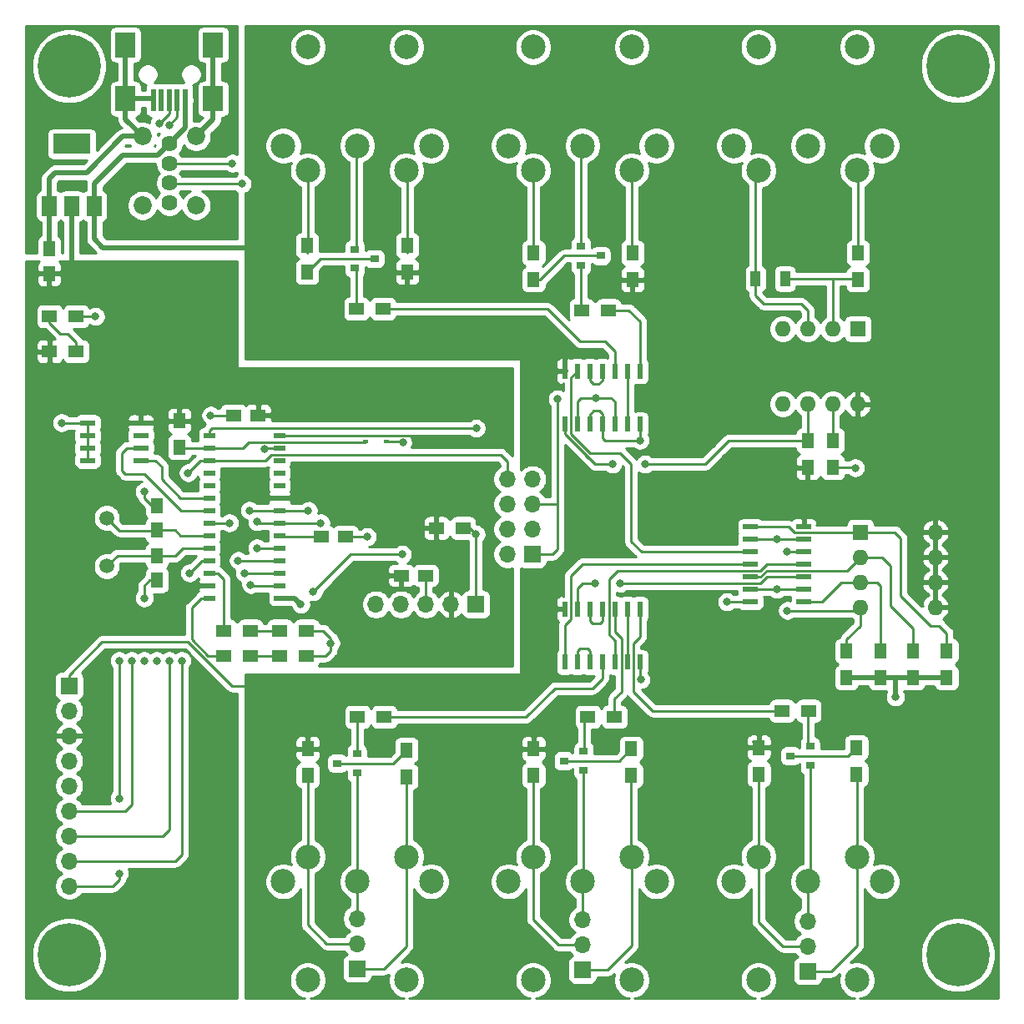
<source format=gbr>
G04 #@! TF.GenerationSoftware,KiCad,Pcbnew,(5.1.9)-1*
G04 #@! TF.CreationDate,2021-01-20T12:41:54+11:00*
G04 #@! TF.ProjectId,USBtoMIDI,55534274-6f4d-4494-9449-2e6b69636164,rev?*
G04 #@! TF.SameCoordinates,Original*
G04 #@! TF.FileFunction,Copper,L1,Top*
G04 #@! TF.FilePolarity,Positive*
%FSLAX46Y46*%
G04 Gerber Fmt 4.6, Leading zero omitted, Abs format (unit mm)*
G04 Created by KiCad (PCBNEW (5.1.9)-1) date 2021-01-20 12:41:54*
%MOMM*%
%LPD*%
G01*
G04 APERTURE LIST*
G04 #@! TA.AperFunction,ComponentPad*
%ADD10R,1.600000X1.600000*%
G04 #@! TD*
G04 #@! TA.AperFunction,ComponentPad*
%ADD11O,1.600000X1.600000*%
G04 #@! TD*
G04 #@! TA.AperFunction,SMDPad,CuDef*
%ADD12R,0.600000X1.500000*%
G04 #@! TD*
G04 #@! TA.AperFunction,SMDPad,CuDef*
%ADD13R,0.600000X0.450000*%
G04 #@! TD*
G04 #@! TA.AperFunction,ComponentPad*
%ADD14C,1.620000*%
G04 #@! TD*
G04 #@! TA.AperFunction,ComponentPad*
%ADD15C,1.850000*%
G04 #@! TD*
G04 #@! TA.AperFunction,SMDPad,CuDef*
%ADD16R,1.300000X1.500000*%
G04 #@! TD*
G04 #@! TA.AperFunction,SMDPad,CuDef*
%ADD17R,1.500000X0.600000*%
G04 #@! TD*
G04 #@! TA.AperFunction,SMDPad,CuDef*
%ADD18R,1.500000X1.300000*%
G04 #@! TD*
G04 #@! TA.AperFunction,SMDPad,CuDef*
%ADD19R,0.900000X0.800000*%
G04 #@! TD*
G04 #@! TA.AperFunction,ComponentPad*
%ADD20R,1.700000X1.700000*%
G04 #@! TD*
G04 #@! TA.AperFunction,ComponentPad*
%ADD21O,1.700000X1.700000*%
G04 #@! TD*
G04 #@! TA.AperFunction,SMDPad,CuDef*
%ADD22R,0.500000X2.300000*%
G04 #@! TD*
G04 #@! TA.AperFunction,SMDPad,CuDef*
%ADD23R,2.000000X2.500000*%
G04 #@! TD*
G04 #@! TA.AperFunction,ComponentPad*
%ADD24C,2.500000*%
G04 #@! TD*
G04 #@! TA.AperFunction,SMDPad,CuDef*
%ADD25R,3.800000X2.000000*%
G04 #@! TD*
G04 #@! TA.AperFunction,SMDPad,CuDef*
%ADD26R,1.500000X2.000000*%
G04 #@! TD*
G04 #@! TA.AperFunction,SMDPad,CuDef*
%ADD27R,1.000000X1.600000*%
G04 #@! TD*
G04 #@! TA.AperFunction,SMDPad,CuDef*
%ADD28R,1.500000X1.250000*%
G04 #@! TD*
G04 #@! TA.AperFunction,SMDPad,CuDef*
%ADD29R,1.250000X1.500000*%
G04 #@! TD*
G04 #@! TA.AperFunction,ComponentPad*
%ADD30C,6.400000*%
G04 #@! TD*
G04 #@! TA.AperFunction,ComponentPad*
%ADD31C,0.800000*%
G04 #@! TD*
G04 #@! TA.AperFunction,ComponentPad*
%ADD32C,1.500000*%
G04 #@! TD*
G04 #@! TA.AperFunction,SMDPad,CuDef*
%ADD33R,1.550000X0.600000*%
G04 #@! TD*
G04 #@! TA.AperFunction,SMDPad,CuDef*
%ADD34R,1.143000X0.508000*%
G04 #@! TD*
G04 #@! TA.AperFunction,ViaPad*
%ADD35C,0.800000*%
G04 #@! TD*
G04 #@! TA.AperFunction,Conductor*
%ADD36C,0.250000*%
G04 #@! TD*
G04 #@! TA.AperFunction,Conductor*
%ADD37C,0.500000*%
G04 #@! TD*
G04 #@! TA.AperFunction,Conductor*
%ADD38C,0.254000*%
G04 #@! TD*
G04 #@! TA.AperFunction,Conductor*
%ADD39C,0.100000*%
G04 #@! TD*
G04 #@! TA.AperFunction,NonConductor*
%ADD40C,0.254000*%
G04 #@! TD*
G04 #@! TA.AperFunction,NonConductor*
%ADD41C,0.100000*%
G04 #@! TD*
G04 APERTURE END LIST*
D10*
G04 #@! TO.P,U6,1*
G04 #@! TO.N,Net-(U6-Pad1)*
X193040000Y-77470000D03*
D11*
G04 #@! TO.P,U6,5*
G04 #@! TO.N,GND*
X185420000Y-85090000D03*
G04 #@! TO.P,U6,2*
G04 #@! TO.N,Net-(D2-Pad1)*
X190500000Y-77470000D03*
G04 #@! TO.P,U6,6*
G04 #@! TO.N,Net-(R6-Pad1)*
X187960000Y-85090000D03*
G04 #@! TO.P,U6,3*
G04 #@! TO.N,Net-(D2-Pad2)*
X187960000Y-77470000D03*
G04 #@! TO.P,U6,7*
G04 #@! TO.N,Net-(R7-Pad2)*
X190500000Y-85090000D03*
G04 #@! TO.P,U6,4*
G04 #@! TO.N,Net-(U6-Pad4)*
X185420000Y-77470000D03*
G04 #@! TO.P,U6,8*
G04 #@! TO.N,+5V*
X193040000Y-85090000D03*
G04 #@! TD*
D12*
G04 #@! TO.P,U5,1*
G04 #@! TO.N,Net-(U5-Pad1)*
X163322000Y-111285000D03*
G04 #@! TO.P,U5,2*
G04 #@! TO.N,Net-(U5-Pad2)*
X164592000Y-111285000D03*
G04 #@! TO.P,U5,3*
X165862000Y-111285000D03*
G04 #@! TO.P,U5,4*
G04 #@! TO.N,Net-(R15-Pad1)*
X167132000Y-111285000D03*
G04 #@! TO.P,U5,5*
G04 #@! TO.N,Net-(U5-Pad5)*
X168402000Y-111285000D03*
G04 #@! TO.P,U5,6*
G04 #@! TO.N,Net-(U5-Pad6)*
X169672000Y-111285000D03*
G04 #@! TO.P,U5,7*
G04 #@! TO.N,GND*
X170942000Y-111285000D03*
G04 #@! TO.P,U5,8*
G04 #@! TO.N,Net-(R21-Pad1)*
X170942000Y-105885000D03*
G04 #@! TO.P,U5,9*
G04 #@! TO.N,Net-(U5-Pad6)*
X169672000Y-105885000D03*
G04 #@! TO.P,U5,10*
G04 #@! TO.N,Net-(R18-Pad1)*
X168402000Y-105885000D03*
G04 #@! TO.P,U5,11*
G04 #@! TO.N,Net-(U5-Pad11)*
X167132000Y-105885000D03*
G04 #@! TO.P,U5,12*
X165862000Y-105885000D03*
G04 #@! TO.P,U5,13*
G04 #@! TO.N,Net-(U5-Pad13)*
X164592000Y-105885000D03*
G04 #@! TO.P,U5,14*
G04 #@! TO.N,+5V*
X163322000Y-105885000D03*
G04 #@! TD*
D13*
G04 #@! TO.P,D1,1*
G04 #@! TO.N,TTL_RXD*
X145195000Y-88900000D03*
G04 #@! TO.P,D1,2*
G04 #@! TO.N,Net-(D1-Pad2)*
X143095000Y-88900000D03*
G04 #@! TD*
D14*
G04 #@! TO.P,USB1,1*
G04 #@! TO.N,+5V*
X123190000Y-58674000D03*
G04 #@! TO.P,USB1,2*
G04 #@! TO.N,USB_D-*
X123190000Y-60674000D03*
G04 #@! TO.P,USB1,3*
G04 #@! TO.N,USB_D+*
X123190000Y-62674000D03*
D15*
G04 #@! TO.P,USB1,5*
G04 #@! TO.N,GND*
X125910000Y-57944000D03*
D14*
G04 #@! TO.P,USB1,4*
X123190000Y-64674000D03*
D15*
G04 #@! TO.P,USB1,5*
X125910000Y-64944000D03*
X120470000Y-57944000D03*
X120470000Y-64944000D03*
G04 #@! TD*
D16*
G04 #@! TO.P,R28,1*
G04 #@! TO.N,GND*
X198628000Y-112856000D03*
G04 #@! TO.P,R28,2*
G04 #@! TO.N,OUT2_EN*
X198628000Y-110156000D03*
G04 #@! TD*
G04 #@! TO.P,R27,1*
G04 #@! TO.N,GND*
X195326000Y-112856000D03*
G04 #@! TO.P,R27,2*
G04 #@! TO.N,OUT3_EN*
X195326000Y-110156000D03*
G04 #@! TD*
G04 #@! TO.P,R26,1*
G04 #@! TO.N,GND*
X191897000Y-112856000D03*
G04 #@! TO.P,R26,2*
G04 #@! TO.N,OUT4_EN*
X191897000Y-110156000D03*
G04 #@! TD*
D17*
G04 #@! TO.P,U7,1*
G04 #@! TO.N,OUT1_EN*
X182148500Y-97548700D03*
G04 #@! TO.P,U7,2*
G04 #@! TO.N,MIDI_OUT*
X182148500Y-98818700D03*
G04 #@! TO.P,U7,3*
G04 #@! TO.N,Net-(U4-Pad13)*
X182148500Y-100088700D03*
G04 #@! TO.P,U7,4*
G04 #@! TO.N,Net-(U5-Pad1)*
X182148500Y-101358700D03*
G04 #@! TO.P,U7,5*
G04 #@! TO.N,OUT2_EN*
X182148500Y-102628700D03*
G04 #@! TO.P,U7,6*
G04 #@! TO.N,MIDI_OUT*
X182148500Y-103898700D03*
G04 #@! TO.P,U7,7*
G04 #@! TO.N,GND*
X182148500Y-105168700D03*
G04 #@! TO.P,U7,8*
G04 #@! TO.N,OUT3_EN*
X187548500Y-105168700D03*
G04 #@! TO.P,U7,9*
G04 #@! TO.N,MIDI_OUT*
X187548500Y-103898700D03*
G04 #@! TO.P,U7,10*
G04 #@! TO.N,Net-(U5-Pad13)*
X187548500Y-102628700D03*
G04 #@! TO.P,U7,11*
G04 #@! TO.N,Net-(U5-Pad5)*
X187548500Y-101358700D03*
G04 #@! TO.P,U7,12*
G04 #@! TO.N,OUT4_EN*
X187548500Y-100088700D03*
G04 #@! TO.P,U7,13*
G04 #@! TO.N,MIDI_OUT*
X187548500Y-98818700D03*
G04 #@! TO.P,U7,14*
G04 #@! TO.N,+5V*
X187548500Y-97548700D03*
G04 #@! TD*
D16*
G04 #@! TO.P,R25,1*
G04 #@! TO.N,GND*
X202057000Y-112856000D03*
G04 #@! TO.P,R25,2*
G04 #@! TO.N,OUT1_EN*
X202057000Y-110156000D03*
G04 #@! TD*
D18*
G04 #@! TO.P,R24,1*
G04 #@! TO.N,Net-(R24-Pad1)*
X167720000Y-75565000D03*
G04 #@! TO.P,R24,2*
G04 #@! TO.N,Net-(Q5-Pad2)*
X165020000Y-75565000D03*
G04 #@! TD*
D19*
G04 #@! TO.P,Q5,1*
G04 #@! TO.N,GND*
X164950000Y-69100000D03*
G04 #@! TO.P,Q5,2*
G04 #@! TO.N,Net-(Q5-Pad2)*
X164950000Y-71000000D03*
G04 #@! TO.P,Q5,3*
G04 #@! TO.N,Net-(Q5-Pad3)*
X166950000Y-70050000D03*
G04 #@! TD*
D10*
G04 #@! TO.P,SW1,1*
G04 #@! TO.N,OUT1_EN*
X193294000Y-98107500D03*
D11*
G04 #@! TO.P,SW1,5*
G04 #@! TO.N,+5V*
X200914000Y-105727500D03*
G04 #@! TO.P,SW1,2*
G04 #@! TO.N,OUT2_EN*
X193294000Y-100647500D03*
G04 #@! TO.P,SW1,6*
G04 #@! TO.N,+5V*
X200914000Y-103187500D03*
G04 #@! TO.P,SW1,3*
G04 #@! TO.N,OUT3_EN*
X193294000Y-103187500D03*
G04 #@! TO.P,SW1,7*
G04 #@! TO.N,+5V*
X200914000Y-100647500D03*
G04 #@! TO.P,SW1,4*
G04 #@! TO.N,OUT4_EN*
X193294000Y-105727500D03*
G04 #@! TO.P,SW1,8*
G04 #@! TO.N,+5V*
X200914000Y-98107500D03*
G04 #@! TD*
D20*
G04 #@! TO.P,J3,1*
G04 #@! TO.N,Net-(DIN5-Pad4)*
X165100000Y-142494000D03*
D21*
G04 #@! TO.P,J3,2*
G04 #@! TO.N,Net-(DIN5-Pad5)*
X165100000Y-139954000D03*
G04 #@! TO.P,J3,3*
G04 #@! TO.N,GND*
X165100000Y-137414000D03*
G04 #@! TD*
D20*
G04 #@! TO.P,J2,1*
G04 #@! TO.N,Net-(DIN4-Pad4)*
X142240000Y-142367000D03*
D21*
G04 #@! TO.P,J2,2*
G04 #@! TO.N,Net-(DIN4-Pad5)*
X142240000Y-139827000D03*
G04 #@! TO.P,J2,3*
G04 #@! TO.N,GND*
X142240000Y-137287000D03*
G04 #@! TD*
D20*
G04 #@! TO.P,J1,1*
G04 #@! TO.N,Net-(DIN6-Pad4)*
X187960000Y-142621000D03*
D21*
G04 #@! TO.P,J1,2*
G04 #@! TO.N,Net-(DIN6-Pad5)*
X187960000Y-140081000D03*
G04 #@! TO.P,J1,3*
G04 #@! TO.N,GND*
X187960000Y-137541000D03*
G04 #@! TD*
D19*
G04 #@! TO.P,Q4,1*
G04 #@! TO.N,GND*
X188198000Y-121727000D03*
G04 #@! TO.P,Q4,2*
G04 #@! TO.N,Net-(Q4-Pad2)*
X188198000Y-119827000D03*
G04 #@! TO.P,Q4,3*
G04 #@! TO.N,Net-(Q4-Pad3)*
X186198000Y-120777000D03*
G04 #@! TD*
G04 #@! TO.P,Q3,1*
G04 #@! TO.N,GND*
X165211000Y-122235000D03*
G04 #@! TO.P,Q3,2*
G04 #@! TO.N,Net-(Q3-Pad2)*
X165211000Y-120335000D03*
G04 #@! TO.P,Q3,3*
G04 #@! TO.N,Net-(Q3-Pad3)*
X163211000Y-121285000D03*
G04 #@! TD*
G04 #@! TO.P,Q2,1*
G04 #@! TO.N,GND*
X142224000Y-122489000D03*
G04 #@! TO.P,Q2,2*
G04 #@! TO.N,Net-(Q2-Pad2)*
X142224000Y-120589000D03*
G04 #@! TO.P,Q2,3*
G04 #@! TO.N,Net-(Q2-Pad3)*
X140224000Y-121539000D03*
G04 #@! TD*
G04 #@! TO.P,Q1,1*
G04 #@! TO.N,GND*
X142002000Y-69408000D03*
G04 #@! TO.P,Q1,2*
G04 #@! TO.N,Net-(Q1-Pad2)*
X142002000Y-71308000D03*
G04 #@! TO.P,Q1,3*
G04 #@! TO.N,Net-(Q1-Pad3)*
X144002000Y-70358000D03*
G04 #@! TD*
D22*
G04 #@! TO.P,USB2,1*
G04 #@! TO.N,+5V*
X124790000Y-54235000D03*
G04 #@! TO.P,USB2,2*
G04 #@! TO.N,USB_D-*
X123990000Y-54235000D03*
G04 #@! TO.P,USB2,3*
G04 #@! TO.N,USB_D+*
X123190000Y-54235000D03*
G04 #@! TO.P,USB2,4*
G04 #@! TO.N,Net-(USB2-Pad4)*
X122390000Y-54235000D03*
G04 #@! TO.P,USB2,5*
G04 #@! TO.N,GND*
X121590000Y-54235000D03*
D23*
G04 #@! TO.P,USB2,6*
X127640000Y-54135000D03*
X127640000Y-48635000D03*
X118740000Y-54135000D03*
X118740000Y-48635000D03*
G04 #@! TD*
D18*
G04 #@! TO.P,R22,1*
G04 #@! TO.N,Net-(R22-Pad1)*
X144860000Y-75438000D03*
G04 #@! TO.P,R22,2*
G04 #@! TO.N,Net-(Q1-Pad2)*
X142160000Y-75438000D03*
G04 #@! TD*
G04 #@! TO.P,R21,1*
G04 #@! TO.N,Net-(R21-Pad1)*
X185340000Y-116205000D03*
G04 #@! TO.P,R21,2*
G04 #@! TO.N,Net-(Q4-Pad2)*
X188040000Y-116205000D03*
G04 #@! TD*
D16*
G04 #@! TO.P,R20,1*
G04 #@! TO.N,Net-(Q4-Pad3)*
X192913000Y-119935000D03*
G04 #@! TO.P,R20,2*
G04 #@! TO.N,Net-(DIN6-Pad4)*
X192913000Y-122635000D03*
G04 #@! TD*
G04 #@! TO.P,R19,1*
G04 #@! TO.N,+5V*
X183007000Y-119935000D03*
G04 #@! TO.P,R19,2*
G04 #@! TO.N,Net-(DIN6-Pad5)*
X183007000Y-122635000D03*
G04 #@! TD*
D18*
G04 #@! TO.P,R18,1*
G04 #@! TO.N,Net-(R18-Pad1)*
X168355000Y-116840000D03*
G04 #@! TO.P,R18,2*
G04 #@! TO.N,Net-(Q3-Pad2)*
X165655000Y-116840000D03*
G04 #@! TD*
D16*
G04 #@! TO.P,R17,1*
G04 #@! TO.N,Net-(Q3-Pad3)*
X170053000Y-120062000D03*
G04 #@! TO.P,R17,2*
G04 #@! TO.N,Net-(DIN5-Pad4)*
X170053000Y-122762000D03*
G04 #@! TD*
G04 #@! TO.P,R16,1*
G04 #@! TO.N,+5V*
X160147000Y-120062000D03*
G04 #@! TO.P,R16,2*
G04 #@! TO.N,Net-(DIN5-Pad5)*
X160147000Y-122762000D03*
G04 #@! TD*
D24*
G04 #@! TO.P,DIN6,6*
G04 #@! TO.N,N/C*
X182960000Y-143525000D03*
X192960000Y-143525000D03*
G04 #@! TO.P,DIN6,5*
G04 #@! TO.N,Net-(DIN6-Pad5)*
X182960000Y-131025000D03*
G04 #@! TO.P,DIN6,1*
G04 #@! TO.N,Net-(DIN6-Pad1)*
X195460000Y-133525000D03*
G04 #@! TO.P,DIN6,2*
G04 #@! TO.N,GND*
X187960000Y-133525000D03*
G04 #@! TO.P,DIN6,4*
G04 #@! TO.N,Net-(DIN6-Pad4)*
X192960000Y-131025000D03*
G04 #@! TO.P,DIN6,3*
G04 #@! TO.N,Net-(DIN6-Pad3)*
X180460000Y-133525000D03*
G04 #@! TD*
G04 #@! TO.P,DIN5,6*
G04 #@! TO.N,N/C*
X160100000Y-143525000D03*
X170100000Y-143525000D03*
G04 #@! TO.P,DIN5,5*
G04 #@! TO.N,Net-(DIN5-Pad5)*
X160100000Y-131025000D03*
G04 #@! TO.P,DIN5,1*
G04 #@! TO.N,Net-(DIN5-Pad1)*
X172600000Y-133525000D03*
G04 #@! TO.P,DIN5,2*
G04 #@! TO.N,GND*
X165100000Y-133525000D03*
G04 #@! TO.P,DIN5,4*
G04 #@! TO.N,Net-(DIN5-Pad4)*
X170100000Y-131025000D03*
G04 #@! TO.P,DIN5,3*
G04 #@! TO.N,Net-(DIN5-Pad3)*
X157600000Y-133525000D03*
G04 #@! TD*
D12*
G04 #@! TO.P,U4,1*
G04 #@! TO.N,Net-(R6-Pad1)*
X163322000Y-87155000D03*
G04 #@! TO.P,U4,2*
G04 #@! TO.N,MIDI_IN*
X164592000Y-87155000D03*
G04 #@! TO.P,U4,3*
G04 #@! TO.N,GND*
X165862000Y-87155000D03*
G04 #@! TO.P,U4,4*
X167132000Y-87155000D03*
G04 #@! TO.P,U4,5*
G04 #@! TO.N,MIDI_IN*
X168402000Y-87155000D03*
G04 #@! TO.P,U4,6*
G04 #@! TO.N,Net-(U4-Pad6)*
X169672000Y-87155000D03*
G04 #@! TO.P,U4,7*
G04 #@! TO.N,GND*
X170942000Y-87155000D03*
G04 #@! TO.P,U4,8*
G04 #@! TO.N,Net-(R24-Pad1)*
X170942000Y-81755000D03*
G04 #@! TO.P,U4,9*
G04 #@! TO.N,Net-(U4-Pad6)*
X169672000Y-81755000D03*
G04 #@! TO.P,U4,10*
G04 #@! TO.N,Net-(R22-Pad1)*
X168402000Y-81755000D03*
G04 #@! TO.P,U4,11*
G04 #@! TO.N,Net-(U4-Pad11)*
X167132000Y-81755000D03*
G04 #@! TO.P,U4,12*
X165862000Y-81755000D03*
G04 #@! TO.P,U4,13*
G04 #@! TO.N,Net-(U4-Pad13)*
X164592000Y-81755000D03*
G04 #@! TO.P,U4,14*
G04 #@! TO.N,+5V*
X163322000Y-81755000D03*
G04 #@! TD*
D18*
G04 #@! TO.P,R15,1*
G04 #@! TO.N,Net-(R15-Pad1)*
X144987000Y-116840000D03*
G04 #@! TO.P,R15,2*
G04 #@! TO.N,Net-(Q2-Pad2)*
X142287000Y-116840000D03*
G04 #@! TD*
D16*
G04 #@! TO.P,R14,1*
G04 #@! TO.N,Net-(Q2-Pad3)*
X147256500Y-120189000D03*
G04 #@! TO.P,R14,2*
G04 #@! TO.N,Net-(DIN4-Pad4)*
X147256500Y-122889000D03*
G04 #@! TD*
G04 #@! TO.P,R13,1*
G04 #@! TO.N,+5V*
X137223500Y-120062000D03*
G04 #@! TO.P,R13,2*
G04 #@! TO.N,Net-(DIN4-Pad5)*
X137223500Y-122762000D03*
G04 #@! TD*
D20*
G04 #@! TO.P,J7,1*
G04 #@! TO.N,MIDI_IN*
X160020000Y-100330000D03*
D21*
G04 #@! TO.P,J7,2*
G04 #@! TO.N,TTL_RXD*
X157480000Y-100330000D03*
G04 #@! TO.P,J7,3*
G04 #@! TO.N,Net-(J7-Pad3)*
X160020000Y-97790000D03*
G04 #@! TO.P,J7,4*
G04 #@! TO.N,Net-(J7-Pad4)*
X157480000Y-97790000D03*
G04 #@! TO.P,J7,5*
G04 #@! TO.N,MIDI_IN*
X160020000Y-95250000D03*
G04 #@! TO.P,J7,6*
G04 #@! TO.N,Net-(J7-Pad6)*
X157480000Y-95250000D03*
G04 #@! TO.P,J7,7*
G04 #@! TO.N,MIDI_OUT*
X160020000Y-92710000D03*
G04 #@! TO.P,J7,8*
G04 #@! TO.N,TTL_TXD*
X157480000Y-92710000D03*
G04 #@! TD*
D24*
G04 #@! TO.P,DIN4,6*
G04 #@! TO.N,N/C*
X137240000Y-143525000D03*
X147240000Y-143525000D03*
G04 #@! TO.P,DIN4,5*
G04 #@! TO.N,Net-(DIN4-Pad5)*
X137240000Y-131025000D03*
G04 #@! TO.P,DIN4,1*
G04 #@! TO.N,Net-(DIN4-Pad1)*
X149740000Y-133525000D03*
G04 #@! TO.P,DIN4,2*
G04 #@! TO.N,GND*
X142240000Y-133525000D03*
G04 #@! TO.P,DIN4,4*
G04 #@! TO.N,Net-(DIN4-Pad4)*
X147240000Y-131025000D03*
G04 #@! TO.P,DIN4,3*
G04 #@! TO.N,Net-(DIN4-Pad3)*
X134740000Y-133525000D03*
G04 #@! TD*
D25*
G04 #@! TO.P,U3,4*
G04 #@! TO.N,N/C*
X113284000Y-58699000D03*
D26*
G04 #@! TO.P,U3,2*
G04 #@! TO.N,+3V3*
X113284000Y-64999000D03*
G04 #@! TO.P,U3,3*
G04 #@! TO.N,+5V*
X115584000Y-64999000D03*
G04 #@! TO.P,U3,1*
G04 #@! TO.N,GND*
X110984000Y-64999000D03*
G04 #@! TD*
D16*
G04 #@! TO.P,R12,1*
G04 #@! TO.N,Net-(Q1-Pad3)*
X137160000Y-71708000D03*
G04 #@! TO.P,R12,2*
G04 #@! TO.N,Net-(DIN3-Pad4)*
X137160000Y-69008000D03*
G04 #@! TD*
G04 #@! TO.P,R11,1*
G04 #@! TO.N,+5V*
X147320000Y-71708000D03*
G04 #@! TO.P,R11,2*
G04 #@! TO.N,Net-(DIN3-Pad5)*
X147320000Y-69008000D03*
G04 #@! TD*
G04 #@! TO.P,R10,1*
G04 #@! TO.N,Net-(Q5-Pad3)*
X160147000Y-72470000D03*
G04 #@! TO.P,R10,2*
G04 #@! TO.N,Net-(DIN2-Pad4)*
X160147000Y-69770000D03*
G04 #@! TD*
G04 #@! TO.P,R9,1*
G04 #@! TO.N,+5V*
X170180000Y-72470000D03*
G04 #@! TO.P,R9,2*
G04 #@! TO.N,Net-(DIN2-Pad5)*
X170180000Y-69770000D03*
G04 #@! TD*
G04 #@! TO.P,R8,1*
G04 #@! TO.N,Net-(D2-Pad1)*
X193040000Y-72470000D03*
G04 #@! TO.P,R8,2*
G04 #@! TO.N,Net-(DIN1-Pad5)*
X193040000Y-69770000D03*
G04 #@! TD*
G04 #@! TO.P,R7,1*
G04 #@! TO.N,GND*
X190500000Y-91520000D03*
G04 #@! TO.P,R7,2*
G04 #@! TO.N,Net-(R7-Pad2)*
X190500000Y-88820000D03*
G04 #@! TD*
G04 #@! TO.P,R6,1*
G04 #@! TO.N,Net-(R6-Pad1)*
X187960000Y-88820000D03*
G04 #@! TO.P,R6,2*
G04 #@! TO.N,+5V*
X187960000Y-91520000D03*
G04 #@! TD*
D18*
G04 #@! TO.P,R5,1*
G04 #@! TO.N,Net-(DLED3-Pad2)*
X131398000Y-110617000D03*
G04 #@! TO.P,R5,2*
G04 #@! TO.N,Net-(R5-Pad2)*
X128698000Y-110617000D03*
G04 #@! TD*
G04 #@! TO.P,R4,1*
G04 #@! TO.N,Net-(DLED2-Pad2)*
X131398000Y-108077000D03*
G04 #@! TO.P,R4,2*
G04 #@! TO.N,Net-(R4-Pad2)*
X128698000Y-108077000D03*
G04 #@! TD*
D16*
G04 #@! TO.P,R3,1*
G04 #@! TO.N,Net-(D1-Pad2)*
X124206000Y-89488000D03*
G04 #@! TO.P,R3,2*
G04 #@! TO.N,+3V3*
X124206000Y-86788000D03*
G04 #@! TD*
D18*
G04 #@! TO.P,R2,1*
G04 #@! TO.N,Net-(LED1-Pad2)*
X113745000Y-79756000D03*
G04 #@! TO.P,R2,2*
G04 #@! TO.N,+3V3*
X111045000Y-79756000D03*
G04 #@! TD*
G04 #@! TO.P,R1,1*
G04 #@! TO.N,MCLR*
X152988000Y-97663000D03*
G04 #@! TO.P,R1,2*
G04 #@! TO.N,+3V3*
X150288000Y-97663000D03*
G04 #@! TD*
G04 #@! TO.P,LED1,1*
G04 #@! TO.N,GND*
X113745000Y-76200000D03*
G04 #@! TO.P,LED1,2*
G04 #@! TO.N,Net-(LED1-Pad2)*
X111045000Y-76200000D03*
G04 #@! TD*
G04 #@! TO.P,DLED3,1*
G04 #@! TO.N,GND*
X137113000Y-110617000D03*
G04 #@! TO.P,DLED3,2*
G04 #@! TO.N,Net-(DLED3-Pad2)*
X134413000Y-110617000D03*
G04 #@! TD*
G04 #@! TO.P,DLED2,1*
G04 #@! TO.N,GND*
X137113000Y-108077000D03*
G04 #@! TO.P,DLED2,2*
G04 #@! TO.N,Net-(DLED2-Pad2)*
X134413000Y-108077000D03*
G04 #@! TD*
D27*
G04 #@! TO.P,D2,1*
G04 #@! TO.N,Net-(D2-Pad1)*
X185650000Y-72390000D03*
G04 #@! TO.P,D2,2*
G04 #@! TO.N,Net-(D2-Pad2)*
X182650000Y-72390000D03*
G04 #@! TD*
D28*
G04 #@! TO.P,C6,1*
G04 #@! TO.N,+3V3*
X146705000Y-102489000D03*
G04 #@! TO.P,C6,2*
G04 #@! TO.N,GND*
X149205000Y-102489000D03*
G04 #@! TD*
G04 #@! TO.P,C5,1*
G04 #@! TO.N,GND*
X141077000Y-98552000D03*
G04 #@! TO.P,C5,2*
G04 #@! TO.N,Net-(C5-Pad2)*
X138577000Y-98552000D03*
G04 #@! TD*
D29*
G04 #@! TO.P,C4,1*
G04 #@! TO.N,GND*
X121920000Y-102977000D03*
G04 #@! TO.P,C4,2*
G04 #@! TO.N,OSCO*
X121920000Y-100477000D03*
G04 #@! TD*
G04 #@! TO.P,C3,1*
G04 #@! TO.N,GND*
X121920000Y-95397000D03*
G04 #@! TO.P,C3,2*
G04 #@! TO.N,OSCI*
X121920000Y-97897000D03*
G04 #@! TD*
G04 #@! TO.P,C2,1*
G04 #@! TO.N,+3V3*
X110998000Y-71862000D03*
G04 #@! TO.P,C2,2*
G04 #@! TO.N,GND*
X110998000Y-69362000D03*
G04 #@! TD*
D28*
G04 #@! TO.P,C1,1*
G04 #@! TO.N,+3V3*
X132187000Y-86233000D03*
G04 #@! TO.P,C1,2*
G04 #@! TO.N,GND*
X129687000Y-86233000D03*
G04 #@! TD*
D30*
G04 #@! TO.P,H4,1*
G04 #@! TO.N,N/C*
X203200000Y-50800000D03*
D31*
X203200000Y-53200000D03*
X201502944Y-52497056D03*
X200800000Y-50800000D03*
X201502944Y-49102944D03*
X203200000Y-48400000D03*
X204897056Y-49102944D03*
X205600000Y-50800000D03*
X204897056Y-52497056D03*
G04 #@! TD*
D30*
G04 #@! TO.P,H3,1*
G04 #@! TO.N,N/C*
X203200000Y-140970000D03*
D31*
X203200000Y-143370000D03*
X201502944Y-142667056D03*
X200800000Y-140970000D03*
X201502944Y-139272944D03*
X203200000Y-138570000D03*
X204897056Y-139272944D03*
X205600000Y-140970000D03*
X204897056Y-142667056D03*
G04 #@! TD*
D30*
G04 #@! TO.P,H2,1*
G04 #@! TO.N,N/C*
X113030000Y-140970000D03*
D31*
X113030000Y-143370000D03*
X111332944Y-142667056D03*
X110630000Y-140970000D03*
X111332944Y-139272944D03*
X113030000Y-138570000D03*
X114727056Y-139272944D03*
X115430000Y-140970000D03*
X114727056Y-142667056D03*
G04 #@! TD*
D30*
G04 #@! TO.P,H1,1*
G04 #@! TO.N,N/C*
X113030000Y-50800000D03*
D31*
X113030000Y-53200000D03*
X111332944Y-52497056D03*
X110630000Y-50800000D03*
X111332944Y-49102944D03*
X113030000Y-48400000D03*
X114727056Y-49102944D03*
X115430000Y-50800000D03*
X114727056Y-52497056D03*
G04 #@! TD*
D32*
G04 #@! TO.P,Y1,1*
G04 #@! TO.N,OSCI*
X116840000Y-96647000D03*
G04 #@! TO.P,Y1,2*
G04 #@! TO.N,OSCO*
X116840000Y-101547000D03*
G04 #@! TD*
D33*
G04 #@! TO.P,U2,1*
G04 #@! TO.N,GND*
X114902000Y-86995000D03*
G04 #@! TO.P,U2,2*
X114902000Y-88265000D03*
G04 #@! TO.P,U2,3*
X114902000Y-89535000D03*
G04 #@! TO.P,U2,4*
X114902000Y-90805000D03*
G04 #@! TO.P,U2,5*
G04 #@! TO.N,SDA2*
X120302000Y-90805000D03*
G04 #@! TO.P,U2,6*
G04 #@! TO.N,SCL2*
X120302000Y-89535000D03*
G04 #@! TO.P,U2,7*
G04 #@! TO.N,Net-(U2-Pad7)*
X120302000Y-88265000D03*
G04 #@! TO.P,U2,8*
G04 #@! TO.N,+3V3*
X120302000Y-86995000D03*
G04 #@! TD*
D34*
G04 #@! TO.P,U1,1*
G04 #@! TO.N,MCLR*
X127254000Y-88265000D03*
G04 #@! TO.P,U1,2*
G04 #@! TO.N,Net-(D1-Pad2)*
X127254000Y-89535000D03*
G04 #@! TO.P,U1,3*
G04 #@! TO.N,TTL_TXD*
X127254000Y-90805000D03*
G04 #@! TO.P,U1,4*
G04 #@! TO.N,Net-(U1-Pad4)*
X127254000Y-92075000D03*
G04 #@! TO.P,U1,5*
G04 #@! TO.N,Net-(U1-Pad5)*
X127254000Y-93345000D03*
G04 #@! TO.P,U1,6*
G04 #@! TO.N,SDA2*
X127254000Y-94615000D03*
G04 #@! TO.P,U1,7*
G04 #@! TO.N,SCL2*
X127254000Y-95885000D03*
G04 #@! TO.P,U1,8*
G04 #@! TO.N,GND*
X127254000Y-97155000D03*
G04 #@! TO.P,U1,9*
G04 #@! TO.N,OSCI*
X127254000Y-98425000D03*
G04 #@! TO.P,U1,10*
G04 #@! TO.N,OSCO*
X127254000Y-99695000D03*
G04 #@! TO.P,U1,11*
G04 #@! TO.N,SDO*
X127254000Y-100965000D03*
G04 #@! TO.P,U1,12*
G04 #@! TO.N,Net-(R4-Pad2)*
X127254000Y-102235000D03*
G04 #@! TO.P,U1,13*
G04 #@! TO.N,+3V3*
X127254000Y-103505000D03*
G04 #@! TO.P,U1,14*
G04 #@! TO.N,Net-(R5-Pad2)*
X127254000Y-104775000D03*
G04 #@! TO.P,U1,15*
G04 #@! TO.N,+5V*
X134366000Y-104775000D03*
G04 #@! TO.P,U1,16*
G04 #@! TO.N,SS*
X134366000Y-103505000D03*
G04 #@! TO.P,U1,17*
G04 #@! TO.N,SCL*
X134366000Y-102235000D03*
G04 #@! TO.P,U1,18*
G04 #@! TO.N,SDA*
X134366000Y-100965000D03*
G04 #@! TO.P,U1,19*
G04 #@! TO.N,GND*
X134366000Y-99695000D03*
G04 #@! TO.P,U1,20*
G04 #@! TO.N,Net-(C5-Pad2)*
X134366000Y-98425000D03*
G04 #@! TO.P,U1,21*
G04 #@! TO.N,USB_D+*
X134366000Y-97155000D03*
G04 #@! TO.P,U1,22*
G04 #@! TO.N,USB_D-*
X134366000Y-95885000D03*
G04 #@! TO.P,U1,23*
G04 #@! TO.N,+3V3*
X134366000Y-94615000D03*
G04 #@! TO.P,U1,24*
G04 #@! TO.N,Net-(U1-Pad24)*
X134366000Y-93345000D03*
G04 #@! TO.P,U1,25*
G04 #@! TO.N,Net-(U1-Pad25)*
X134366000Y-92075000D03*
G04 #@! TO.P,U1,26*
G04 #@! TO.N,Net-(U1-Pad26)*
X134366000Y-90805000D03*
G04 #@! TO.P,U1,27*
G04 #@! TO.N,GND*
X134366000Y-89535000D03*
G04 #@! TO.P,U1,28*
G04 #@! TO.N,+3V3*
X134366000Y-88265000D03*
G04 #@! TD*
D24*
G04 #@! TO.P,DIN3,6*
G04 #@! TO.N,N/C*
X147240000Y-48880000D03*
X137240000Y-48880000D03*
G04 #@! TO.P,DIN3,5*
G04 #@! TO.N,Net-(DIN3-Pad5)*
X147240000Y-61380000D03*
G04 #@! TO.P,DIN3,1*
G04 #@! TO.N,Net-(DIN3-Pad1)*
X134740000Y-58880000D03*
G04 #@! TO.P,DIN3,2*
G04 #@! TO.N,GND*
X142240000Y-58880000D03*
G04 #@! TO.P,DIN3,4*
G04 #@! TO.N,Net-(DIN3-Pad4)*
X137240000Y-61380000D03*
G04 #@! TO.P,DIN3,3*
G04 #@! TO.N,Net-(DIN3-Pad3)*
X149740000Y-58880000D03*
G04 #@! TD*
G04 #@! TO.P,DIN2,6*
G04 #@! TO.N,N/C*
X170100000Y-48880000D03*
X160100000Y-48880000D03*
G04 #@! TO.P,DIN2,5*
G04 #@! TO.N,Net-(DIN2-Pad5)*
X170100000Y-61380000D03*
G04 #@! TO.P,DIN2,1*
G04 #@! TO.N,Net-(DIN2-Pad1)*
X157600000Y-58880000D03*
G04 #@! TO.P,DIN2,2*
G04 #@! TO.N,GND*
X165100000Y-58880000D03*
G04 #@! TO.P,DIN2,4*
G04 #@! TO.N,Net-(DIN2-Pad4)*
X160100000Y-61380000D03*
G04 #@! TO.P,DIN2,3*
G04 #@! TO.N,Net-(DIN2-Pad3)*
X172600000Y-58880000D03*
G04 #@! TD*
G04 #@! TO.P,DIN1,6*
G04 #@! TO.N,N/C*
X192960000Y-48880000D03*
X182960000Y-48880000D03*
G04 #@! TO.P,DIN1,5*
G04 #@! TO.N,Net-(DIN1-Pad5)*
X192960000Y-61380000D03*
G04 #@! TO.P,DIN1,1*
G04 #@! TO.N,Net-(DIN1-Pad1)*
X180460000Y-58880000D03*
G04 #@! TO.P,DIN1,2*
G04 #@! TO.N,Net-(DIN1-Pad2)*
X187960000Y-58880000D03*
G04 #@! TO.P,DIN1,4*
G04 #@! TO.N,Net-(D2-Pad2)*
X182960000Y-61380000D03*
G04 #@! TO.P,DIN1,3*
G04 #@! TO.N,Net-(DIN1-Pad3)*
X195460000Y-58880000D03*
G04 #@! TD*
D20*
G04 #@! TO.P,J9,1*
G04 #@! TO.N,+5V*
X113030000Y-113665000D03*
D21*
G04 #@! TO.P,J9,2*
G04 #@! TO.N,GND*
X113030000Y-116205000D03*
G04 #@! TO.P,J9,3*
G04 #@! TO.N,+3V3*
X113030000Y-118745000D03*
G04 #@! TO.P,J9,4*
G04 #@! TO.N,SDA*
X113030000Y-121285000D03*
G04 #@! TO.P,J9,5*
G04 #@! TO.N,SCL*
X113030000Y-123825000D03*
G04 #@! TO.P,J9,6*
G04 #@! TO.N,SDO*
X113030000Y-126365000D03*
G04 #@! TO.P,J9,7*
G04 #@! TO.N,SS*
X113030000Y-128905000D03*
G04 #@! TO.P,J9,8*
G04 #@! TO.N,TTL_RXD*
X113030000Y-131445000D03*
G04 #@! TO.P,J9,9*
G04 #@! TO.N,TTL_TXD*
X113030000Y-133985000D03*
G04 #@! TD*
D20*
G04 #@! TO.P,J8,1*
G04 #@! TO.N,MCLR*
X154305000Y-105410000D03*
D21*
G04 #@! TO.P,J8,2*
G04 #@! TO.N,+3V3*
X151765000Y-105410000D03*
G04 #@! TO.P,J8,3*
G04 #@! TO.N,GND*
X149225000Y-105410000D03*
G04 #@! TO.P,J8,4*
G04 #@! TO.N,USB_D+*
X146685000Y-105410000D03*
G04 #@! TO.P,J8,5*
G04 #@! TO.N,USB_D-*
X144145000Y-105410000D03*
G04 #@! TD*
D35*
G04 #@! TO.N,MCLR*
X154305000Y-98298000D03*
X154328402Y-87539990D03*
G04 #@! TO.N,+3V3*
X137287000Y-86233000D03*
X137287000Y-94615000D03*
G04 #@! TO.N,GND*
X115697000Y-76200000D03*
X132842000Y-89662000D03*
X120650000Y-104775000D03*
X120650000Y-93980000D03*
X192786000Y-91567000D03*
X143256000Y-98552000D03*
X127381000Y-86233000D03*
X132080000Y-99695000D03*
X129286000Y-97155000D03*
X139573000Y-109347000D03*
X179768500Y-105156000D03*
X196850000Y-114808000D03*
X170942000Y-88773000D03*
X171022011Y-113049187D03*
X112268000Y-86995000D03*
G04 #@! TO.N,USB_D+*
X132080000Y-97028000D03*
X138557000Y-97155000D03*
X130556000Y-62738000D03*
X122183000Y-56642000D03*
G04 #@! TO.N,USB_D-*
X131318000Y-95885000D03*
X137287000Y-95885000D03*
X129572000Y-60674000D03*
X123190000Y-56769000D03*
G04 #@! TO.N,+5V*
X136525000Y-105410000D03*
X132080000Y-113665000D03*
X176911000Y-118364000D03*
X176911000Y-114427000D03*
X172339000Y-96139000D03*
X168021000Y-96139000D03*
X153035000Y-114681000D03*
X153035000Y-118999000D03*
G04 #@! TO.N,SDA*
X130175000Y-100965000D03*
X120650000Y-111125000D03*
G04 #@! TO.N,SCL*
X130810000Y-102235000D03*
X121920000Y-111125000D03*
G04 #@! TO.N,SDO*
X125237851Y-102235000D03*
X125237853Y-102235000D03*
X119380000Y-111125000D03*
G04 #@! TO.N,SS*
X131445000Y-103414990D03*
X123190000Y-111125000D03*
G04 #@! TO.N,TTL_RXD*
X137795000Y-104140000D03*
X124460000Y-111125000D03*
X146812000Y-100330000D03*
X146866849Y-88990010D03*
G04 #@! TO.N,TTL_TXD*
X125095000Y-92075000D03*
X118110000Y-111125000D03*
X118110000Y-132715000D03*
X118110000Y-125095000D03*
G04 #@! TO.N,Net-(R6-Pad1)*
X171450000Y-91186000D03*
X168148000Y-91186000D03*
G04 #@! TO.N,MIDI_IN*
X166497000Y-84455000D03*
X162560000Y-84582000D03*
G04 #@! TO.N,MIDI_OUT*
X184848500Y-103886000D03*
X184848500Y-98806000D03*
G04 #@! TO.N,OUT4_EN*
X185877200Y-100088700D03*
X185877200Y-106045000D03*
G04 #@! TO.N,Net-(U5-Pad13)*
X168932699Y-103273699D03*
X166370000Y-103251000D03*
G04 #@! TD*
D36*
G04 #@! TO.N,MCLR*
X152988000Y-97663000D02*
X153670000Y-97663000D01*
X153670000Y-97663000D02*
X154305000Y-98298000D01*
X154305000Y-105410000D02*
X154305000Y-98298000D01*
X154305000Y-98298000D02*
X154305000Y-98298000D01*
X127254000Y-88265000D02*
X127254000Y-87761000D01*
X127254000Y-87761000D02*
X127475010Y-87539990D01*
X127475010Y-87539990D02*
X154328402Y-87539990D01*
D37*
G04 #@! TO.N,+3V3*
X113284000Y-64999000D02*
X113284000Y-71501000D01*
D36*
X134366000Y-88265000D02*
X148336000Y-88265000D01*
D37*
G04 #@! TO.N,GND*
X118740000Y-48635000D02*
X118740000Y-54135000D01*
X127640000Y-48635000D02*
X127640000Y-54135000D01*
X121490000Y-54135000D02*
X121590000Y-54235000D01*
X118740000Y-54135000D02*
X121490000Y-54135000D01*
D36*
X142224000Y-133509000D02*
X142240000Y-133525000D01*
X142224000Y-122489000D02*
X142224000Y-133509000D01*
X142129000Y-58991000D02*
X142240000Y-58880000D01*
X142129000Y-69408000D02*
X142129000Y-58991000D01*
X192739000Y-91520000D02*
X192786000Y-91567000D01*
X190500000Y-91520000D02*
X192739000Y-91520000D01*
X137113000Y-108077000D02*
X138811000Y-108077000D01*
X139573000Y-108839000D02*
X139573000Y-109347000D01*
X138811000Y-108077000D02*
X139573000Y-108839000D01*
X137113000Y-110617000D02*
X139065000Y-110617000D01*
X139573000Y-110109000D02*
X139573000Y-109347000D01*
X139065000Y-110617000D02*
X139573000Y-110109000D01*
X187960000Y-137541000D02*
X187960000Y-133525000D01*
X165100000Y-137414000D02*
X165100000Y-133525000D01*
X142240000Y-137287000D02*
X142240000Y-133525000D01*
X182148500Y-105156000D02*
X179768500Y-105156000D01*
X179768500Y-105156000D02*
X179768500Y-105156000D01*
X165211000Y-133414000D02*
X165100000Y-133525000D01*
X165211000Y-122235000D02*
X165211000Y-133414000D01*
X188198000Y-133287000D02*
X187960000Y-133525000D01*
X188198000Y-121727000D02*
X188198000Y-133287000D01*
D37*
X110984000Y-64999000D02*
X110984000Y-62244000D01*
X110984000Y-62244000D02*
X111633000Y-61595000D01*
X111633000Y-61595000D02*
X114808000Y-61595000D01*
X118459000Y-57944000D02*
X120470000Y-57944000D01*
X114808000Y-61595000D02*
X118459000Y-57944000D01*
X111018000Y-65033000D02*
X110984000Y-64999000D01*
X111018000Y-69596000D02*
X111018000Y-65033000D01*
X118740000Y-56214000D02*
X120470000Y-57944000D01*
X118740000Y-54135000D02*
X118740000Y-56214000D01*
X127640000Y-56214000D02*
X125910000Y-57944000D01*
X127640000Y-54135000D02*
X127640000Y-56214000D01*
X191897000Y-112856000D02*
X195326000Y-112856000D01*
X202057000Y-112856000D02*
X198628000Y-112856000D01*
X196850000Y-112936000D02*
X196930000Y-112856000D01*
X196850000Y-114808000D02*
X196850000Y-112936000D01*
X196930000Y-112856000D02*
X198628000Y-112856000D01*
X195326000Y-112856000D02*
X196930000Y-112856000D01*
D36*
X120650000Y-93980000D02*
X120650000Y-94615000D01*
X121432000Y-95397000D02*
X121920000Y-95397000D01*
X120650000Y-94615000D02*
X121432000Y-95397000D01*
X120650000Y-104775000D02*
X120650000Y-103505000D01*
X121178000Y-102977000D02*
X121920000Y-102977000D01*
X120650000Y-103505000D02*
X121178000Y-102977000D01*
X132969000Y-89535000D02*
X132842000Y-89662000D01*
X134366000Y-89535000D02*
X132969000Y-89535000D01*
X127254000Y-97155000D02*
X129286000Y-97155000D01*
X134366000Y-99695000D02*
X132080000Y-99695000D01*
X170942000Y-88773000D02*
X170942000Y-87155000D01*
X170942000Y-88773000D02*
X167386000Y-88773000D01*
X167132000Y-88519000D02*
X167132000Y-87155000D01*
X167386000Y-88773000D02*
X167132000Y-88519000D01*
X170942000Y-112969176D02*
X171022011Y-113049187D01*
X170942000Y-111285000D02*
X170942000Y-112969176D01*
X164950000Y-59030000D02*
X165100000Y-58880000D01*
X164950000Y-69100000D02*
X164950000Y-59030000D01*
X167132000Y-87155000D02*
X167132000Y-86106000D01*
X167132000Y-86106000D02*
X166820011Y-85794011D01*
X166820011Y-85794011D02*
X166222989Y-85794011D01*
X166222989Y-85794011D02*
X165862000Y-86155000D01*
X165862000Y-86155000D02*
X165862000Y-87155000D01*
X114902000Y-90805000D02*
X114902000Y-89535000D01*
X114902000Y-88265000D02*
X114902000Y-89535000D01*
X114902000Y-86995000D02*
X114902000Y-88265000D01*
X114902000Y-86995000D02*
X112268000Y-86995000D01*
X127381000Y-86233000D02*
X129687000Y-86233000D01*
X143256000Y-98552000D02*
X141077000Y-98552000D01*
X149225000Y-102509000D02*
X149205000Y-102489000D01*
X149225000Y-105410000D02*
X149225000Y-102509000D01*
X113745000Y-76200000D02*
X115697000Y-76200000D01*
G04 #@! TO.N,USB_D+*
X132207000Y-97155000D02*
X132080000Y-97028000D01*
X134366000Y-97155000D02*
X132207000Y-97155000D01*
X134366000Y-97155000D02*
X136398000Y-97155000D01*
X136398000Y-97155000D02*
X136398000Y-97155000D01*
X138557000Y-97155000D02*
X134366000Y-97155000D01*
X123254000Y-62738000D02*
X123190000Y-62674000D01*
X130556000Y-62738000D02*
X123254000Y-62738000D01*
X123190000Y-55635000D02*
X122183000Y-56642000D01*
X123190000Y-54235000D02*
X123190000Y-55635000D01*
X122183000Y-56642000D02*
X122183000Y-56642000D01*
G04 #@! TO.N,USB_D-*
X131318000Y-95885000D02*
X134366000Y-95885000D01*
X134366000Y-95885000D02*
X137287000Y-95885000D01*
X137287000Y-95885000D02*
X137287000Y-95885000D01*
X123190000Y-60674000D02*
X129572000Y-60674000D01*
X123990000Y-54235000D02*
X123990000Y-55969000D01*
X123990000Y-55969000D02*
X123190000Y-56769000D01*
X123190000Y-56769000D02*
X123190000Y-56769000D01*
D37*
G04 #@! TO.N,+5V*
X124841000Y-54286000D02*
X124790000Y-54235000D01*
D36*
X182372000Y-119300000D02*
X183007000Y-119935000D01*
D37*
X123190000Y-58674000D02*
X122174000Y-59690000D01*
X124790000Y-57074000D02*
X124790000Y-54235000D01*
X123190000Y-58674000D02*
X124790000Y-57074000D01*
X115584000Y-64999000D02*
X115584000Y-62724000D01*
X115584000Y-62724000D02*
X118491000Y-59817000D01*
X122047000Y-59817000D02*
X123190000Y-58674000D01*
X118491000Y-59817000D02*
X122047000Y-59817000D01*
X115584000Y-64999000D02*
X115584000Y-68340000D01*
X115584000Y-68340000D02*
X116459000Y-69215000D01*
X116459000Y-69215000D02*
X132461000Y-69215000D01*
X135890000Y-104775000D02*
X136525000Y-105410000D01*
X134366000Y-104775000D02*
X135890000Y-104775000D01*
D36*
X125093589Y-109220000D02*
X116375000Y-109220000D01*
X132080000Y-113665000D02*
X129538589Y-113665000D01*
X129538589Y-113665000D02*
X125093589Y-109220000D01*
X116375000Y-109220000D02*
X113030000Y-112565000D01*
X113030000Y-112565000D02*
X113030000Y-113665000D01*
G04 #@! TO.N,SDA*
X134366000Y-100965000D02*
X130175000Y-100965000D01*
G04 #@! TO.N,SCL*
X134366000Y-102235000D02*
X130810000Y-102235000D01*
X130810000Y-102235000D02*
X130810000Y-102235000D01*
G04 #@! TO.N,SDO*
X125095000Y-102235000D02*
X125095000Y-102235000D01*
X125095000Y-102235000D02*
X125095000Y-102235000D01*
X127254000Y-100965000D02*
X126507851Y-100965000D01*
X126507851Y-100965000D02*
X125237851Y-102235000D01*
X113030000Y-126365000D02*
X118745000Y-126365000D01*
X119380000Y-125730000D02*
X119380000Y-111125000D01*
X118745000Y-126365000D02*
X119380000Y-125730000D01*
G04 #@! TO.N,SS*
X131445000Y-103505000D02*
X131445000Y-103505000D01*
X134366000Y-103505000D02*
X131535010Y-103505000D01*
X131535010Y-103505000D02*
X131445000Y-103414990D01*
X113030000Y-128905000D02*
X122555000Y-128905000D01*
X123190000Y-128270000D02*
X123190000Y-111125000D01*
X122555000Y-128905000D02*
X123190000Y-128270000D01*
G04 #@! TO.N,Net-(D2-Pad2)*
X182650000Y-61690000D02*
X182960000Y-61380000D01*
X182650000Y-72390000D02*
X182650000Y-61690000D01*
X182650000Y-72390000D02*
X182650000Y-74065000D01*
X182650000Y-74065000D02*
X183515000Y-74930000D01*
X183515000Y-74930000D02*
X187325000Y-74930000D01*
X187960000Y-75565000D02*
X187960000Y-77470000D01*
X187325000Y-74930000D02*
X187960000Y-75565000D01*
G04 #@! TO.N,Net-(D1-Pad2)*
X135564999Y-88955999D02*
X131262001Y-88955999D01*
X130683000Y-89535000D02*
X127254000Y-89535000D01*
X131262001Y-88955999D02*
X130683000Y-89535000D01*
X124253000Y-89535000D02*
X124206000Y-89488000D01*
X127254000Y-89535000D02*
X124253000Y-89535000D01*
X143039001Y-88955999D02*
X143095000Y-88900000D01*
X135564999Y-88955999D02*
X143039001Y-88955999D01*
G04 #@! TO.N,SDA2*
X127254000Y-94615000D02*
X124333000Y-94615000D01*
X124333000Y-94615000D02*
X122428000Y-92710000D01*
X122428000Y-92710000D02*
X122428000Y-91440000D01*
X121793000Y-90805000D02*
X120302000Y-90805000D01*
X122428000Y-91440000D02*
X121793000Y-90805000D01*
G04 #@! TO.N,SCL2*
X124368002Y-95885000D02*
X127254000Y-95885000D01*
X120685002Y-92202000D02*
X124368002Y-95885000D01*
X118745000Y-92202000D02*
X120685002Y-92202000D01*
X118364000Y-90043000D02*
X118364000Y-91821000D01*
X118872000Y-89535000D02*
X118364000Y-90043000D01*
X118364000Y-91821000D02*
X118745000Y-92202000D01*
X120302000Y-89535000D02*
X118872000Y-89535000D01*
G04 #@! TO.N,OSCI*
X116840000Y-96647000D02*
X118110000Y-97917000D01*
X121900000Y-97917000D02*
X121920000Y-97897000D01*
X118110000Y-97917000D02*
X121900000Y-97917000D01*
X127254000Y-98425000D02*
X124333000Y-98425000D01*
X123805000Y-97897000D02*
X121920000Y-97897000D01*
X124333000Y-98425000D02*
X123805000Y-97897000D01*
G04 #@! TO.N,OSCO*
X116840000Y-101547000D02*
X117930000Y-100457000D01*
X121900000Y-100457000D02*
X121920000Y-100477000D01*
X117930000Y-100457000D02*
X121900000Y-100457000D01*
X121920000Y-100477000D02*
X123805000Y-100477000D01*
X124587000Y-99695000D02*
X125857000Y-99695000D01*
X123805000Y-100477000D02*
X124587000Y-99695000D01*
X127254000Y-99695000D02*
X125857000Y-99695000D01*
G04 #@! TO.N,Net-(R4-Pad2)*
X128075500Y-102235000D02*
X127254000Y-102235000D01*
X128698000Y-102857500D02*
X128075500Y-102235000D01*
X128698000Y-108077000D02*
X128698000Y-102857500D01*
G04 #@! TO.N,Net-(R5-Pad2)*
X126432500Y-104775000D02*
X127254000Y-104775000D01*
X128698000Y-110617000D02*
X127127000Y-110617000D01*
X125446250Y-108936250D02*
X125446250Y-105761250D01*
X125446250Y-105761250D02*
X126432500Y-104775000D01*
X127127000Y-110617000D02*
X125446250Y-108936250D01*
G04 #@! TO.N,Net-(C5-Pad2)*
X134747000Y-98425000D02*
X134366000Y-98425000D01*
X134493000Y-98552000D02*
X134366000Y-98425000D01*
X138577000Y-98552000D02*
X134493000Y-98552000D01*
G04 #@! TO.N,Net-(D2-Pad1)*
X192960000Y-72390000D02*
X193040000Y-72470000D01*
X185650000Y-72390000D02*
X192960000Y-72390000D01*
X190500000Y-77470000D02*
X190500000Y-72390000D01*
G04 #@! TO.N,Net-(R7-Pad2)*
X190500000Y-85090000D02*
X190500000Y-88820000D01*
G04 #@! TO.N,Net-(DLED2-Pad2)*
X131398000Y-108077000D02*
X134413000Y-108077000D01*
G04 #@! TO.N,Net-(DLED3-Pad2)*
X131398000Y-110617000D02*
X134413000Y-110617000D01*
G04 #@! TO.N,Net-(LED1-Pad2)*
X111045000Y-76200000D02*
X111045000Y-76882000D01*
X111045000Y-76882000D02*
X112141000Y-77978000D01*
X112141000Y-77978000D02*
X112903000Y-77978000D01*
X113745000Y-78820000D02*
X113745000Y-79756000D01*
X112903000Y-77978000D02*
X113745000Y-78820000D01*
G04 #@! TO.N,TTL_RXD*
X137795000Y-104140000D02*
X137795000Y-104140000D01*
X113030000Y-131445000D02*
X123825000Y-131445000D01*
X124460000Y-130810000D02*
X124460000Y-111125000D01*
X123825000Y-131445000D02*
X124460000Y-130810000D01*
X141605000Y-100330000D02*
X137795000Y-104140000D01*
X141605000Y-100330000D02*
X146812000Y-100330000D01*
X146812000Y-88900000D02*
X146866849Y-88954849D01*
X146866849Y-88954849D02*
X146866849Y-88990010D01*
X145195000Y-88900000D02*
X146812000Y-88900000D01*
G04 #@! TO.N,TTL_TXD*
X127254000Y-90805000D02*
X126365000Y-90805000D01*
X126365000Y-90805000D02*
X125095000Y-92075000D01*
X125095000Y-92075000D02*
X125095000Y-92075000D01*
X118110000Y-111125000D02*
X118110000Y-119380000D01*
X118110000Y-119380000D02*
X118110000Y-119380000D01*
X118110000Y-111125000D02*
X118110000Y-125095000D01*
X113030000Y-133985000D02*
X117475000Y-133985000D01*
X118110000Y-133350000D02*
X118110000Y-132715000D01*
X117475000Y-133985000D02*
X118110000Y-133350000D01*
X156773999Y-90225999D02*
X157480000Y-90932000D01*
X157480000Y-90932000D02*
X157480000Y-92710000D01*
X133534499Y-90225999D02*
X156773999Y-90225999D01*
X132955498Y-90805000D02*
X133534499Y-90225999D01*
X127254000Y-90805000D02*
X132955498Y-90805000D01*
G04 #@! TO.N,Net-(R6-Pad1)*
X187960000Y-85090000D02*
X187960000Y-88820000D01*
X163322000Y-88156413D02*
X165716587Y-90551000D01*
X187960000Y-88820000D02*
X179912000Y-88820000D01*
X163322000Y-88156413D02*
X166351587Y-91186000D01*
X166351587Y-91186000D02*
X168148000Y-91186000D01*
X163322000Y-87155000D02*
X163322000Y-88156413D01*
X177546000Y-91186000D02*
X178879500Y-89852500D01*
X171450000Y-91186000D02*
X177546000Y-91186000D01*
X178879500Y-89852500D02*
X178181000Y-90551000D01*
X179912000Y-88820000D02*
X178879500Y-89852500D01*
G04 #@! TO.N,Net-(Q1-Pad3)*
X138510000Y-70358000D02*
X137160000Y-71708000D01*
X144002000Y-70358000D02*
X138510000Y-70358000D01*
G04 #@! TO.N,Net-(R15-Pad1)*
X144987000Y-116840000D02*
X159385000Y-116840000D01*
X159385000Y-116840000D02*
X162306000Y-113919000D01*
X162306000Y-113919000D02*
X166116000Y-113919000D01*
X167132000Y-112903000D02*
X167132000Y-111285000D01*
X166116000Y-113919000D02*
X167132000Y-112903000D01*
G04 #@! TO.N,Net-(Q1-Pad2)*
X142129000Y-75407000D02*
X142160000Y-75438000D01*
X142129000Y-71308000D02*
X142129000Y-75407000D01*
G04 #@! TO.N,Net-(U4-Pad6)*
X169672000Y-87155000D02*
X169672000Y-81755000D01*
G04 #@! TO.N,Net-(U4-Pad11)*
X165862000Y-81755000D02*
X165862000Y-82677000D01*
X165862000Y-82677000D02*
X166243000Y-83058000D01*
X167132000Y-81755000D02*
X167132000Y-82677000D01*
X167132000Y-82677000D02*
X166751000Y-83058000D01*
X166751000Y-83058000D02*
X166243000Y-83058000D01*
G04 #@! TO.N,Net-(U5-Pad1)*
X165087300Y-101358700D02*
X182148500Y-101358700D01*
X163947001Y-102498999D02*
X165087300Y-101358700D01*
X163322000Y-107520002D02*
X163322000Y-111285000D01*
X163947001Y-106895001D02*
X163322000Y-107520002D01*
X163947001Y-102498999D02*
X163947001Y-106895001D01*
G04 #@! TO.N,MIDI_IN*
X162560000Y-97790000D02*
X162560000Y-99822000D01*
X162052000Y-100330000D02*
X160020000Y-100330000D01*
X162560000Y-99822000D02*
X162052000Y-100330000D01*
X162052000Y-95250000D02*
X160020000Y-95250000D01*
X162560000Y-97790000D02*
X162560000Y-96012000D01*
X162560000Y-96012000D02*
X162560000Y-95758000D01*
X162433000Y-95250000D02*
X162560000Y-95123000D01*
X160020000Y-95250000D02*
X162433000Y-95250000D01*
X162560000Y-95123000D02*
X162560000Y-84582000D01*
X162560000Y-96012000D02*
X162560000Y-95123000D01*
X162560000Y-84582000D02*
X162560000Y-84455000D01*
X168402000Y-87155000D02*
X168402000Y-84836000D01*
X168021000Y-84455000D02*
X166497000Y-84455000D01*
X168402000Y-84836000D02*
X168021000Y-84455000D01*
X166497000Y-84455000D02*
X164973000Y-84455000D01*
X164592000Y-84836000D02*
X164592000Y-87155000D01*
X164973000Y-84455000D02*
X164592000Y-84836000D01*
G04 #@! TO.N,MIDI_OUT*
X187548500Y-98806000D02*
X184785000Y-98806000D01*
X182148500Y-103886000D02*
X184848500Y-103886000D01*
X184848500Y-103886000D02*
X187548500Y-103886000D01*
X184785000Y-98806000D02*
X182148500Y-98806000D01*
G04 #@! TO.N,Net-(DIN1-Pad5)*
X193040000Y-61460000D02*
X192960000Y-61380000D01*
X193040000Y-69770000D02*
X193040000Y-61460000D01*
G04 #@! TO.N,Net-(DIN2-Pad5)*
X170100000Y-69690000D02*
X170180000Y-69770000D01*
X170100000Y-61380000D02*
X170100000Y-69690000D01*
G04 #@! TO.N,Net-(DIN2-Pad4)*
X160100000Y-69690000D02*
X160020000Y-69770000D01*
X160100000Y-61380000D02*
X160100000Y-69690000D01*
G04 #@! TO.N,Net-(DIN3-Pad5)*
X147320000Y-61460000D02*
X147240000Y-61380000D01*
X147320000Y-69770000D02*
X147320000Y-61460000D01*
G04 #@! TO.N,Net-(DIN3-Pad4)*
X137240000Y-69690000D02*
X137160000Y-69770000D01*
X137240000Y-61380000D02*
X137240000Y-69690000D01*
G04 #@! TO.N,Net-(DIN4-Pad5)*
X137160000Y-130945000D02*
X137240000Y-131025000D01*
X137240000Y-122778500D02*
X137223500Y-122762000D01*
X137240000Y-131025000D02*
X137240000Y-122778500D01*
X137240000Y-131025000D02*
X137240000Y-137938500D01*
X139128500Y-139827000D02*
X142240000Y-139827000D01*
X137240000Y-137938500D02*
X139128500Y-139827000D01*
G04 #@! TO.N,Net-(DIN4-Pad4)*
X147240000Y-122905500D02*
X147256500Y-122889000D01*
X147240000Y-131025000D02*
X147240000Y-122905500D01*
X147240000Y-131025000D02*
X147240000Y-140097500D01*
X144970500Y-142367000D02*
X142240000Y-142367000D01*
X147240000Y-140097500D02*
X144970500Y-142367000D01*
G04 #@! TO.N,Net-(DIN5-Pad5)*
X160020000Y-130945000D02*
X160100000Y-131025000D01*
X165100000Y-139954000D02*
X162687000Y-139954000D01*
X160100000Y-137367000D02*
X160100000Y-131025000D01*
X162687000Y-139954000D02*
X160100000Y-137367000D01*
X160147000Y-130978000D02*
X160100000Y-131025000D01*
X160147000Y-122762000D02*
X160147000Y-130978000D01*
G04 #@! TO.N,Net-(DIN5-Pad4)*
X165100000Y-142494000D02*
X167640000Y-142494000D01*
X170100000Y-140034000D02*
X170100000Y-131025000D01*
X167640000Y-142494000D02*
X170100000Y-140034000D01*
X170053000Y-130978000D02*
X170100000Y-131025000D01*
X170053000Y-122762000D02*
X170053000Y-130978000D01*
G04 #@! TO.N,Net-(DIN6-Pad5)*
X182880000Y-130945000D02*
X182960000Y-131025000D01*
X187960000Y-140081000D02*
X185420000Y-140081000D01*
X182960000Y-137621000D02*
X182960000Y-131025000D01*
X185420000Y-140081000D02*
X182960000Y-137621000D01*
X183007000Y-130978000D02*
X182960000Y-131025000D01*
X183007000Y-122635000D02*
X183007000Y-130978000D01*
G04 #@! TO.N,Net-(DIN6-Pad4)*
X187960000Y-142621000D02*
X190373000Y-142621000D01*
X192960000Y-140034000D02*
X192960000Y-131025000D01*
X190373000Y-142621000D02*
X192960000Y-140034000D01*
X192960000Y-122682000D02*
X192913000Y-122635000D01*
X192960000Y-131025000D02*
X192960000Y-122682000D01*
G04 #@! TO.N,Net-(Q3-Pad3)*
X168830000Y-121285000D02*
X170053000Y-120062000D01*
X163211000Y-121285000D02*
X168830000Y-121285000D01*
G04 #@! TO.N,Net-(R18-Pad1)*
X169046999Y-114290001D02*
X169046999Y-108848999D01*
X168355000Y-114982000D02*
X169046999Y-114290001D01*
X168402000Y-108204000D02*
X168402000Y-105885000D01*
X169046999Y-108848999D02*
X168402000Y-108204000D01*
X168355000Y-116840000D02*
X168355000Y-114982000D01*
G04 #@! TO.N,Net-(Q3-Pad2)*
X165274000Y-120145000D02*
X165211000Y-120208000D01*
X165274000Y-116332000D02*
X165274000Y-120145000D01*
G04 #@! TO.N,Net-(Q4-Pad3)*
X192071000Y-120777000D02*
X192913000Y-119935000D01*
X186198000Y-120777000D02*
X192071000Y-120777000D01*
G04 #@! TO.N,Net-(R21-Pad1)*
X170942000Y-108712000D02*
X170942000Y-105885000D01*
X170297001Y-114290001D02*
X170297001Y-109356999D01*
X172212000Y-116205000D02*
X170297001Y-114290001D01*
X170297001Y-109356999D02*
X170942000Y-108712000D01*
X185340000Y-116205000D02*
X172212000Y-116205000D01*
G04 #@! TO.N,Net-(Q4-Pad2)*
X188071000Y-116269000D02*
X188007000Y-116205000D01*
X188007000Y-119636000D02*
X188198000Y-119827000D01*
X188007000Y-116205000D02*
X188007000Y-119636000D01*
G04 #@! TO.N,Net-(U5-Pad2)*
X164592000Y-111285000D02*
X164592000Y-110109000D01*
X164592000Y-110109000D02*
X164846000Y-109855000D01*
X165862000Y-111285000D02*
X165862000Y-110109000D01*
X165862000Y-110109000D02*
X165608000Y-109855000D01*
X165608000Y-109855000D02*
X164846000Y-109855000D01*
G04 #@! TO.N,Net-(U5-Pad6)*
X169672000Y-111285000D02*
X169672000Y-105885000D01*
G04 #@! TO.N,Net-(Q2-Pad3)*
X145906500Y-121539000D02*
X147256500Y-120189000D01*
X140224000Y-121539000D02*
X145906500Y-121539000D01*
G04 #@! TO.N,Net-(Q2-Pad2)*
X142224000Y-116903000D02*
X142287000Y-116840000D01*
X142224000Y-120589000D02*
X142224000Y-116903000D01*
G04 #@! TO.N,Net-(R22-Pad1)*
X144860000Y-75438000D02*
X161544000Y-75438000D01*
X161544000Y-75438000D02*
X164846000Y-78740000D01*
X164846000Y-78740000D02*
X167386000Y-78740000D01*
X168402000Y-79756000D02*
X168402000Y-81755000D01*
X167386000Y-78740000D02*
X168402000Y-79756000D01*
G04 #@! TO.N,OUT1_EN*
X188558501Y-98161001D02*
X186616501Y-98161001D01*
X188612002Y-98107500D02*
X188558501Y-98161001D01*
X193294000Y-98107500D02*
X188612002Y-98107500D01*
X185991500Y-97536000D02*
X182148500Y-97536000D01*
X186616501Y-98161001D02*
X185991500Y-97536000D01*
X202057000Y-110156000D02*
X202057000Y-108331000D01*
X202057000Y-108331000D02*
X201295000Y-107569000D01*
X201295000Y-107569000D02*
X200406000Y-107569000D01*
X200406000Y-107569000D02*
X197358000Y-104521000D01*
X197358000Y-104521000D02*
X197358000Y-98679000D01*
X196786500Y-98107500D02*
X193294000Y-98107500D01*
X197358000Y-98679000D02*
X196786500Y-98107500D01*
G04 #@! TO.N,OUT2_EN*
X193294000Y-100647500D02*
X191950501Y-101990999D01*
X191950501Y-101990999D02*
X183787615Y-101990999D01*
X183787615Y-101990999D02*
X183162614Y-102616000D01*
X183162614Y-102616000D02*
X182148500Y-102616000D01*
X198628000Y-110156000D02*
X198628000Y-107823000D01*
X198628000Y-107823000D02*
X196342000Y-105537000D01*
X196342000Y-105537000D02*
X196342000Y-101473000D01*
X195516500Y-100647500D02*
X193294000Y-100647500D01*
X196342000Y-101473000D02*
X195516500Y-100647500D01*
G04 #@! TO.N,OUT3_EN*
X193294000Y-103187500D02*
X191389000Y-103187500D01*
X189420500Y-105156000D02*
X187548500Y-105156000D01*
X191389000Y-103187500D02*
X189420500Y-105156000D01*
X195326000Y-110156000D02*
X195326000Y-103505000D01*
X195008500Y-103187500D02*
X193294000Y-103187500D01*
X195326000Y-103505000D02*
X195008500Y-103187500D01*
G04 #@! TO.N,OUT4_EN*
X193281300Y-105740200D02*
X193294000Y-105727500D01*
X187548500Y-100088700D02*
X185877200Y-100088700D01*
X185877200Y-100088700D02*
X185877200Y-100088700D01*
X192906701Y-106114799D02*
X193294000Y-105727500D01*
X191897000Y-110156000D02*
X191897000Y-108966000D01*
X193294000Y-107569000D02*
X193294000Y-105727500D01*
X191897000Y-108966000D02*
X193294000Y-107569000D01*
X192976500Y-106045000D02*
X193294000Y-105727500D01*
X185877200Y-106045000D02*
X192976500Y-106045000D01*
G04 #@! TO.N,Net-(U4-Pad13)*
X163947001Y-82399999D02*
X164592000Y-81755000D01*
X163947001Y-88145003D02*
X163947001Y-82399999D01*
X165844998Y-90043000D02*
X163947001Y-88145003D01*
X168910000Y-90043000D02*
X168021000Y-90043000D01*
X170053000Y-99060000D02*
X170053000Y-91186000D01*
X171081700Y-100088700D02*
X170053000Y-99060000D01*
X182148500Y-100088700D02*
X171081700Y-100088700D01*
X170053000Y-91186000D02*
X168910000Y-90043000D01*
X168021000Y-90043000D02*
X165844998Y-90043000D01*
X168148000Y-90043000D02*
X168021000Y-90043000D01*
G04 #@! TO.N,Net-(U5-Pad5)*
X168402000Y-109093000D02*
X168402000Y-111285000D01*
X167776999Y-102860001D02*
X167776999Y-108467999D01*
X168633301Y-102003699D02*
X167776999Y-102860001D01*
X183138503Y-102003699D02*
X168633301Y-102003699D01*
X167776999Y-108467999D02*
X168402000Y-109093000D01*
X183783502Y-101358700D02*
X183138503Y-102003699D01*
X187548500Y-101358700D02*
X183783502Y-101358700D01*
G04 #@! TO.N,Net-(Q5-Pad2)*
X164950000Y-75495000D02*
X165020000Y-75565000D01*
X164950000Y-71000000D02*
X164950000Y-75495000D01*
G04 #@! TO.N,Net-(Q5-Pad3)*
X166950000Y-70050000D02*
X163249000Y-70050000D01*
X160829000Y-72470000D02*
X160147000Y-72470000D01*
X163249000Y-70050000D02*
X160829000Y-72470000D01*
G04 #@! TO.N,Net-(R24-Pad1)*
X167720000Y-75565000D02*
X169799000Y-75565000D01*
X170942000Y-76708000D02*
X170942000Y-81755000D01*
X169799000Y-75565000D02*
X170942000Y-76708000D01*
G04 #@! TO.N,Net-(U5-Pad11)*
X165862000Y-107061000D02*
X165862000Y-105885000D01*
X166116000Y-107315000D02*
X165862000Y-107061000D01*
X166878000Y-107315000D02*
X166116000Y-107315000D01*
X167132000Y-107061000D02*
X166878000Y-107315000D01*
X167132000Y-105885000D02*
X167132000Y-107061000D01*
G04 #@! TO.N,Net-(U5-Pad13)*
X183141325Y-103273699D02*
X179727699Y-103273699D01*
X183786324Y-102628700D02*
X183141325Y-103273699D01*
X187548500Y-102628700D02*
X183786324Y-102628700D01*
X164592000Y-105885000D02*
X164592000Y-104013000D01*
X164592000Y-104013000D02*
X164592000Y-103886000D01*
X179727699Y-103273699D02*
X168932699Y-103273699D01*
X164592000Y-104013000D02*
X164592000Y-103759000D01*
X164592000Y-103759000D02*
X165100000Y-103251000D01*
X165100000Y-103251000D02*
X166370000Y-103251000D01*
X168932699Y-103273699D02*
X168932699Y-103273699D01*
X166370000Y-103251000D02*
X166370000Y-103251000D01*
G04 #@! TD*
D38*
G04 #@! TO.N,+5V*
X207290001Y-145390000D02*
X193246203Y-145390000D01*
X193509834Y-145337561D01*
X193852882Y-145195466D01*
X194161618Y-144989175D01*
X194424175Y-144726618D01*
X194630466Y-144417882D01*
X194772561Y-144074834D01*
X194845000Y-143710656D01*
X194845000Y-143339344D01*
X194772561Y-142975166D01*
X194630466Y-142632118D01*
X194424175Y-142323382D01*
X194161618Y-142060825D01*
X193852882Y-141854534D01*
X193509834Y-141712439D01*
X193145656Y-141640000D01*
X192774344Y-141640000D01*
X192410166Y-141712439D01*
X192318319Y-141750483D01*
X193471009Y-140597794D01*
X193477721Y-140592285D01*
X199365000Y-140592285D01*
X199365000Y-141347715D01*
X199512377Y-142088628D01*
X199801467Y-142786554D01*
X200221161Y-143414670D01*
X200755330Y-143948839D01*
X201383446Y-144368533D01*
X202081372Y-144657623D01*
X202822285Y-144805000D01*
X203577715Y-144805000D01*
X204318628Y-144657623D01*
X205016554Y-144368533D01*
X205644670Y-143948839D01*
X206178839Y-143414670D01*
X206598533Y-142786554D01*
X206887623Y-142088628D01*
X207035000Y-141347715D01*
X207035000Y-140592285D01*
X206887623Y-139851372D01*
X206598533Y-139153446D01*
X206178839Y-138525330D01*
X205644670Y-137991161D01*
X205016554Y-137571467D01*
X204318628Y-137282377D01*
X203577715Y-137135000D01*
X202822285Y-137135000D01*
X202081372Y-137282377D01*
X201383446Y-137571467D01*
X200755330Y-137991161D01*
X200221161Y-138525330D01*
X199801467Y-139153446D01*
X199512377Y-139851372D01*
X199365000Y-140592285D01*
X193477721Y-140592285D01*
X193500001Y-140574001D01*
X193523795Y-140545008D01*
X193523799Y-140545004D01*
X193594973Y-140458277D01*
X193594974Y-140458276D01*
X193665546Y-140326247D01*
X193709003Y-140182986D01*
X193720000Y-140071333D01*
X193720000Y-140071324D01*
X193723676Y-140034001D01*
X193720000Y-139996678D01*
X193720000Y-134250012D01*
X193789534Y-134417882D01*
X193995825Y-134726618D01*
X194258382Y-134989175D01*
X194567118Y-135195466D01*
X194910166Y-135337561D01*
X195274344Y-135410000D01*
X195645656Y-135410000D01*
X196009834Y-135337561D01*
X196352882Y-135195466D01*
X196661618Y-134989175D01*
X196924175Y-134726618D01*
X197130466Y-134417882D01*
X197272561Y-134074834D01*
X197345000Y-133710656D01*
X197345000Y-133339344D01*
X197272561Y-132975166D01*
X197130466Y-132632118D01*
X196924175Y-132323382D01*
X196661618Y-132060825D01*
X196352882Y-131854534D01*
X196009834Y-131712439D01*
X195645656Y-131640000D01*
X195274344Y-131640000D01*
X194910166Y-131712439D01*
X194675260Y-131809740D01*
X194772561Y-131574834D01*
X194845000Y-131210656D01*
X194845000Y-130839344D01*
X194772561Y-130475166D01*
X194630466Y-130132118D01*
X194424175Y-129823382D01*
X194161618Y-129560825D01*
X193852882Y-129354534D01*
X193720000Y-129299493D01*
X193720000Y-124000948D01*
X193807180Y-123974502D01*
X193917494Y-123915537D01*
X194014185Y-123836185D01*
X194093537Y-123739494D01*
X194152502Y-123629180D01*
X194188812Y-123509482D01*
X194201072Y-123385000D01*
X194201072Y-121885000D01*
X194188812Y-121760518D01*
X194152502Y-121640820D01*
X194093537Y-121530506D01*
X194014185Y-121433815D01*
X193917494Y-121354463D01*
X193807180Y-121295498D01*
X193772573Y-121285000D01*
X193807180Y-121274502D01*
X193917494Y-121215537D01*
X194014185Y-121136185D01*
X194093537Y-121039494D01*
X194152502Y-120929180D01*
X194188812Y-120809482D01*
X194201072Y-120685000D01*
X194201072Y-119185000D01*
X194188812Y-119060518D01*
X194152502Y-118940820D01*
X194093537Y-118830506D01*
X194014185Y-118733815D01*
X193917494Y-118654463D01*
X193807180Y-118595498D01*
X193687482Y-118559188D01*
X193563000Y-118546928D01*
X192263000Y-118546928D01*
X192138518Y-118559188D01*
X192018820Y-118595498D01*
X191908506Y-118654463D01*
X191811815Y-118733815D01*
X191732463Y-118830506D01*
X191673498Y-118940820D01*
X191637188Y-119060518D01*
X191624928Y-119185000D01*
X191624928Y-120017000D01*
X189286072Y-120017000D01*
X189286072Y-119427000D01*
X189273812Y-119302518D01*
X189237502Y-119182820D01*
X189178537Y-119072506D01*
X189099185Y-118975815D01*
X189002494Y-118896463D01*
X188892180Y-118837498D01*
X188772482Y-118801188D01*
X188767000Y-118800648D01*
X188767000Y-117493072D01*
X188790000Y-117493072D01*
X188914482Y-117480812D01*
X189034180Y-117444502D01*
X189144494Y-117385537D01*
X189241185Y-117306185D01*
X189320537Y-117209494D01*
X189379502Y-117099180D01*
X189415812Y-116979482D01*
X189428072Y-116855000D01*
X189428072Y-115555000D01*
X189415812Y-115430518D01*
X189379502Y-115310820D01*
X189320537Y-115200506D01*
X189241185Y-115103815D01*
X189144494Y-115024463D01*
X189034180Y-114965498D01*
X188914482Y-114929188D01*
X188790000Y-114916928D01*
X187290000Y-114916928D01*
X187165518Y-114929188D01*
X187045820Y-114965498D01*
X186935506Y-115024463D01*
X186838815Y-115103815D01*
X186759463Y-115200506D01*
X186700498Y-115310820D01*
X186690000Y-115345427D01*
X186679502Y-115310820D01*
X186620537Y-115200506D01*
X186541185Y-115103815D01*
X186444494Y-115024463D01*
X186334180Y-114965498D01*
X186214482Y-114929188D01*
X186090000Y-114916928D01*
X184590000Y-114916928D01*
X184465518Y-114929188D01*
X184345820Y-114965498D01*
X184235506Y-115024463D01*
X184138815Y-115103815D01*
X184059463Y-115200506D01*
X184000498Y-115310820D01*
X183964188Y-115430518D01*
X183962762Y-115445000D01*
X172526802Y-115445000D01*
X171159014Y-114077212D01*
X171323909Y-114044413D01*
X171512267Y-113966392D01*
X171681785Y-113853124D01*
X171825948Y-113708961D01*
X171939216Y-113539443D01*
X172017237Y-113351085D01*
X172057011Y-113151126D01*
X172057011Y-112947248D01*
X172017237Y-112747289D01*
X171939216Y-112558931D01*
X171825948Y-112389413D01*
X171791170Y-112354635D01*
X171831502Y-112279180D01*
X171867812Y-112159482D01*
X171880072Y-112035000D01*
X171880072Y-110535000D01*
X171867812Y-110410518D01*
X171831502Y-110290820D01*
X171772537Y-110180506D01*
X171693185Y-110083815D01*
X171596494Y-110004463D01*
X171486180Y-109945498D01*
X171366482Y-109909188D01*
X171242000Y-109896928D01*
X171057001Y-109896928D01*
X171057001Y-109671800D01*
X171453004Y-109275798D01*
X171482001Y-109252001D01*
X171576974Y-109136276D01*
X171647546Y-109004247D01*
X171691003Y-108860986D01*
X171702000Y-108749333D01*
X171702000Y-108749324D01*
X171705676Y-108712001D01*
X171702000Y-108674678D01*
X171702000Y-107075444D01*
X171772537Y-106989494D01*
X171831502Y-106879180D01*
X171867812Y-106759482D01*
X171880072Y-106635000D01*
X171880072Y-105135000D01*
X171867812Y-105010518D01*
X171831502Y-104890820D01*
X171772537Y-104780506D01*
X171693185Y-104683815D01*
X171596494Y-104604463D01*
X171486180Y-104545498D01*
X171366482Y-104509188D01*
X171242000Y-104496928D01*
X170642000Y-104496928D01*
X170517518Y-104509188D01*
X170397820Y-104545498D01*
X170307000Y-104594043D01*
X170216180Y-104545498D01*
X170096482Y-104509188D01*
X169972000Y-104496928D01*
X169372000Y-104496928D01*
X169247518Y-104509188D01*
X169127820Y-104545498D01*
X169037000Y-104594043D01*
X168946180Y-104545498D01*
X168826482Y-104509188D01*
X168702000Y-104496928D01*
X168536999Y-104496928D01*
X168536999Y-104230071D01*
X168630801Y-104268925D01*
X168830760Y-104308699D01*
X169034638Y-104308699D01*
X169234597Y-104268925D01*
X169422955Y-104190904D01*
X169592473Y-104077636D01*
X169636410Y-104033699D01*
X180760428Y-104033699D01*
X180760428Y-104198700D01*
X180772688Y-104323182D01*
X180794777Y-104396000D01*
X180472211Y-104396000D01*
X180428274Y-104352063D01*
X180258756Y-104238795D01*
X180070398Y-104160774D01*
X179870439Y-104121000D01*
X179666561Y-104121000D01*
X179466602Y-104160774D01*
X179278244Y-104238795D01*
X179108726Y-104352063D01*
X178964563Y-104496226D01*
X178851295Y-104665744D01*
X178773274Y-104854102D01*
X178733500Y-105054061D01*
X178733500Y-105257939D01*
X178773274Y-105457898D01*
X178851295Y-105646256D01*
X178964563Y-105815774D01*
X179108726Y-105959937D01*
X179278244Y-106073205D01*
X179466602Y-106151226D01*
X179666561Y-106191000D01*
X179870439Y-106191000D01*
X180070398Y-106151226D01*
X180258756Y-106073205D01*
X180428274Y-105959937D01*
X180472211Y-105916000D01*
X180944127Y-105916000D01*
X180947315Y-105919885D01*
X181044006Y-105999237D01*
X181154320Y-106058202D01*
X181274018Y-106094512D01*
X181398500Y-106106772D01*
X182898500Y-106106772D01*
X183022982Y-106094512D01*
X183142680Y-106058202D01*
X183252994Y-105999237D01*
X183349685Y-105919885D01*
X183429037Y-105823194D01*
X183488002Y-105712880D01*
X183524312Y-105593182D01*
X183536572Y-105468700D01*
X183536572Y-104868700D01*
X183524312Y-104744218D01*
X183494518Y-104646000D01*
X184144789Y-104646000D01*
X184188726Y-104689937D01*
X184358244Y-104803205D01*
X184546602Y-104881226D01*
X184746561Y-104921000D01*
X184950439Y-104921000D01*
X185150398Y-104881226D01*
X185338756Y-104803205D01*
X185508274Y-104689937D01*
X185552211Y-104646000D01*
X186202482Y-104646000D01*
X186172688Y-104744218D01*
X186160428Y-104868700D01*
X186160428Y-105046060D01*
X185979139Y-105010000D01*
X185775261Y-105010000D01*
X185575302Y-105049774D01*
X185386944Y-105127795D01*
X185217426Y-105241063D01*
X185073263Y-105385226D01*
X184959995Y-105554744D01*
X184881974Y-105743102D01*
X184842200Y-105943061D01*
X184842200Y-106146939D01*
X184881974Y-106346898D01*
X184959995Y-106535256D01*
X185073263Y-106704774D01*
X185217426Y-106848937D01*
X185386944Y-106962205D01*
X185575302Y-107040226D01*
X185775261Y-107080000D01*
X185979139Y-107080000D01*
X186179098Y-107040226D01*
X186367456Y-106962205D01*
X186536974Y-106848937D01*
X186580911Y-106805000D01*
X192342104Y-106805000D01*
X192379241Y-106842137D01*
X192534000Y-106945544D01*
X192534000Y-107254198D01*
X191385998Y-108402201D01*
X191357000Y-108425999D01*
X191333202Y-108454997D01*
X191333201Y-108454998D01*
X191262026Y-108541724D01*
X191191454Y-108673754D01*
X191179845Y-108712026D01*
X191160298Y-108776467D01*
X191122518Y-108780188D01*
X191002820Y-108816498D01*
X190892506Y-108875463D01*
X190795815Y-108954815D01*
X190716463Y-109051506D01*
X190657498Y-109161820D01*
X190621188Y-109281518D01*
X190608928Y-109406000D01*
X190608928Y-110906000D01*
X190621188Y-111030482D01*
X190657498Y-111150180D01*
X190716463Y-111260494D01*
X190795815Y-111357185D01*
X190892506Y-111436537D01*
X191002820Y-111495502D01*
X191037427Y-111506000D01*
X191002820Y-111516498D01*
X190892506Y-111575463D01*
X190795815Y-111654815D01*
X190716463Y-111751506D01*
X190657498Y-111861820D01*
X190621188Y-111981518D01*
X190608928Y-112106000D01*
X190608928Y-113606000D01*
X190621188Y-113730482D01*
X190657498Y-113850180D01*
X190716463Y-113960494D01*
X190795815Y-114057185D01*
X190892506Y-114136537D01*
X191002820Y-114195502D01*
X191122518Y-114231812D01*
X191247000Y-114244072D01*
X192547000Y-114244072D01*
X192671482Y-114231812D01*
X192791180Y-114195502D01*
X192901494Y-114136537D01*
X192998185Y-114057185D01*
X193077537Y-113960494D01*
X193136502Y-113850180D01*
X193169621Y-113741000D01*
X194053379Y-113741000D01*
X194086498Y-113850180D01*
X194145463Y-113960494D01*
X194224815Y-114057185D01*
X194321506Y-114136537D01*
X194431820Y-114195502D01*
X194551518Y-114231812D01*
X194676000Y-114244072D01*
X195965000Y-114244072D01*
X195965000Y-114269545D01*
X195932795Y-114317744D01*
X195854774Y-114506102D01*
X195815000Y-114706061D01*
X195815000Y-114909939D01*
X195854774Y-115109898D01*
X195932795Y-115298256D01*
X196046063Y-115467774D01*
X196190226Y-115611937D01*
X196359744Y-115725205D01*
X196548102Y-115803226D01*
X196748061Y-115843000D01*
X196951939Y-115843000D01*
X197151898Y-115803226D01*
X197340256Y-115725205D01*
X197509774Y-115611937D01*
X197653937Y-115467774D01*
X197767205Y-115298256D01*
X197845226Y-115109898D01*
X197885000Y-114909939D01*
X197885000Y-114706061D01*
X197845226Y-114506102D01*
X197767205Y-114317744D01*
X197735000Y-114269546D01*
X197735000Y-114195860D01*
X197853518Y-114231812D01*
X197978000Y-114244072D01*
X199278000Y-114244072D01*
X199402482Y-114231812D01*
X199522180Y-114195502D01*
X199632494Y-114136537D01*
X199729185Y-114057185D01*
X199808537Y-113960494D01*
X199867502Y-113850180D01*
X199900621Y-113741000D01*
X200784379Y-113741000D01*
X200817498Y-113850180D01*
X200876463Y-113960494D01*
X200955815Y-114057185D01*
X201052506Y-114136537D01*
X201162820Y-114195502D01*
X201282518Y-114231812D01*
X201407000Y-114244072D01*
X202707000Y-114244072D01*
X202831482Y-114231812D01*
X202951180Y-114195502D01*
X203061494Y-114136537D01*
X203158185Y-114057185D01*
X203237537Y-113960494D01*
X203296502Y-113850180D01*
X203332812Y-113730482D01*
X203345072Y-113606000D01*
X203345072Y-112106000D01*
X203332812Y-111981518D01*
X203296502Y-111861820D01*
X203237537Y-111751506D01*
X203158185Y-111654815D01*
X203061494Y-111575463D01*
X202951180Y-111516498D01*
X202916573Y-111506000D01*
X202951180Y-111495502D01*
X203061494Y-111436537D01*
X203158185Y-111357185D01*
X203237537Y-111260494D01*
X203296502Y-111150180D01*
X203332812Y-111030482D01*
X203345072Y-110906000D01*
X203345072Y-109406000D01*
X203332812Y-109281518D01*
X203296502Y-109161820D01*
X203237537Y-109051506D01*
X203158185Y-108954815D01*
X203061494Y-108875463D01*
X202951180Y-108816498D01*
X202831482Y-108780188D01*
X202817000Y-108778762D01*
X202817000Y-108368325D01*
X202820676Y-108331000D01*
X202817000Y-108293675D01*
X202817000Y-108293667D01*
X202806003Y-108182014D01*
X202762546Y-108038753D01*
X202691974Y-107906724D01*
X202597001Y-107790999D01*
X202568002Y-107767201D01*
X201858803Y-107058002D01*
X201835001Y-107028999D01*
X201719276Y-106934026D01*
X201697904Y-106922602D01*
X201769131Y-106879885D01*
X201977519Y-106690914D01*
X202145037Y-106464920D01*
X202265246Y-106210587D01*
X202305904Y-106076539D01*
X202183915Y-105854500D01*
X201041000Y-105854500D01*
X201041000Y-105874500D01*
X200787000Y-105874500D01*
X200787000Y-105854500D01*
X200767000Y-105854500D01*
X200767000Y-105600500D01*
X200787000Y-105600500D01*
X200787000Y-103314500D01*
X201041000Y-103314500D01*
X201041000Y-105600500D01*
X202183915Y-105600500D01*
X202305904Y-105378461D01*
X202265246Y-105244413D01*
X202145037Y-104990080D01*
X201977519Y-104764086D01*
X201769131Y-104575115D01*
X201573018Y-104457500D01*
X201769131Y-104339885D01*
X201977519Y-104150914D01*
X202145037Y-103924920D01*
X202265246Y-103670587D01*
X202305904Y-103536539D01*
X202183915Y-103314500D01*
X201041000Y-103314500D01*
X200787000Y-103314500D01*
X199644085Y-103314500D01*
X199522096Y-103536539D01*
X199562754Y-103670587D01*
X199682963Y-103924920D01*
X199850481Y-104150914D01*
X200058869Y-104339885D01*
X200254982Y-104457500D01*
X200058869Y-104575115D01*
X199850481Y-104764086D01*
X199682963Y-104990080D01*
X199562754Y-105244413D01*
X199522096Y-105378461D01*
X199644084Y-105600498D01*
X199512300Y-105600498D01*
X198118000Y-104206199D01*
X198118000Y-100996539D01*
X199522096Y-100996539D01*
X199562754Y-101130587D01*
X199682963Y-101384920D01*
X199850481Y-101610914D01*
X200058869Y-101799885D01*
X200254982Y-101917500D01*
X200058869Y-102035115D01*
X199850481Y-102224086D01*
X199682963Y-102450080D01*
X199562754Y-102704413D01*
X199522096Y-102838461D01*
X199644085Y-103060500D01*
X200787000Y-103060500D01*
X200787000Y-100774500D01*
X201041000Y-100774500D01*
X201041000Y-103060500D01*
X202183915Y-103060500D01*
X202305904Y-102838461D01*
X202265246Y-102704413D01*
X202145037Y-102450080D01*
X201977519Y-102224086D01*
X201769131Y-102035115D01*
X201573018Y-101917500D01*
X201769131Y-101799885D01*
X201977519Y-101610914D01*
X202145037Y-101384920D01*
X202265246Y-101130587D01*
X202305904Y-100996539D01*
X202183915Y-100774500D01*
X201041000Y-100774500D01*
X200787000Y-100774500D01*
X199644085Y-100774500D01*
X199522096Y-100996539D01*
X198118000Y-100996539D01*
X198118000Y-98716322D01*
X198121676Y-98678999D01*
X198118000Y-98641676D01*
X198118000Y-98641667D01*
X198107003Y-98530014D01*
X198084715Y-98456539D01*
X199522096Y-98456539D01*
X199562754Y-98590587D01*
X199682963Y-98844920D01*
X199850481Y-99070914D01*
X200058869Y-99259885D01*
X200254982Y-99377500D01*
X200058869Y-99495115D01*
X199850481Y-99684086D01*
X199682963Y-99910080D01*
X199562754Y-100164413D01*
X199522096Y-100298461D01*
X199644085Y-100520500D01*
X200787000Y-100520500D01*
X200787000Y-98234500D01*
X201041000Y-98234500D01*
X201041000Y-100520500D01*
X202183915Y-100520500D01*
X202305904Y-100298461D01*
X202265246Y-100164413D01*
X202145037Y-99910080D01*
X201977519Y-99684086D01*
X201769131Y-99495115D01*
X201573018Y-99377500D01*
X201769131Y-99259885D01*
X201977519Y-99070914D01*
X202145037Y-98844920D01*
X202265246Y-98590587D01*
X202305904Y-98456539D01*
X202183915Y-98234500D01*
X201041000Y-98234500D01*
X200787000Y-98234500D01*
X199644085Y-98234500D01*
X199522096Y-98456539D01*
X198084715Y-98456539D01*
X198063546Y-98386753D01*
X198030511Y-98324950D01*
X197992974Y-98254723D01*
X197921799Y-98167997D01*
X197898001Y-98138999D01*
X197869002Y-98115200D01*
X197512263Y-97758461D01*
X199522096Y-97758461D01*
X199644085Y-97980500D01*
X200787000Y-97980500D01*
X200787000Y-96836876D01*
X201041000Y-96836876D01*
X201041000Y-97980500D01*
X202183915Y-97980500D01*
X202305904Y-97758461D01*
X202265246Y-97624413D01*
X202145037Y-97370080D01*
X201977519Y-97144086D01*
X201769131Y-96955115D01*
X201527881Y-96810430D01*
X201263040Y-96715591D01*
X201041000Y-96836876D01*
X200787000Y-96836876D01*
X200564960Y-96715591D01*
X200300119Y-96810430D01*
X200058869Y-96955115D01*
X199850481Y-97144086D01*
X199682963Y-97370080D01*
X199562754Y-97624413D01*
X199522096Y-97758461D01*
X197512263Y-97758461D01*
X197350303Y-97596502D01*
X197326501Y-97567499D01*
X197210776Y-97472526D01*
X197078747Y-97401954D01*
X196935486Y-97358497D01*
X196823833Y-97347500D01*
X196823822Y-97347500D01*
X196786500Y-97343824D01*
X196749178Y-97347500D01*
X194732072Y-97347500D01*
X194732072Y-97307500D01*
X194719812Y-97183018D01*
X194683502Y-97063320D01*
X194624537Y-96953006D01*
X194545185Y-96856315D01*
X194448494Y-96776963D01*
X194338180Y-96717998D01*
X194218482Y-96681688D01*
X194094000Y-96669428D01*
X192494000Y-96669428D01*
X192369518Y-96681688D01*
X192249820Y-96717998D01*
X192139506Y-96776963D01*
X192042815Y-96856315D01*
X191963463Y-96953006D01*
X191904498Y-97063320D01*
X191868188Y-97183018D01*
X191855928Y-97307500D01*
X191855928Y-97347500D01*
X188848950Y-97347500D01*
X188933500Y-97262950D01*
X188936572Y-97248700D01*
X188924312Y-97124218D01*
X188888002Y-97004520D01*
X188829037Y-96894206D01*
X188749685Y-96797515D01*
X188652994Y-96718163D01*
X188542680Y-96659198D01*
X188422982Y-96622888D01*
X188298500Y-96610628D01*
X187834250Y-96613700D01*
X187675500Y-96772450D01*
X187675500Y-97401001D01*
X187421500Y-97401001D01*
X187421500Y-96772450D01*
X187262750Y-96613700D01*
X186798500Y-96610628D01*
X186674018Y-96622888D01*
X186554320Y-96659198D01*
X186444006Y-96718163D01*
X186347315Y-96797515D01*
X186309143Y-96844028D01*
X186283747Y-96830454D01*
X186140486Y-96786997D01*
X186028833Y-96776000D01*
X186028822Y-96776000D01*
X185991500Y-96772324D01*
X185954178Y-96776000D01*
X183323469Y-96776000D01*
X183252994Y-96718163D01*
X183142680Y-96659198D01*
X183022982Y-96622888D01*
X182898500Y-96610628D01*
X181398500Y-96610628D01*
X181274018Y-96622888D01*
X181154320Y-96659198D01*
X181044006Y-96718163D01*
X180947315Y-96797515D01*
X180867963Y-96894206D01*
X180808998Y-97004520D01*
X180772688Y-97124218D01*
X180760428Y-97248700D01*
X180760428Y-97848700D01*
X180772688Y-97973182D01*
X180808998Y-98092880D01*
X180857543Y-98183700D01*
X180808998Y-98274520D01*
X180772688Y-98394218D01*
X180760428Y-98518700D01*
X180760428Y-99118700D01*
X180772688Y-99243182D01*
X180798630Y-99328700D01*
X171396503Y-99328700D01*
X170813000Y-98745199D01*
X170813000Y-92270000D01*
X186671928Y-92270000D01*
X186684188Y-92394482D01*
X186720498Y-92514180D01*
X186779463Y-92624494D01*
X186858815Y-92721185D01*
X186955506Y-92800537D01*
X187065820Y-92859502D01*
X187185518Y-92895812D01*
X187310000Y-92908072D01*
X187674250Y-92905000D01*
X187833000Y-92746250D01*
X187833000Y-91647000D01*
X186833750Y-91647000D01*
X186675000Y-91805750D01*
X186671928Y-92270000D01*
X170813000Y-92270000D01*
X170813000Y-92005154D01*
X170959744Y-92103205D01*
X171148102Y-92181226D01*
X171348061Y-92221000D01*
X171551939Y-92221000D01*
X171751898Y-92181226D01*
X171940256Y-92103205D01*
X172109774Y-91989937D01*
X172153711Y-91946000D01*
X177508678Y-91946000D01*
X177546000Y-91949676D01*
X177583322Y-91946000D01*
X177583333Y-91946000D01*
X177694986Y-91935003D01*
X177838247Y-91891546D01*
X177970276Y-91820974D01*
X178086001Y-91726001D01*
X178109804Y-91696997D01*
X179443299Y-90363503D01*
X179443303Y-90363498D01*
X180226802Y-89580000D01*
X186672913Y-89580000D01*
X186684188Y-89694482D01*
X186720498Y-89814180D01*
X186779463Y-89924494D01*
X186858815Y-90021185D01*
X186955506Y-90100537D01*
X187065820Y-90159502D01*
X187100427Y-90170000D01*
X187065820Y-90180498D01*
X186955506Y-90239463D01*
X186858815Y-90318815D01*
X186779463Y-90415506D01*
X186720498Y-90525820D01*
X186684188Y-90645518D01*
X186671928Y-90770000D01*
X186675000Y-91234250D01*
X186833750Y-91393000D01*
X187833000Y-91393000D01*
X187833000Y-91373000D01*
X188087000Y-91373000D01*
X188087000Y-91393000D01*
X188107000Y-91393000D01*
X188107000Y-91647000D01*
X188087000Y-91647000D01*
X188087000Y-92746250D01*
X188245750Y-92905000D01*
X188610000Y-92908072D01*
X188734482Y-92895812D01*
X188854180Y-92859502D01*
X188964494Y-92800537D01*
X189061185Y-92721185D01*
X189140537Y-92624494D01*
X189199502Y-92514180D01*
X189230000Y-92413642D01*
X189260498Y-92514180D01*
X189319463Y-92624494D01*
X189398815Y-92721185D01*
X189495506Y-92800537D01*
X189605820Y-92859502D01*
X189725518Y-92895812D01*
X189850000Y-92908072D01*
X191150000Y-92908072D01*
X191274482Y-92895812D01*
X191394180Y-92859502D01*
X191504494Y-92800537D01*
X191601185Y-92721185D01*
X191680537Y-92624494D01*
X191739502Y-92514180D01*
X191775812Y-92394482D01*
X191787087Y-92280000D01*
X192035289Y-92280000D01*
X192126226Y-92370937D01*
X192295744Y-92484205D01*
X192484102Y-92562226D01*
X192684061Y-92602000D01*
X192887939Y-92602000D01*
X193087898Y-92562226D01*
X193276256Y-92484205D01*
X193445774Y-92370937D01*
X193589937Y-92226774D01*
X193703205Y-92057256D01*
X193781226Y-91868898D01*
X193821000Y-91668939D01*
X193821000Y-91465061D01*
X193781226Y-91265102D01*
X193703205Y-91076744D01*
X193589937Y-90907226D01*
X193445774Y-90763063D01*
X193276256Y-90649795D01*
X193087898Y-90571774D01*
X192887939Y-90532000D01*
X192684061Y-90532000D01*
X192484102Y-90571774D01*
X192295744Y-90649795D01*
X192130810Y-90760000D01*
X191787087Y-90760000D01*
X191775812Y-90645518D01*
X191739502Y-90525820D01*
X191680537Y-90415506D01*
X191601185Y-90318815D01*
X191504494Y-90239463D01*
X191394180Y-90180498D01*
X191359573Y-90170000D01*
X191394180Y-90159502D01*
X191504494Y-90100537D01*
X191601185Y-90021185D01*
X191680537Y-89924494D01*
X191739502Y-89814180D01*
X191775812Y-89694482D01*
X191788072Y-89570000D01*
X191788072Y-88070000D01*
X191775812Y-87945518D01*
X191739502Y-87825820D01*
X191680537Y-87715506D01*
X191601185Y-87618815D01*
X191504494Y-87539463D01*
X191394180Y-87480498D01*
X191274482Y-87444188D01*
X191260000Y-87442762D01*
X191260000Y-86308043D01*
X191414759Y-86204637D01*
X191614637Y-86004759D01*
X191771680Y-85769727D01*
X191776067Y-85759135D01*
X191887615Y-85945131D01*
X192076586Y-86153519D01*
X192302580Y-86321037D01*
X192556913Y-86441246D01*
X192690961Y-86481904D01*
X192913000Y-86359915D01*
X192913000Y-85217000D01*
X193167000Y-85217000D01*
X193167000Y-86359915D01*
X193389039Y-86481904D01*
X193523087Y-86441246D01*
X193777420Y-86321037D01*
X194003414Y-86153519D01*
X194192385Y-85945131D01*
X194337070Y-85703881D01*
X194431909Y-85439040D01*
X194310624Y-85217000D01*
X193167000Y-85217000D01*
X192913000Y-85217000D01*
X192893000Y-85217000D01*
X192893000Y-84963000D01*
X192913000Y-84963000D01*
X192913000Y-83820085D01*
X193167000Y-83820085D01*
X193167000Y-84963000D01*
X194310624Y-84963000D01*
X194431909Y-84740960D01*
X194337070Y-84476119D01*
X194192385Y-84234869D01*
X194003414Y-84026481D01*
X193777420Y-83858963D01*
X193523087Y-83738754D01*
X193389039Y-83698096D01*
X193167000Y-83820085D01*
X192913000Y-83820085D01*
X192690961Y-83698096D01*
X192556913Y-83738754D01*
X192302580Y-83858963D01*
X192076586Y-84026481D01*
X191887615Y-84234869D01*
X191776067Y-84420865D01*
X191771680Y-84410273D01*
X191614637Y-84175241D01*
X191414759Y-83975363D01*
X191179727Y-83818320D01*
X190918574Y-83710147D01*
X190641335Y-83655000D01*
X190358665Y-83655000D01*
X190081426Y-83710147D01*
X189820273Y-83818320D01*
X189585241Y-83975363D01*
X189385363Y-84175241D01*
X189230000Y-84407759D01*
X189074637Y-84175241D01*
X188874759Y-83975363D01*
X188639727Y-83818320D01*
X188378574Y-83710147D01*
X188101335Y-83655000D01*
X187818665Y-83655000D01*
X187541426Y-83710147D01*
X187280273Y-83818320D01*
X187045241Y-83975363D01*
X186845363Y-84175241D01*
X186690000Y-84407759D01*
X186534637Y-84175241D01*
X186334759Y-83975363D01*
X186099727Y-83818320D01*
X185838574Y-83710147D01*
X185561335Y-83655000D01*
X185278665Y-83655000D01*
X185001426Y-83710147D01*
X184740273Y-83818320D01*
X184505241Y-83975363D01*
X184305363Y-84175241D01*
X184148320Y-84410273D01*
X184040147Y-84671426D01*
X183985000Y-84948665D01*
X183985000Y-85231335D01*
X184040147Y-85508574D01*
X184148320Y-85769727D01*
X184305363Y-86004759D01*
X184505241Y-86204637D01*
X184740273Y-86361680D01*
X185001426Y-86469853D01*
X185278665Y-86525000D01*
X185561335Y-86525000D01*
X185838574Y-86469853D01*
X186099727Y-86361680D01*
X186334759Y-86204637D01*
X186534637Y-86004759D01*
X186690000Y-85772241D01*
X186845363Y-86004759D01*
X187045241Y-86204637D01*
X187200000Y-86308044D01*
X187200001Y-87442762D01*
X187185518Y-87444188D01*
X187065820Y-87480498D01*
X186955506Y-87539463D01*
X186858815Y-87618815D01*
X186779463Y-87715506D01*
X186720498Y-87825820D01*
X186684188Y-87945518D01*
X186672913Y-88060000D01*
X179949333Y-88060000D01*
X179912000Y-88056323D01*
X179874667Y-88060000D01*
X179763014Y-88070997D01*
X179619753Y-88114454D01*
X179487724Y-88185026D01*
X179371999Y-88279999D01*
X179348201Y-88308997D01*
X178368502Y-89288697D01*
X178368497Y-89288701D01*
X177231199Y-90426000D01*
X172153711Y-90426000D01*
X172109774Y-90382063D01*
X171940256Y-90268795D01*
X171751898Y-90190774D01*
X171551939Y-90151000D01*
X171348061Y-90151000D01*
X171148102Y-90190774D01*
X170959744Y-90268795D01*
X170790226Y-90382063D01*
X170646063Y-90526226D01*
X170575584Y-90631705D01*
X170564003Y-90622201D01*
X169474801Y-89533000D01*
X170238289Y-89533000D01*
X170282226Y-89576937D01*
X170451744Y-89690205D01*
X170640102Y-89768226D01*
X170840061Y-89808000D01*
X171043939Y-89808000D01*
X171243898Y-89768226D01*
X171432256Y-89690205D01*
X171601774Y-89576937D01*
X171745937Y-89432774D01*
X171859205Y-89263256D01*
X171937226Y-89074898D01*
X171977000Y-88874939D01*
X171977000Y-88671061D01*
X171937226Y-88471102D01*
X171859205Y-88282744D01*
X171804151Y-88200349D01*
X171831502Y-88149180D01*
X171867812Y-88029482D01*
X171880072Y-87905000D01*
X171880072Y-86405000D01*
X171867812Y-86280518D01*
X171831502Y-86160820D01*
X171772537Y-86050506D01*
X171693185Y-85953815D01*
X171596494Y-85874463D01*
X171486180Y-85815498D01*
X171366482Y-85779188D01*
X171242000Y-85766928D01*
X170642000Y-85766928D01*
X170517518Y-85779188D01*
X170432000Y-85805130D01*
X170432000Y-83104870D01*
X170517518Y-83130812D01*
X170642000Y-83143072D01*
X171242000Y-83143072D01*
X171366482Y-83130812D01*
X171486180Y-83094502D01*
X171596494Y-83035537D01*
X171693185Y-82956185D01*
X171772537Y-82859494D01*
X171831502Y-82749180D01*
X171867812Y-82629482D01*
X171880072Y-82505000D01*
X171880072Y-81005000D01*
X171867812Y-80880518D01*
X171831502Y-80760820D01*
X171772537Y-80650506D01*
X171702000Y-80564556D01*
X171702000Y-76745322D01*
X171705676Y-76707999D01*
X171702000Y-76670676D01*
X171702000Y-76670667D01*
X171691003Y-76559014D01*
X171647546Y-76415753D01*
X171576974Y-76283723D01*
X171505799Y-76196997D01*
X171482001Y-76167999D01*
X171453004Y-76144202D01*
X170362804Y-75054002D01*
X170339001Y-75024999D01*
X170223276Y-74930026D01*
X170091247Y-74859454D01*
X169947986Y-74815997D01*
X169836333Y-74805000D01*
X169836322Y-74805000D01*
X169799000Y-74801324D01*
X169761678Y-74805000D01*
X169097238Y-74805000D01*
X169095812Y-74790518D01*
X169059502Y-74670820D01*
X169000537Y-74560506D01*
X168921185Y-74463815D01*
X168824494Y-74384463D01*
X168714180Y-74325498D01*
X168594482Y-74289188D01*
X168470000Y-74276928D01*
X166970000Y-74276928D01*
X166845518Y-74289188D01*
X166725820Y-74325498D01*
X166615506Y-74384463D01*
X166518815Y-74463815D01*
X166439463Y-74560506D01*
X166380498Y-74670820D01*
X166370000Y-74705427D01*
X166359502Y-74670820D01*
X166300537Y-74560506D01*
X166221185Y-74463815D01*
X166124494Y-74384463D01*
X166014180Y-74325498D01*
X165894482Y-74289188D01*
X165770000Y-74276928D01*
X165710000Y-74276928D01*
X165710000Y-73220000D01*
X168891928Y-73220000D01*
X168904188Y-73344482D01*
X168940498Y-73464180D01*
X168999463Y-73574494D01*
X169078815Y-73671185D01*
X169175506Y-73750537D01*
X169285820Y-73809502D01*
X169405518Y-73845812D01*
X169530000Y-73858072D01*
X169894250Y-73855000D01*
X170053000Y-73696250D01*
X170053000Y-72597000D01*
X170307000Y-72597000D01*
X170307000Y-73696250D01*
X170465750Y-73855000D01*
X170830000Y-73858072D01*
X170954482Y-73845812D01*
X171074180Y-73809502D01*
X171184494Y-73750537D01*
X171281185Y-73671185D01*
X171360537Y-73574494D01*
X171419502Y-73464180D01*
X171455812Y-73344482D01*
X171468072Y-73220000D01*
X171465000Y-72755750D01*
X171306250Y-72597000D01*
X170307000Y-72597000D01*
X170053000Y-72597000D01*
X169053750Y-72597000D01*
X168895000Y-72755750D01*
X168891928Y-73220000D01*
X165710000Y-73220000D01*
X165710000Y-71954320D01*
X165754494Y-71930537D01*
X165851185Y-71851185D01*
X165930537Y-71754494D01*
X165989502Y-71644180D01*
X166025812Y-71524482D01*
X166038072Y-71400000D01*
X166038072Y-70888095D01*
X166048815Y-70901185D01*
X166145506Y-70980537D01*
X166255820Y-71039502D01*
X166375518Y-71075812D01*
X166500000Y-71088072D01*
X167400000Y-71088072D01*
X167524482Y-71075812D01*
X167644180Y-71039502D01*
X167754494Y-70980537D01*
X167851185Y-70901185D01*
X167930537Y-70804494D01*
X167989502Y-70694180D01*
X168025812Y-70574482D01*
X168038072Y-70450000D01*
X168038072Y-69650000D01*
X168025812Y-69525518D01*
X167989502Y-69405820D01*
X167930537Y-69295506D01*
X167851185Y-69198815D01*
X167754494Y-69119463D01*
X167644180Y-69060498D01*
X167524482Y-69024188D01*
X167400000Y-69011928D01*
X166500000Y-69011928D01*
X166375518Y-69024188D01*
X166255820Y-69060498D01*
X166145506Y-69119463D01*
X166048815Y-69198815D01*
X166038072Y-69211905D01*
X166038072Y-68700000D01*
X166025812Y-68575518D01*
X165989502Y-68455820D01*
X165930537Y-68345506D01*
X165851185Y-68248815D01*
X165754494Y-68169463D01*
X165710000Y-68145680D01*
X165710000Y-61194344D01*
X168215000Y-61194344D01*
X168215000Y-61565656D01*
X168287439Y-61929834D01*
X168429534Y-62272882D01*
X168635825Y-62581618D01*
X168898382Y-62844175D01*
X169207118Y-63050466D01*
X169340000Y-63105508D01*
X169340001Y-68414062D01*
X169285820Y-68430498D01*
X169175506Y-68489463D01*
X169078815Y-68568815D01*
X168999463Y-68665506D01*
X168940498Y-68775820D01*
X168904188Y-68895518D01*
X168891928Y-69020000D01*
X168891928Y-70520000D01*
X168904188Y-70644482D01*
X168940498Y-70764180D01*
X168999463Y-70874494D01*
X169078815Y-70971185D01*
X169175506Y-71050537D01*
X169285820Y-71109502D01*
X169320427Y-71120000D01*
X169285820Y-71130498D01*
X169175506Y-71189463D01*
X169078815Y-71268815D01*
X168999463Y-71365506D01*
X168940498Y-71475820D01*
X168904188Y-71595518D01*
X168891928Y-71720000D01*
X168895000Y-72184250D01*
X169053750Y-72343000D01*
X170053000Y-72343000D01*
X170053000Y-72323000D01*
X170307000Y-72323000D01*
X170307000Y-72343000D01*
X171306250Y-72343000D01*
X171465000Y-72184250D01*
X171468072Y-71720000D01*
X171455812Y-71595518D01*
X171419502Y-71475820D01*
X171360537Y-71365506D01*
X171281185Y-71268815D01*
X171184494Y-71189463D01*
X171074180Y-71130498D01*
X171039573Y-71120000D01*
X171074180Y-71109502D01*
X171184494Y-71050537D01*
X171281185Y-70971185D01*
X171360537Y-70874494D01*
X171419502Y-70764180D01*
X171455812Y-70644482D01*
X171468072Y-70520000D01*
X171468072Y-69020000D01*
X171455812Y-68895518D01*
X171419502Y-68775820D01*
X171360537Y-68665506D01*
X171281185Y-68568815D01*
X171184494Y-68489463D01*
X171074180Y-68430498D01*
X170954482Y-68394188D01*
X170860000Y-68384883D01*
X170860000Y-63105507D01*
X170992882Y-63050466D01*
X171301618Y-62844175D01*
X171564175Y-62581618D01*
X171770466Y-62272882D01*
X171912561Y-61929834D01*
X171985000Y-61565656D01*
X171985000Y-61194344D01*
X171912561Y-60830166D01*
X171815260Y-60595260D01*
X172050166Y-60692561D01*
X172414344Y-60765000D01*
X172785656Y-60765000D01*
X173149834Y-60692561D01*
X173492882Y-60550466D01*
X173801618Y-60344175D01*
X174064175Y-60081618D01*
X174270466Y-59772882D01*
X174412561Y-59429834D01*
X174485000Y-59065656D01*
X174485000Y-58694344D01*
X178575000Y-58694344D01*
X178575000Y-59065656D01*
X178647439Y-59429834D01*
X178789534Y-59772882D01*
X178995825Y-60081618D01*
X179258382Y-60344175D01*
X179567118Y-60550466D01*
X179910166Y-60692561D01*
X180274344Y-60765000D01*
X180645656Y-60765000D01*
X181009834Y-60692561D01*
X181244740Y-60595260D01*
X181147439Y-60830166D01*
X181075000Y-61194344D01*
X181075000Y-61565656D01*
X181147439Y-61929834D01*
X181289534Y-62272882D01*
X181495825Y-62581618D01*
X181758382Y-62844175D01*
X181890001Y-62932120D01*
X181890000Y-71008954D01*
X181795506Y-71059463D01*
X181698815Y-71138815D01*
X181619463Y-71235506D01*
X181560498Y-71345820D01*
X181524188Y-71465518D01*
X181511928Y-71590000D01*
X181511928Y-73190000D01*
X181524188Y-73314482D01*
X181560498Y-73434180D01*
X181619463Y-73544494D01*
X181698815Y-73641185D01*
X181795506Y-73720537D01*
X181890001Y-73771046D01*
X181890001Y-74027668D01*
X181886324Y-74065000D01*
X181890001Y-74102333D01*
X181900998Y-74213986D01*
X181914180Y-74257442D01*
X181944454Y-74357246D01*
X182015026Y-74489276D01*
X182059790Y-74543820D01*
X182110000Y-74605001D01*
X182138998Y-74628799D01*
X182951200Y-75441002D01*
X182974999Y-75470001D01*
X183090724Y-75564974D01*
X183222753Y-75635546D01*
X183366014Y-75679003D01*
X183477667Y-75690000D01*
X183477675Y-75690000D01*
X183515000Y-75693676D01*
X183552325Y-75690000D01*
X187010199Y-75690000D01*
X187200000Y-75879802D01*
X187200000Y-76251956D01*
X187045241Y-76355363D01*
X186845363Y-76555241D01*
X186690000Y-76787759D01*
X186534637Y-76555241D01*
X186334759Y-76355363D01*
X186099727Y-76198320D01*
X185838574Y-76090147D01*
X185561335Y-76035000D01*
X185278665Y-76035000D01*
X185001426Y-76090147D01*
X184740273Y-76198320D01*
X184505241Y-76355363D01*
X184305363Y-76555241D01*
X184148320Y-76790273D01*
X184040147Y-77051426D01*
X183985000Y-77328665D01*
X183985000Y-77611335D01*
X184040147Y-77888574D01*
X184148320Y-78149727D01*
X184305363Y-78384759D01*
X184505241Y-78584637D01*
X184740273Y-78741680D01*
X185001426Y-78849853D01*
X185278665Y-78905000D01*
X185561335Y-78905000D01*
X185838574Y-78849853D01*
X186099727Y-78741680D01*
X186334759Y-78584637D01*
X186534637Y-78384759D01*
X186690000Y-78152241D01*
X186845363Y-78384759D01*
X187045241Y-78584637D01*
X187280273Y-78741680D01*
X187541426Y-78849853D01*
X187818665Y-78905000D01*
X188101335Y-78905000D01*
X188378574Y-78849853D01*
X188639727Y-78741680D01*
X188874759Y-78584637D01*
X189074637Y-78384759D01*
X189230000Y-78152241D01*
X189385363Y-78384759D01*
X189585241Y-78584637D01*
X189820273Y-78741680D01*
X190081426Y-78849853D01*
X190358665Y-78905000D01*
X190641335Y-78905000D01*
X190918574Y-78849853D01*
X191179727Y-78741680D01*
X191414759Y-78584637D01*
X191613357Y-78386039D01*
X191614188Y-78394482D01*
X191650498Y-78514180D01*
X191709463Y-78624494D01*
X191788815Y-78721185D01*
X191885506Y-78800537D01*
X191995820Y-78859502D01*
X192115518Y-78895812D01*
X192240000Y-78908072D01*
X193840000Y-78908072D01*
X193964482Y-78895812D01*
X194084180Y-78859502D01*
X194194494Y-78800537D01*
X194291185Y-78721185D01*
X194370537Y-78624494D01*
X194429502Y-78514180D01*
X194465812Y-78394482D01*
X194478072Y-78270000D01*
X194478072Y-76670000D01*
X194465812Y-76545518D01*
X194429502Y-76425820D01*
X194370537Y-76315506D01*
X194291185Y-76218815D01*
X194194494Y-76139463D01*
X194084180Y-76080498D01*
X193964482Y-76044188D01*
X193840000Y-76031928D01*
X192240000Y-76031928D01*
X192115518Y-76044188D01*
X191995820Y-76080498D01*
X191885506Y-76139463D01*
X191788815Y-76218815D01*
X191709463Y-76315506D01*
X191650498Y-76425820D01*
X191614188Y-76545518D01*
X191613357Y-76553961D01*
X191414759Y-76355363D01*
X191260000Y-76251957D01*
X191260000Y-73150000D01*
X191751928Y-73150000D01*
X191751928Y-73220000D01*
X191764188Y-73344482D01*
X191800498Y-73464180D01*
X191859463Y-73574494D01*
X191938815Y-73671185D01*
X192035506Y-73750537D01*
X192145820Y-73809502D01*
X192265518Y-73845812D01*
X192390000Y-73858072D01*
X193690000Y-73858072D01*
X193814482Y-73845812D01*
X193934180Y-73809502D01*
X194044494Y-73750537D01*
X194141185Y-73671185D01*
X194220537Y-73574494D01*
X194279502Y-73464180D01*
X194315812Y-73344482D01*
X194328072Y-73220000D01*
X194328072Y-71720000D01*
X194315812Y-71595518D01*
X194279502Y-71475820D01*
X194220537Y-71365506D01*
X194141185Y-71268815D01*
X194044494Y-71189463D01*
X193934180Y-71130498D01*
X193899573Y-71120000D01*
X193934180Y-71109502D01*
X194044494Y-71050537D01*
X194141185Y-70971185D01*
X194220537Y-70874494D01*
X194279502Y-70764180D01*
X194315812Y-70644482D01*
X194328072Y-70520000D01*
X194328072Y-69020000D01*
X194315812Y-68895518D01*
X194279502Y-68775820D01*
X194220537Y-68665506D01*
X194141185Y-68568815D01*
X194044494Y-68489463D01*
X193934180Y-68430498D01*
X193814482Y-68394188D01*
X193800000Y-68392762D01*
X193800000Y-63072370D01*
X193852882Y-63050466D01*
X194161618Y-62844175D01*
X194424175Y-62581618D01*
X194630466Y-62272882D01*
X194772561Y-61929834D01*
X194845000Y-61565656D01*
X194845000Y-61194344D01*
X194772561Y-60830166D01*
X194675260Y-60595260D01*
X194910166Y-60692561D01*
X195274344Y-60765000D01*
X195645656Y-60765000D01*
X196009834Y-60692561D01*
X196352882Y-60550466D01*
X196661618Y-60344175D01*
X196924175Y-60081618D01*
X197130466Y-59772882D01*
X197272561Y-59429834D01*
X197345000Y-59065656D01*
X197345000Y-58694344D01*
X197272561Y-58330166D01*
X197130466Y-57987118D01*
X196924175Y-57678382D01*
X196661618Y-57415825D01*
X196352882Y-57209534D01*
X196009834Y-57067439D01*
X195645656Y-56995000D01*
X195274344Y-56995000D01*
X194910166Y-57067439D01*
X194567118Y-57209534D01*
X194258382Y-57415825D01*
X193995825Y-57678382D01*
X193789534Y-57987118D01*
X193647439Y-58330166D01*
X193575000Y-58694344D01*
X193575000Y-59065656D01*
X193647439Y-59429834D01*
X193744740Y-59664740D01*
X193509834Y-59567439D01*
X193145656Y-59495000D01*
X192774344Y-59495000D01*
X192410166Y-59567439D01*
X192067118Y-59709534D01*
X191758382Y-59915825D01*
X191495825Y-60178382D01*
X191289534Y-60487118D01*
X191147439Y-60830166D01*
X191075000Y-61194344D01*
X191075000Y-61565656D01*
X191147439Y-61929834D01*
X191289534Y-62272882D01*
X191495825Y-62581618D01*
X191758382Y-62844175D01*
X192067118Y-63050466D01*
X192280001Y-63138645D01*
X192280000Y-68392762D01*
X192265518Y-68394188D01*
X192145820Y-68430498D01*
X192035506Y-68489463D01*
X191938815Y-68568815D01*
X191859463Y-68665506D01*
X191800498Y-68775820D01*
X191764188Y-68895518D01*
X191751928Y-69020000D01*
X191751928Y-70520000D01*
X191764188Y-70644482D01*
X191800498Y-70764180D01*
X191859463Y-70874494D01*
X191938815Y-70971185D01*
X192035506Y-71050537D01*
X192145820Y-71109502D01*
X192180427Y-71120000D01*
X192145820Y-71130498D01*
X192035506Y-71189463D01*
X191938815Y-71268815D01*
X191859463Y-71365506D01*
X191800498Y-71475820D01*
X191764188Y-71595518D01*
X191760792Y-71630000D01*
X190537333Y-71630000D01*
X190500000Y-71626323D01*
X190462667Y-71630000D01*
X186788072Y-71630000D01*
X186788072Y-71590000D01*
X186775812Y-71465518D01*
X186739502Y-71345820D01*
X186680537Y-71235506D01*
X186601185Y-71138815D01*
X186504494Y-71059463D01*
X186394180Y-71000498D01*
X186274482Y-70964188D01*
X186150000Y-70951928D01*
X185150000Y-70951928D01*
X185025518Y-70964188D01*
X184905820Y-71000498D01*
X184795506Y-71059463D01*
X184698815Y-71138815D01*
X184619463Y-71235506D01*
X184560498Y-71345820D01*
X184524188Y-71465518D01*
X184511928Y-71590000D01*
X184511928Y-73190000D01*
X184524188Y-73314482D01*
X184560498Y-73434180D01*
X184619463Y-73544494D01*
X184698815Y-73641185D01*
X184795506Y-73720537D01*
X184905820Y-73779502D01*
X185025518Y-73815812D01*
X185150000Y-73828072D01*
X186150000Y-73828072D01*
X186274482Y-73815812D01*
X186394180Y-73779502D01*
X186504494Y-73720537D01*
X186601185Y-73641185D01*
X186680537Y-73544494D01*
X186739502Y-73434180D01*
X186775812Y-73314482D01*
X186788072Y-73190000D01*
X186788072Y-73150000D01*
X189740001Y-73150000D01*
X189740000Y-76251956D01*
X189585241Y-76355363D01*
X189385363Y-76555241D01*
X189230000Y-76787759D01*
X189074637Y-76555241D01*
X188874759Y-76355363D01*
X188720000Y-76251957D01*
X188720000Y-75602333D01*
X188723677Y-75565000D01*
X188709003Y-75416014D01*
X188665546Y-75272753D01*
X188594974Y-75140724D01*
X188544306Y-75078985D01*
X188500001Y-75024999D01*
X188471003Y-75001201D01*
X187888803Y-74419002D01*
X187865001Y-74389999D01*
X187749276Y-74295026D01*
X187617247Y-74224454D01*
X187473986Y-74180997D01*
X187362333Y-74170000D01*
X187362322Y-74170000D01*
X187325000Y-74166324D01*
X187287678Y-74170000D01*
X183829802Y-74170000D01*
X183423585Y-73763784D01*
X183504494Y-73720537D01*
X183601185Y-73641185D01*
X183680537Y-73544494D01*
X183739502Y-73434180D01*
X183775812Y-73314482D01*
X183788072Y-73190000D01*
X183788072Y-71590000D01*
X183775812Y-71465518D01*
X183739502Y-71345820D01*
X183680537Y-71235506D01*
X183601185Y-71138815D01*
X183504494Y-71059463D01*
X183410000Y-71008954D01*
X183410000Y-63212419D01*
X183509834Y-63192561D01*
X183852882Y-63050466D01*
X184161618Y-62844175D01*
X184424175Y-62581618D01*
X184630466Y-62272882D01*
X184772561Y-61929834D01*
X184845000Y-61565656D01*
X184845000Y-61194344D01*
X184772561Y-60830166D01*
X184630466Y-60487118D01*
X184424175Y-60178382D01*
X184161618Y-59915825D01*
X183852882Y-59709534D01*
X183509834Y-59567439D01*
X183145656Y-59495000D01*
X182774344Y-59495000D01*
X182410166Y-59567439D01*
X182175260Y-59664740D01*
X182272561Y-59429834D01*
X182345000Y-59065656D01*
X182345000Y-58694344D01*
X186075000Y-58694344D01*
X186075000Y-59065656D01*
X186147439Y-59429834D01*
X186289534Y-59772882D01*
X186495825Y-60081618D01*
X186758382Y-60344175D01*
X187067118Y-60550466D01*
X187410166Y-60692561D01*
X187774344Y-60765000D01*
X188145656Y-60765000D01*
X188509834Y-60692561D01*
X188852882Y-60550466D01*
X189161618Y-60344175D01*
X189424175Y-60081618D01*
X189630466Y-59772882D01*
X189772561Y-59429834D01*
X189845000Y-59065656D01*
X189845000Y-58694344D01*
X189772561Y-58330166D01*
X189630466Y-57987118D01*
X189424175Y-57678382D01*
X189161618Y-57415825D01*
X188852882Y-57209534D01*
X188509834Y-57067439D01*
X188145656Y-56995000D01*
X187774344Y-56995000D01*
X187410166Y-57067439D01*
X187067118Y-57209534D01*
X186758382Y-57415825D01*
X186495825Y-57678382D01*
X186289534Y-57987118D01*
X186147439Y-58330166D01*
X186075000Y-58694344D01*
X182345000Y-58694344D01*
X182272561Y-58330166D01*
X182130466Y-57987118D01*
X181924175Y-57678382D01*
X181661618Y-57415825D01*
X181352882Y-57209534D01*
X181009834Y-57067439D01*
X180645656Y-56995000D01*
X180274344Y-56995000D01*
X179910166Y-57067439D01*
X179567118Y-57209534D01*
X179258382Y-57415825D01*
X178995825Y-57678382D01*
X178789534Y-57987118D01*
X178647439Y-58330166D01*
X178575000Y-58694344D01*
X174485000Y-58694344D01*
X174412561Y-58330166D01*
X174270466Y-57987118D01*
X174064175Y-57678382D01*
X173801618Y-57415825D01*
X173492882Y-57209534D01*
X173149834Y-57067439D01*
X172785656Y-56995000D01*
X172414344Y-56995000D01*
X172050166Y-57067439D01*
X171707118Y-57209534D01*
X171398382Y-57415825D01*
X171135825Y-57678382D01*
X170929534Y-57987118D01*
X170787439Y-58330166D01*
X170715000Y-58694344D01*
X170715000Y-59065656D01*
X170787439Y-59429834D01*
X170884740Y-59664740D01*
X170649834Y-59567439D01*
X170285656Y-59495000D01*
X169914344Y-59495000D01*
X169550166Y-59567439D01*
X169207118Y-59709534D01*
X168898382Y-59915825D01*
X168635825Y-60178382D01*
X168429534Y-60487118D01*
X168287439Y-60830166D01*
X168215000Y-61194344D01*
X165710000Y-61194344D01*
X165710000Y-60667639D01*
X165992882Y-60550466D01*
X166301618Y-60344175D01*
X166564175Y-60081618D01*
X166770466Y-59772882D01*
X166912561Y-59429834D01*
X166985000Y-59065656D01*
X166985000Y-58694344D01*
X166912561Y-58330166D01*
X166770466Y-57987118D01*
X166564175Y-57678382D01*
X166301618Y-57415825D01*
X165992882Y-57209534D01*
X165649834Y-57067439D01*
X165285656Y-56995000D01*
X164914344Y-56995000D01*
X164550166Y-57067439D01*
X164207118Y-57209534D01*
X163898382Y-57415825D01*
X163635825Y-57678382D01*
X163429534Y-57987118D01*
X163287439Y-58330166D01*
X163215000Y-58694344D01*
X163215000Y-59065656D01*
X163287439Y-59429834D01*
X163429534Y-59772882D01*
X163635825Y-60081618D01*
X163898382Y-60344175D01*
X164190001Y-60539029D01*
X164190000Y-68145680D01*
X164145506Y-68169463D01*
X164048815Y-68248815D01*
X163969463Y-68345506D01*
X163910498Y-68455820D01*
X163874188Y-68575518D01*
X163861928Y-68700000D01*
X163861928Y-69290000D01*
X163286323Y-69290000D01*
X163249000Y-69286324D01*
X163211677Y-69290000D01*
X163211667Y-69290000D01*
X163100014Y-69300997D01*
X162956753Y-69344454D01*
X162824724Y-69415026D01*
X162708999Y-69509999D01*
X162685201Y-69538997D01*
X161075406Y-71148793D01*
X161041180Y-71130498D01*
X161006573Y-71120000D01*
X161041180Y-71109502D01*
X161151494Y-71050537D01*
X161248185Y-70971185D01*
X161327537Y-70874494D01*
X161386502Y-70764180D01*
X161422812Y-70644482D01*
X161435072Y-70520000D01*
X161435072Y-69020000D01*
X161422812Y-68895518D01*
X161386502Y-68775820D01*
X161327537Y-68665506D01*
X161248185Y-68568815D01*
X161151494Y-68489463D01*
X161041180Y-68430498D01*
X160921482Y-68394188D01*
X160860000Y-68388133D01*
X160860000Y-63105507D01*
X160992882Y-63050466D01*
X161301618Y-62844175D01*
X161564175Y-62581618D01*
X161770466Y-62272882D01*
X161912561Y-61929834D01*
X161985000Y-61565656D01*
X161985000Y-61194344D01*
X161912561Y-60830166D01*
X161770466Y-60487118D01*
X161564175Y-60178382D01*
X161301618Y-59915825D01*
X160992882Y-59709534D01*
X160649834Y-59567439D01*
X160285656Y-59495000D01*
X159914344Y-59495000D01*
X159550166Y-59567439D01*
X159315260Y-59664740D01*
X159412561Y-59429834D01*
X159485000Y-59065656D01*
X159485000Y-58694344D01*
X159412561Y-58330166D01*
X159270466Y-57987118D01*
X159064175Y-57678382D01*
X158801618Y-57415825D01*
X158492882Y-57209534D01*
X158149834Y-57067439D01*
X157785656Y-56995000D01*
X157414344Y-56995000D01*
X157050166Y-57067439D01*
X156707118Y-57209534D01*
X156398382Y-57415825D01*
X156135825Y-57678382D01*
X155929534Y-57987118D01*
X155787439Y-58330166D01*
X155715000Y-58694344D01*
X155715000Y-59065656D01*
X155787439Y-59429834D01*
X155929534Y-59772882D01*
X156135825Y-60081618D01*
X156398382Y-60344175D01*
X156707118Y-60550466D01*
X157050166Y-60692561D01*
X157414344Y-60765000D01*
X157785656Y-60765000D01*
X158149834Y-60692561D01*
X158384740Y-60595260D01*
X158287439Y-60830166D01*
X158215000Y-61194344D01*
X158215000Y-61565656D01*
X158287439Y-61929834D01*
X158429534Y-62272882D01*
X158635825Y-62581618D01*
X158898382Y-62844175D01*
X159207118Y-63050466D01*
X159340000Y-63105508D01*
X159340001Y-68404052D01*
X159252820Y-68430498D01*
X159142506Y-68489463D01*
X159045815Y-68568815D01*
X158966463Y-68665506D01*
X158907498Y-68775820D01*
X158871188Y-68895518D01*
X158858928Y-69020000D01*
X158858928Y-70520000D01*
X158871188Y-70644482D01*
X158907498Y-70764180D01*
X158966463Y-70874494D01*
X159045815Y-70971185D01*
X159142506Y-71050537D01*
X159252820Y-71109502D01*
X159287427Y-71120000D01*
X159252820Y-71130498D01*
X159142506Y-71189463D01*
X159045815Y-71268815D01*
X158966463Y-71365506D01*
X158907498Y-71475820D01*
X158871188Y-71595518D01*
X158858928Y-71720000D01*
X158858928Y-73220000D01*
X158871188Y-73344482D01*
X158907498Y-73464180D01*
X158966463Y-73574494D01*
X159045815Y-73671185D01*
X159142506Y-73750537D01*
X159252820Y-73809502D01*
X159372518Y-73845812D01*
X159497000Y-73858072D01*
X160797000Y-73858072D01*
X160921482Y-73845812D01*
X161041180Y-73809502D01*
X161151494Y-73750537D01*
X161248185Y-73671185D01*
X161327537Y-73574494D01*
X161386502Y-73464180D01*
X161422812Y-73344482D01*
X161435072Y-73220000D01*
X161435072Y-72938729D01*
X163563802Y-70810000D01*
X163861928Y-70810000D01*
X163861928Y-71400000D01*
X163874188Y-71524482D01*
X163910498Y-71644180D01*
X163969463Y-71754494D01*
X164048815Y-71851185D01*
X164145506Y-71930537D01*
X164190000Y-71954320D01*
X164190001Y-74284807D01*
X164145518Y-74289188D01*
X164025820Y-74325498D01*
X163915506Y-74384463D01*
X163818815Y-74463815D01*
X163739463Y-74560506D01*
X163680498Y-74670820D01*
X163644188Y-74790518D01*
X163631928Y-74915000D01*
X163631928Y-76215000D01*
X163644188Y-76339482D01*
X163680498Y-76459180D01*
X163727024Y-76546222D01*
X162107804Y-74927003D01*
X162084001Y-74897999D01*
X161968276Y-74803026D01*
X161836247Y-74732454D01*
X161692986Y-74688997D01*
X161581333Y-74678000D01*
X161581322Y-74678000D01*
X161544000Y-74674324D01*
X161506678Y-74678000D01*
X146237238Y-74678000D01*
X146235812Y-74663518D01*
X146199502Y-74543820D01*
X146140537Y-74433506D01*
X146061185Y-74336815D01*
X145964494Y-74257463D01*
X145854180Y-74198498D01*
X145734482Y-74162188D01*
X145610000Y-74149928D01*
X144110000Y-74149928D01*
X143985518Y-74162188D01*
X143865820Y-74198498D01*
X143755506Y-74257463D01*
X143658815Y-74336815D01*
X143579463Y-74433506D01*
X143520498Y-74543820D01*
X143510000Y-74578427D01*
X143499502Y-74543820D01*
X143440537Y-74433506D01*
X143361185Y-74336815D01*
X143264494Y-74257463D01*
X143154180Y-74198498D01*
X143034482Y-74162188D01*
X142910000Y-74149928D01*
X142889000Y-74149928D01*
X142889000Y-72458000D01*
X146031928Y-72458000D01*
X146044188Y-72582482D01*
X146080498Y-72702180D01*
X146139463Y-72812494D01*
X146218815Y-72909185D01*
X146315506Y-72988537D01*
X146425820Y-73047502D01*
X146545518Y-73083812D01*
X146670000Y-73096072D01*
X147034250Y-73093000D01*
X147193000Y-72934250D01*
X147193000Y-71835000D01*
X147447000Y-71835000D01*
X147447000Y-72934250D01*
X147605750Y-73093000D01*
X147970000Y-73096072D01*
X148094482Y-73083812D01*
X148214180Y-73047502D01*
X148324494Y-72988537D01*
X148421185Y-72909185D01*
X148500537Y-72812494D01*
X148559502Y-72702180D01*
X148595812Y-72582482D01*
X148608072Y-72458000D01*
X148605000Y-71993750D01*
X148446250Y-71835000D01*
X147447000Y-71835000D01*
X147193000Y-71835000D01*
X146193750Y-71835000D01*
X146035000Y-71993750D01*
X146031928Y-72458000D01*
X142889000Y-72458000D01*
X142889000Y-72170826D01*
X142903185Y-72159185D01*
X142982537Y-72062494D01*
X143041502Y-71952180D01*
X143077812Y-71832482D01*
X143090072Y-71708000D01*
X143090072Y-71196095D01*
X143100815Y-71209185D01*
X143197506Y-71288537D01*
X143307820Y-71347502D01*
X143427518Y-71383812D01*
X143552000Y-71396072D01*
X144452000Y-71396072D01*
X144576482Y-71383812D01*
X144696180Y-71347502D01*
X144806494Y-71288537D01*
X144903185Y-71209185D01*
X144982537Y-71112494D01*
X145041502Y-71002180D01*
X145077812Y-70882482D01*
X145090072Y-70758000D01*
X145090072Y-69958000D01*
X145077812Y-69833518D01*
X145041502Y-69713820D01*
X144982537Y-69603506D01*
X144903185Y-69506815D01*
X144806494Y-69427463D01*
X144696180Y-69368498D01*
X144576482Y-69332188D01*
X144452000Y-69319928D01*
X143552000Y-69319928D01*
X143427518Y-69332188D01*
X143307820Y-69368498D01*
X143197506Y-69427463D01*
X143100815Y-69506815D01*
X143090072Y-69519905D01*
X143090072Y-69008000D01*
X143077812Y-68883518D01*
X143041502Y-68763820D01*
X142982537Y-68653506D01*
X142903185Y-68556815D01*
X142889000Y-68545174D01*
X142889000Y-61194344D01*
X145355000Y-61194344D01*
X145355000Y-61565656D01*
X145427439Y-61929834D01*
X145569534Y-62272882D01*
X145775825Y-62581618D01*
X146038382Y-62844175D01*
X146347118Y-63050466D01*
X146560001Y-63138645D01*
X146560000Y-67630762D01*
X146545518Y-67632188D01*
X146425820Y-67668498D01*
X146315506Y-67727463D01*
X146218815Y-67806815D01*
X146139463Y-67903506D01*
X146080498Y-68013820D01*
X146044188Y-68133518D01*
X146031928Y-68258000D01*
X146031928Y-69758000D01*
X146044188Y-69882482D01*
X146080498Y-70002180D01*
X146139463Y-70112494D01*
X146218815Y-70209185D01*
X146315506Y-70288537D01*
X146425820Y-70347502D01*
X146460427Y-70358000D01*
X146425820Y-70368498D01*
X146315506Y-70427463D01*
X146218815Y-70506815D01*
X146139463Y-70603506D01*
X146080498Y-70713820D01*
X146044188Y-70833518D01*
X146031928Y-70958000D01*
X146035000Y-71422250D01*
X146193750Y-71581000D01*
X147193000Y-71581000D01*
X147193000Y-71561000D01*
X147447000Y-71561000D01*
X147447000Y-71581000D01*
X148446250Y-71581000D01*
X148605000Y-71422250D01*
X148608072Y-70958000D01*
X148595812Y-70833518D01*
X148559502Y-70713820D01*
X148500537Y-70603506D01*
X148421185Y-70506815D01*
X148324494Y-70427463D01*
X148214180Y-70368498D01*
X148179573Y-70358000D01*
X148214180Y-70347502D01*
X148324494Y-70288537D01*
X148421185Y-70209185D01*
X148500537Y-70112494D01*
X148559502Y-70002180D01*
X148595812Y-69882482D01*
X148608072Y-69758000D01*
X148608072Y-68258000D01*
X148595812Y-68133518D01*
X148559502Y-68013820D01*
X148500537Y-67903506D01*
X148421185Y-67806815D01*
X148324494Y-67727463D01*
X148214180Y-67668498D01*
X148094482Y-67632188D01*
X148080000Y-67630762D01*
X148080000Y-63072370D01*
X148132882Y-63050466D01*
X148441618Y-62844175D01*
X148704175Y-62581618D01*
X148910466Y-62272882D01*
X149052561Y-61929834D01*
X149125000Y-61565656D01*
X149125000Y-61194344D01*
X149052561Y-60830166D01*
X148955260Y-60595260D01*
X149190166Y-60692561D01*
X149554344Y-60765000D01*
X149925656Y-60765000D01*
X150289834Y-60692561D01*
X150632882Y-60550466D01*
X150941618Y-60344175D01*
X151204175Y-60081618D01*
X151410466Y-59772882D01*
X151552561Y-59429834D01*
X151625000Y-59065656D01*
X151625000Y-58694344D01*
X151552561Y-58330166D01*
X151410466Y-57987118D01*
X151204175Y-57678382D01*
X150941618Y-57415825D01*
X150632882Y-57209534D01*
X150289834Y-57067439D01*
X149925656Y-56995000D01*
X149554344Y-56995000D01*
X149190166Y-57067439D01*
X148847118Y-57209534D01*
X148538382Y-57415825D01*
X148275825Y-57678382D01*
X148069534Y-57987118D01*
X147927439Y-58330166D01*
X147855000Y-58694344D01*
X147855000Y-59065656D01*
X147927439Y-59429834D01*
X148024740Y-59664740D01*
X147789834Y-59567439D01*
X147425656Y-59495000D01*
X147054344Y-59495000D01*
X146690166Y-59567439D01*
X146347118Y-59709534D01*
X146038382Y-59915825D01*
X145775825Y-60178382D01*
X145569534Y-60487118D01*
X145427439Y-60830166D01*
X145355000Y-61194344D01*
X142889000Y-61194344D01*
X142889000Y-60651485D01*
X143132882Y-60550466D01*
X143441618Y-60344175D01*
X143704175Y-60081618D01*
X143910466Y-59772882D01*
X144052561Y-59429834D01*
X144125000Y-59065656D01*
X144125000Y-58694344D01*
X144052561Y-58330166D01*
X143910466Y-57987118D01*
X143704175Y-57678382D01*
X143441618Y-57415825D01*
X143132882Y-57209534D01*
X142789834Y-57067439D01*
X142425656Y-56995000D01*
X142054344Y-56995000D01*
X141690166Y-57067439D01*
X141347118Y-57209534D01*
X141038382Y-57415825D01*
X140775825Y-57678382D01*
X140569534Y-57987118D01*
X140427439Y-58330166D01*
X140355000Y-58694344D01*
X140355000Y-59065656D01*
X140427439Y-59429834D01*
X140569534Y-59772882D01*
X140775825Y-60081618D01*
X141038382Y-60344175D01*
X141347118Y-60550466D01*
X141369001Y-60559530D01*
X141369000Y-68399939D01*
X141307820Y-68418498D01*
X141197506Y-68477463D01*
X141100815Y-68556815D01*
X141021463Y-68653506D01*
X140962498Y-68763820D01*
X140926188Y-68883518D01*
X140913928Y-69008000D01*
X140913928Y-69598000D01*
X138547322Y-69598000D01*
X138509999Y-69594324D01*
X138472676Y-69598000D01*
X138472667Y-69598000D01*
X138448072Y-69600422D01*
X138448072Y-68258000D01*
X138435812Y-68133518D01*
X138399502Y-68013820D01*
X138340537Y-67903506D01*
X138261185Y-67806815D01*
X138164494Y-67727463D01*
X138054180Y-67668498D01*
X138000000Y-67652063D01*
X138000000Y-63105507D01*
X138132882Y-63050466D01*
X138441618Y-62844175D01*
X138704175Y-62581618D01*
X138910466Y-62272882D01*
X139052561Y-61929834D01*
X139125000Y-61565656D01*
X139125000Y-61194344D01*
X139052561Y-60830166D01*
X138910466Y-60487118D01*
X138704175Y-60178382D01*
X138441618Y-59915825D01*
X138132882Y-59709534D01*
X137789834Y-59567439D01*
X137425656Y-59495000D01*
X137054344Y-59495000D01*
X136690166Y-59567439D01*
X136455260Y-59664740D01*
X136552561Y-59429834D01*
X136625000Y-59065656D01*
X136625000Y-58694344D01*
X136552561Y-58330166D01*
X136410466Y-57987118D01*
X136204175Y-57678382D01*
X135941618Y-57415825D01*
X135632882Y-57209534D01*
X135289834Y-57067439D01*
X134925656Y-56995000D01*
X134554344Y-56995000D01*
X134190166Y-57067439D01*
X133847118Y-57209534D01*
X133538382Y-57415825D01*
X133275825Y-57678382D01*
X133069534Y-57987118D01*
X132927439Y-58330166D01*
X132855000Y-58694344D01*
X132855000Y-59065656D01*
X132927439Y-59429834D01*
X133069534Y-59772882D01*
X133275825Y-60081618D01*
X133538382Y-60344175D01*
X133847118Y-60550466D01*
X134190166Y-60692561D01*
X134554344Y-60765000D01*
X134925656Y-60765000D01*
X135289834Y-60692561D01*
X135524740Y-60595260D01*
X135427439Y-60830166D01*
X135355000Y-61194344D01*
X135355000Y-61565656D01*
X135427439Y-61929834D01*
X135569534Y-62272882D01*
X135775825Y-62581618D01*
X136038382Y-62844175D01*
X136347118Y-63050466D01*
X136480000Y-63105508D01*
X136480001Y-67622883D01*
X136385518Y-67632188D01*
X136265820Y-67668498D01*
X136155506Y-67727463D01*
X136058815Y-67806815D01*
X135979463Y-67903506D01*
X135920498Y-68013820D01*
X135884188Y-68133518D01*
X135871928Y-68258000D01*
X135871928Y-69758000D01*
X135884188Y-69882482D01*
X135920498Y-70002180D01*
X135979463Y-70112494D01*
X136058815Y-70209185D01*
X136155506Y-70288537D01*
X136265820Y-70347502D01*
X136300427Y-70358000D01*
X136265820Y-70368498D01*
X136155506Y-70427463D01*
X136058815Y-70506815D01*
X135979463Y-70603506D01*
X135920498Y-70713820D01*
X135884188Y-70833518D01*
X135871928Y-70958000D01*
X135871928Y-72458000D01*
X135884188Y-72582482D01*
X135920498Y-72702180D01*
X135979463Y-72812494D01*
X136058815Y-72909185D01*
X136155506Y-72988537D01*
X136265820Y-73047502D01*
X136385518Y-73083812D01*
X136510000Y-73096072D01*
X137810000Y-73096072D01*
X137934482Y-73083812D01*
X138054180Y-73047502D01*
X138164494Y-72988537D01*
X138261185Y-72909185D01*
X138340537Y-72812494D01*
X138399502Y-72702180D01*
X138435812Y-72582482D01*
X138448072Y-72458000D01*
X138448072Y-71494730D01*
X138824802Y-71118000D01*
X140913928Y-71118000D01*
X140913928Y-71708000D01*
X140926188Y-71832482D01*
X140962498Y-71952180D01*
X141021463Y-72062494D01*
X141100815Y-72159185D01*
X141197506Y-72238537D01*
X141307820Y-72297502D01*
X141369000Y-72316061D01*
X141369001Y-74153966D01*
X141285518Y-74162188D01*
X141165820Y-74198498D01*
X141055506Y-74257463D01*
X140958815Y-74336815D01*
X140879463Y-74433506D01*
X140820498Y-74543820D01*
X140784188Y-74663518D01*
X140771928Y-74788000D01*
X140771928Y-76088000D01*
X140784188Y-76212482D01*
X140820498Y-76332180D01*
X140879463Y-76442494D01*
X140958815Y-76539185D01*
X141055506Y-76618537D01*
X141165820Y-76677502D01*
X141285518Y-76713812D01*
X141410000Y-76726072D01*
X142910000Y-76726072D01*
X143034482Y-76713812D01*
X143154180Y-76677502D01*
X143264494Y-76618537D01*
X143361185Y-76539185D01*
X143440537Y-76442494D01*
X143499502Y-76332180D01*
X143510000Y-76297573D01*
X143520498Y-76332180D01*
X143579463Y-76442494D01*
X143658815Y-76539185D01*
X143755506Y-76618537D01*
X143865820Y-76677502D01*
X143985518Y-76713812D01*
X144110000Y-76726072D01*
X145610000Y-76726072D01*
X145734482Y-76713812D01*
X145854180Y-76677502D01*
X145964494Y-76618537D01*
X146061185Y-76539185D01*
X146140537Y-76442494D01*
X146199502Y-76332180D01*
X146235812Y-76212482D01*
X146237238Y-76198000D01*
X161229199Y-76198000D01*
X164282200Y-79251002D01*
X164305999Y-79280001D01*
X164421724Y-79374974D01*
X164553753Y-79445546D01*
X164697014Y-79489003D01*
X164808667Y-79500000D01*
X164808676Y-79500000D01*
X164845999Y-79503676D01*
X164883322Y-79500000D01*
X167071199Y-79500000D01*
X167642000Y-80070802D01*
X167642000Y-80405130D01*
X167556482Y-80379188D01*
X167432000Y-80366928D01*
X166832000Y-80366928D01*
X166707518Y-80379188D01*
X166587820Y-80415498D01*
X166497000Y-80464043D01*
X166406180Y-80415498D01*
X166286482Y-80379188D01*
X166162000Y-80366928D01*
X165562000Y-80366928D01*
X165437518Y-80379188D01*
X165317820Y-80415498D01*
X165227000Y-80464043D01*
X165136180Y-80415498D01*
X165016482Y-80379188D01*
X164892000Y-80366928D01*
X164292000Y-80366928D01*
X164167518Y-80379188D01*
X164047820Y-80415498D01*
X163957000Y-80464043D01*
X163866180Y-80415498D01*
X163746482Y-80379188D01*
X163622000Y-80366928D01*
X163607750Y-80370000D01*
X163449000Y-80528750D01*
X163449000Y-81628000D01*
X163469000Y-81628000D01*
X163469000Y-81803199D01*
X163435999Y-81836200D01*
X163407001Y-81859998D01*
X163383203Y-81888996D01*
X163383202Y-81888997D01*
X163372531Y-81902000D01*
X163195000Y-81902000D01*
X163195000Y-81882000D01*
X162545750Y-81882000D01*
X162387000Y-82040750D01*
X162383928Y-82505000D01*
X162396188Y-82629482D01*
X162432498Y-82749180D01*
X162491463Y-82859494D01*
X162570815Y-82956185D01*
X162667506Y-83035537D01*
X162777820Y-83094502D01*
X162897518Y-83130812D01*
X163022000Y-83143072D01*
X163036250Y-83140000D01*
X163187002Y-82989248D01*
X163187002Y-83756165D01*
X163050256Y-83664795D01*
X162861898Y-83586774D01*
X162661939Y-83547000D01*
X162458061Y-83547000D01*
X162258102Y-83586774D01*
X162069744Y-83664795D01*
X161900226Y-83778063D01*
X161756063Y-83922226D01*
X161642795Y-84091744D01*
X161564774Y-84280102D01*
X161525000Y-84480061D01*
X161525000Y-84683939D01*
X161564774Y-84883898D01*
X161642795Y-85072256D01*
X161756063Y-85241774D01*
X161800001Y-85285712D01*
X161800000Y-94490000D01*
X161298178Y-94490000D01*
X161173475Y-94303368D01*
X160966632Y-94096525D01*
X160792240Y-93980000D01*
X160966632Y-93863475D01*
X161173475Y-93656632D01*
X161335990Y-93413411D01*
X161447932Y-93143158D01*
X161505000Y-92856260D01*
X161505000Y-92563740D01*
X161447932Y-92276842D01*
X161335990Y-92006589D01*
X161173475Y-91763368D01*
X160966632Y-91556525D01*
X160723411Y-91394010D01*
X160453158Y-91282068D01*
X160166260Y-91225000D01*
X159873740Y-91225000D01*
X159586842Y-91282068D01*
X159316589Y-91394010D01*
X159073368Y-91556525D01*
X158877000Y-91752893D01*
X158877000Y-81005000D01*
X162383928Y-81005000D01*
X162387000Y-81469250D01*
X162545750Y-81628000D01*
X163195000Y-81628000D01*
X163195000Y-80528750D01*
X163036250Y-80370000D01*
X163022000Y-80366928D01*
X162897518Y-80379188D01*
X162777820Y-80415498D01*
X162667506Y-80474463D01*
X162570815Y-80553815D01*
X162491463Y-80650506D01*
X162432498Y-80760820D01*
X162396188Y-80880518D01*
X162383928Y-81005000D01*
X158877000Y-81005000D01*
X158877000Y-80645000D01*
X158874560Y-80620224D01*
X158867333Y-80596399D01*
X158855597Y-80574443D01*
X158839803Y-80555197D01*
X158820557Y-80539403D01*
X158798601Y-80527667D01*
X158774776Y-80520440D01*
X158750000Y-80518000D01*
X130937000Y-80518000D01*
X130937000Y-63700461D01*
X131046256Y-63655205D01*
X131215774Y-63541937D01*
X131359937Y-63397774D01*
X131473205Y-63228256D01*
X131551226Y-63039898D01*
X131591000Y-62839939D01*
X131591000Y-62636061D01*
X131551226Y-62436102D01*
X131473205Y-62247744D01*
X131359937Y-62078226D01*
X131215774Y-61934063D01*
X131046256Y-61820795D01*
X130937000Y-61775539D01*
X130937000Y-48694344D01*
X135355000Y-48694344D01*
X135355000Y-49065656D01*
X135427439Y-49429834D01*
X135569534Y-49772882D01*
X135775825Y-50081618D01*
X136038382Y-50344175D01*
X136347118Y-50550466D01*
X136690166Y-50692561D01*
X137054344Y-50765000D01*
X137425656Y-50765000D01*
X137789834Y-50692561D01*
X138132882Y-50550466D01*
X138441618Y-50344175D01*
X138704175Y-50081618D01*
X138910466Y-49772882D01*
X139052561Y-49429834D01*
X139125000Y-49065656D01*
X139125000Y-48694344D01*
X145355000Y-48694344D01*
X145355000Y-49065656D01*
X145427439Y-49429834D01*
X145569534Y-49772882D01*
X145775825Y-50081618D01*
X146038382Y-50344175D01*
X146347118Y-50550466D01*
X146690166Y-50692561D01*
X147054344Y-50765000D01*
X147425656Y-50765000D01*
X147789834Y-50692561D01*
X148132882Y-50550466D01*
X148441618Y-50344175D01*
X148704175Y-50081618D01*
X148910466Y-49772882D01*
X149052561Y-49429834D01*
X149125000Y-49065656D01*
X149125000Y-48694344D01*
X158215000Y-48694344D01*
X158215000Y-49065656D01*
X158287439Y-49429834D01*
X158429534Y-49772882D01*
X158635825Y-50081618D01*
X158898382Y-50344175D01*
X159207118Y-50550466D01*
X159550166Y-50692561D01*
X159914344Y-50765000D01*
X160285656Y-50765000D01*
X160649834Y-50692561D01*
X160992882Y-50550466D01*
X161301618Y-50344175D01*
X161564175Y-50081618D01*
X161770466Y-49772882D01*
X161912561Y-49429834D01*
X161985000Y-49065656D01*
X161985000Y-48694344D01*
X168215000Y-48694344D01*
X168215000Y-49065656D01*
X168287439Y-49429834D01*
X168429534Y-49772882D01*
X168635825Y-50081618D01*
X168898382Y-50344175D01*
X169207118Y-50550466D01*
X169550166Y-50692561D01*
X169914344Y-50765000D01*
X170285656Y-50765000D01*
X170649834Y-50692561D01*
X170992882Y-50550466D01*
X171301618Y-50344175D01*
X171564175Y-50081618D01*
X171770466Y-49772882D01*
X171912561Y-49429834D01*
X171985000Y-49065656D01*
X171985000Y-48694344D01*
X181075000Y-48694344D01*
X181075000Y-49065656D01*
X181147439Y-49429834D01*
X181289534Y-49772882D01*
X181495825Y-50081618D01*
X181758382Y-50344175D01*
X182067118Y-50550466D01*
X182410166Y-50692561D01*
X182774344Y-50765000D01*
X183145656Y-50765000D01*
X183509834Y-50692561D01*
X183852882Y-50550466D01*
X184161618Y-50344175D01*
X184424175Y-50081618D01*
X184630466Y-49772882D01*
X184772561Y-49429834D01*
X184845000Y-49065656D01*
X184845000Y-48694344D01*
X191075000Y-48694344D01*
X191075000Y-49065656D01*
X191147439Y-49429834D01*
X191289534Y-49772882D01*
X191495825Y-50081618D01*
X191758382Y-50344175D01*
X192067118Y-50550466D01*
X192410166Y-50692561D01*
X192774344Y-50765000D01*
X193145656Y-50765000D01*
X193509834Y-50692561D01*
X193852882Y-50550466D01*
X194044718Y-50422285D01*
X199365000Y-50422285D01*
X199365000Y-51177715D01*
X199512377Y-51918628D01*
X199801467Y-52616554D01*
X200221161Y-53244670D01*
X200755330Y-53778839D01*
X201383446Y-54198533D01*
X202081372Y-54487623D01*
X202822285Y-54635000D01*
X203577715Y-54635000D01*
X204318628Y-54487623D01*
X205016554Y-54198533D01*
X205644670Y-53778839D01*
X206178839Y-53244670D01*
X206598533Y-52616554D01*
X206887623Y-51918628D01*
X207035000Y-51177715D01*
X207035000Y-50422285D01*
X206887623Y-49681372D01*
X206598533Y-48983446D01*
X206178839Y-48355330D01*
X205644670Y-47821161D01*
X205016554Y-47401467D01*
X204318628Y-47112377D01*
X203577715Y-46965000D01*
X202822285Y-46965000D01*
X202081372Y-47112377D01*
X201383446Y-47401467D01*
X200755330Y-47821161D01*
X200221161Y-48355330D01*
X199801467Y-48983446D01*
X199512377Y-49681372D01*
X199365000Y-50422285D01*
X194044718Y-50422285D01*
X194161618Y-50344175D01*
X194424175Y-50081618D01*
X194630466Y-49772882D01*
X194772561Y-49429834D01*
X194845000Y-49065656D01*
X194845000Y-48694344D01*
X194772561Y-48330166D01*
X194630466Y-47987118D01*
X194424175Y-47678382D01*
X194161618Y-47415825D01*
X193852882Y-47209534D01*
X193509834Y-47067439D01*
X193145656Y-46995000D01*
X192774344Y-46995000D01*
X192410166Y-47067439D01*
X192067118Y-47209534D01*
X191758382Y-47415825D01*
X191495825Y-47678382D01*
X191289534Y-47987118D01*
X191147439Y-48330166D01*
X191075000Y-48694344D01*
X184845000Y-48694344D01*
X184772561Y-48330166D01*
X184630466Y-47987118D01*
X184424175Y-47678382D01*
X184161618Y-47415825D01*
X183852882Y-47209534D01*
X183509834Y-47067439D01*
X183145656Y-46995000D01*
X182774344Y-46995000D01*
X182410166Y-47067439D01*
X182067118Y-47209534D01*
X181758382Y-47415825D01*
X181495825Y-47678382D01*
X181289534Y-47987118D01*
X181147439Y-48330166D01*
X181075000Y-48694344D01*
X171985000Y-48694344D01*
X171912561Y-48330166D01*
X171770466Y-47987118D01*
X171564175Y-47678382D01*
X171301618Y-47415825D01*
X170992882Y-47209534D01*
X170649834Y-47067439D01*
X170285656Y-46995000D01*
X169914344Y-46995000D01*
X169550166Y-47067439D01*
X169207118Y-47209534D01*
X168898382Y-47415825D01*
X168635825Y-47678382D01*
X168429534Y-47987118D01*
X168287439Y-48330166D01*
X168215000Y-48694344D01*
X161985000Y-48694344D01*
X161912561Y-48330166D01*
X161770466Y-47987118D01*
X161564175Y-47678382D01*
X161301618Y-47415825D01*
X160992882Y-47209534D01*
X160649834Y-47067439D01*
X160285656Y-46995000D01*
X159914344Y-46995000D01*
X159550166Y-47067439D01*
X159207118Y-47209534D01*
X158898382Y-47415825D01*
X158635825Y-47678382D01*
X158429534Y-47987118D01*
X158287439Y-48330166D01*
X158215000Y-48694344D01*
X149125000Y-48694344D01*
X149052561Y-48330166D01*
X148910466Y-47987118D01*
X148704175Y-47678382D01*
X148441618Y-47415825D01*
X148132882Y-47209534D01*
X147789834Y-47067439D01*
X147425656Y-46995000D01*
X147054344Y-46995000D01*
X146690166Y-47067439D01*
X146347118Y-47209534D01*
X146038382Y-47415825D01*
X145775825Y-47678382D01*
X145569534Y-47987118D01*
X145427439Y-48330166D01*
X145355000Y-48694344D01*
X139125000Y-48694344D01*
X139052561Y-48330166D01*
X138910466Y-47987118D01*
X138704175Y-47678382D01*
X138441618Y-47415825D01*
X138132882Y-47209534D01*
X137789834Y-47067439D01*
X137425656Y-46995000D01*
X137054344Y-46995000D01*
X136690166Y-47067439D01*
X136347118Y-47209534D01*
X136038382Y-47415825D01*
X135775825Y-47678382D01*
X135569534Y-47987118D01*
X135427439Y-48330166D01*
X135355000Y-48694344D01*
X130937000Y-48694344D01*
X130937000Y-46710000D01*
X207290000Y-46710000D01*
X207290001Y-145390000D01*
G04 #@! TA.AperFunction,Conductor*
D39*
G36*
X207290001Y-145390000D02*
G01*
X193246203Y-145390000D01*
X193509834Y-145337561D01*
X193852882Y-145195466D01*
X194161618Y-144989175D01*
X194424175Y-144726618D01*
X194630466Y-144417882D01*
X194772561Y-144074834D01*
X194845000Y-143710656D01*
X194845000Y-143339344D01*
X194772561Y-142975166D01*
X194630466Y-142632118D01*
X194424175Y-142323382D01*
X194161618Y-142060825D01*
X193852882Y-141854534D01*
X193509834Y-141712439D01*
X193145656Y-141640000D01*
X192774344Y-141640000D01*
X192410166Y-141712439D01*
X192318319Y-141750483D01*
X193471009Y-140597794D01*
X193477721Y-140592285D01*
X199365000Y-140592285D01*
X199365000Y-141347715D01*
X199512377Y-142088628D01*
X199801467Y-142786554D01*
X200221161Y-143414670D01*
X200755330Y-143948839D01*
X201383446Y-144368533D01*
X202081372Y-144657623D01*
X202822285Y-144805000D01*
X203577715Y-144805000D01*
X204318628Y-144657623D01*
X205016554Y-144368533D01*
X205644670Y-143948839D01*
X206178839Y-143414670D01*
X206598533Y-142786554D01*
X206887623Y-142088628D01*
X207035000Y-141347715D01*
X207035000Y-140592285D01*
X206887623Y-139851372D01*
X206598533Y-139153446D01*
X206178839Y-138525330D01*
X205644670Y-137991161D01*
X205016554Y-137571467D01*
X204318628Y-137282377D01*
X203577715Y-137135000D01*
X202822285Y-137135000D01*
X202081372Y-137282377D01*
X201383446Y-137571467D01*
X200755330Y-137991161D01*
X200221161Y-138525330D01*
X199801467Y-139153446D01*
X199512377Y-139851372D01*
X199365000Y-140592285D01*
X193477721Y-140592285D01*
X193500001Y-140574001D01*
X193523795Y-140545008D01*
X193523799Y-140545004D01*
X193594973Y-140458277D01*
X193594974Y-140458276D01*
X193665546Y-140326247D01*
X193709003Y-140182986D01*
X193720000Y-140071333D01*
X193720000Y-140071324D01*
X193723676Y-140034001D01*
X193720000Y-139996678D01*
X193720000Y-134250012D01*
X193789534Y-134417882D01*
X193995825Y-134726618D01*
X194258382Y-134989175D01*
X194567118Y-135195466D01*
X194910166Y-135337561D01*
X195274344Y-135410000D01*
X195645656Y-135410000D01*
X196009834Y-135337561D01*
X196352882Y-135195466D01*
X196661618Y-134989175D01*
X196924175Y-134726618D01*
X197130466Y-134417882D01*
X197272561Y-134074834D01*
X197345000Y-133710656D01*
X197345000Y-133339344D01*
X197272561Y-132975166D01*
X197130466Y-132632118D01*
X196924175Y-132323382D01*
X196661618Y-132060825D01*
X196352882Y-131854534D01*
X196009834Y-131712439D01*
X195645656Y-131640000D01*
X195274344Y-131640000D01*
X194910166Y-131712439D01*
X194675260Y-131809740D01*
X194772561Y-131574834D01*
X194845000Y-131210656D01*
X194845000Y-130839344D01*
X194772561Y-130475166D01*
X194630466Y-130132118D01*
X194424175Y-129823382D01*
X194161618Y-129560825D01*
X193852882Y-129354534D01*
X193720000Y-129299493D01*
X193720000Y-124000948D01*
X193807180Y-123974502D01*
X193917494Y-123915537D01*
X194014185Y-123836185D01*
X194093537Y-123739494D01*
X194152502Y-123629180D01*
X194188812Y-123509482D01*
X194201072Y-123385000D01*
X194201072Y-121885000D01*
X194188812Y-121760518D01*
X194152502Y-121640820D01*
X194093537Y-121530506D01*
X194014185Y-121433815D01*
X193917494Y-121354463D01*
X193807180Y-121295498D01*
X193772573Y-121285000D01*
X193807180Y-121274502D01*
X193917494Y-121215537D01*
X194014185Y-121136185D01*
X194093537Y-121039494D01*
X194152502Y-120929180D01*
X194188812Y-120809482D01*
X194201072Y-120685000D01*
X194201072Y-119185000D01*
X194188812Y-119060518D01*
X194152502Y-118940820D01*
X194093537Y-118830506D01*
X194014185Y-118733815D01*
X193917494Y-118654463D01*
X193807180Y-118595498D01*
X193687482Y-118559188D01*
X193563000Y-118546928D01*
X192263000Y-118546928D01*
X192138518Y-118559188D01*
X192018820Y-118595498D01*
X191908506Y-118654463D01*
X191811815Y-118733815D01*
X191732463Y-118830506D01*
X191673498Y-118940820D01*
X191637188Y-119060518D01*
X191624928Y-119185000D01*
X191624928Y-120017000D01*
X189286072Y-120017000D01*
X189286072Y-119427000D01*
X189273812Y-119302518D01*
X189237502Y-119182820D01*
X189178537Y-119072506D01*
X189099185Y-118975815D01*
X189002494Y-118896463D01*
X188892180Y-118837498D01*
X188772482Y-118801188D01*
X188767000Y-118800648D01*
X188767000Y-117493072D01*
X188790000Y-117493072D01*
X188914482Y-117480812D01*
X189034180Y-117444502D01*
X189144494Y-117385537D01*
X189241185Y-117306185D01*
X189320537Y-117209494D01*
X189379502Y-117099180D01*
X189415812Y-116979482D01*
X189428072Y-116855000D01*
X189428072Y-115555000D01*
X189415812Y-115430518D01*
X189379502Y-115310820D01*
X189320537Y-115200506D01*
X189241185Y-115103815D01*
X189144494Y-115024463D01*
X189034180Y-114965498D01*
X188914482Y-114929188D01*
X188790000Y-114916928D01*
X187290000Y-114916928D01*
X187165518Y-114929188D01*
X187045820Y-114965498D01*
X186935506Y-115024463D01*
X186838815Y-115103815D01*
X186759463Y-115200506D01*
X186700498Y-115310820D01*
X186690000Y-115345427D01*
X186679502Y-115310820D01*
X186620537Y-115200506D01*
X186541185Y-115103815D01*
X186444494Y-115024463D01*
X186334180Y-114965498D01*
X186214482Y-114929188D01*
X186090000Y-114916928D01*
X184590000Y-114916928D01*
X184465518Y-114929188D01*
X184345820Y-114965498D01*
X184235506Y-115024463D01*
X184138815Y-115103815D01*
X184059463Y-115200506D01*
X184000498Y-115310820D01*
X183964188Y-115430518D01*
X183962762Y-115445000D01*
X172526802Y-115445000D01*
X171159014Y-114077212D01*
X171323909Y-114044413D01*
X171512267Y-113966392D01*
X171681785Y-113853124D01*
X171825948Y-113708961D01*
X171939216Y-113539443D01*
X172017237Y-113351085D01*
X172057011Y-113151126D01*
X172057011Y-112947248D01*
X172017237Y-112747289D01*
X171939216Y-112558931D01*
X171825948Y-112389413D01*
X171791170Y-112354635D01*
X171831502Y-112279180D01*
X171867812Y-112159482D01*
X171880072Y-112035000D01*
X171880072Y-110535000D01*
X171867812Y-110410518D01*
X171831502Y-110290820D01*
X171772537Y-110180506D01*
X171693185Y-110083815D01*
X171596494Y-110004463D01*
X171486180Y-109945498D01*
X171366482Y-109909188D01*
X171242000Y-109896928D01*
X171057001Y-109896928D01*
X171057001Y-109671800D01*
X171453004Y-109275798D01*
X171482001Y-109252001D01*
X171576974Y-109136276D01*
X171647546Y-109004247D01*
X171691003Y-108860986D01*
X171702000Y-108749333D01*
X171702000Y-108749324D01*
X171705676Y-108712001D01*
X171702000Y-108674678D01*
X171702000Y-107075444D01*
X171772537Y-106989494D01*
X171831502Y-106879180D01*
X171867812Y-106759482D01*
X171880072Y-106635000D01*
X171880072Y-105135000D01*
X171867812Y-105010518D01*
X171831502Y-104890820D01*
X171772537Y-104780506D01*
X171693185Y-104683815D01*
X171596494Y-104604463D01*
X171486180Y-104545498D01*
X171366482Y-104509188D01*
X171242000Y-104496928D01*
X170642000Y-104496928D01*
X170517518Y-104509188D01*
X170397820Y-104545498D01*
X170307000Y-104594043D01*
X170216180Y-104545498D01*
X170096482Y-104509188D01*
X169972000Y-104496928D01*
X169372000Y-104496928D01*
X169247518Y-104509188D01*
X169127820Y-104545498D01*
X169037000Y-104594043D01*
X168946180Y-104545498D01*
X168826482Y-104509188D01*
X168702000Y-104496928D01*
X168536999Y-104496928D01*
X168536999Y-104230071D01*
X168630801Y-104268925D01*
X168830760Y-104308699D01*
X169034638Y-104308699D01*
X169234597Y-104268925D01*
X169422955Y-104190904D01*
X169592473Y-104077636D01*
X169636410Y-104033699D01*
X180760428Y-104033699D01*
X180760428Y-104198700D01*
X180772688Y-104323182D01*
X180794777Y-104396000D01*
X180472211Y-104396000D01*
X180428274Y-104352063D01*
X180258756Y-104238795D01*
X180070398Y-104160774D01*
X179870439Y-104121000D01*
X179666561Y-104121000D01*
X179466602Y-104160774D01*
X179278244Y-104238795D01*
X179108726Y-104352063D01*
X178964563Y-104496226D01*
X178851295Y-104665744D01*
X178773274Y-104854102D01*
X178733500Y-105054061D01*
X178733500Y-105257939D01*
X178773274Y-105457898D01*
X178851295Y-105646256D01*
X178964563Y-105815774D01*
X179108726Y-105959937D01*
X179278244Y-106073205D01*
X179466602Y-106151226D01*
X179666561Y-106191000D01*
X179870439Y-106191000D01*
X180070398Y-106151226D01*
X180258756Y-106073205D01*
X180428274Y-105959937D01*
X180472211Y-105916000D01*
X180944127Y-105916000D01*
X180947315Y-105919885D01*
X181044006Y-105999237D01*
X181154320Y-106058202D01*
X181274018Y-106094512D01*
X181398500Y-106106772D01*
X182898500Y-106106772D01*
X183022982Y-106094512D01*
X183142680Y-106058202D01*
X183252994Y-105999237D01*
X183349685Y-105919885D01*
X183429037Y-105823194D01*
X183488002Y-105712880D01*
X183524312Y-105593182D01*
X183536572Y-105468700D01*
X183536572Y-104868700D01*
X183524312Y-104744218D01*
X183494518Y-104646000D01*
X184144789Y-104646000D01*
X184188726Y-104689937D01*
X184358244Y-104803205D01*
X184546602Y-104881226D01*
X184746561Y-104921000D01*
X184950439Y-104921000D01*
X185150398Y-104881226D01*
X185338756Y-104803205D01*
X185508274Y-104689937D01*
X185552211Y-104646000D01*
X186202482Y-104646000D01*
X186172688Y-104744218D01*
X186160428Y-104868700D01*
X186160428Y-105046060D01*
X185979139Y-105010000D01*
X185775261Y-105010000D01*
X185575302Y-105049774D01*
X185386944Y-105127795D01*
X185217426Y-105241063D01*
X185073263Y-105385226D01*
X184959995Y-105554744D01*
X184881974Y-105743102D01*
X184842200Y-105943061D01*
X184842200Y-106146939D01*
X184881974Y-106346898D01*
X184959995Y-106535256D01*
X185073263Y-106704774D01*
X185217426Y-106848937D01*
X185386944Y-106962205D01*
X185575302Y-107040226D01*
X185775261Y-107080000D01*
X185979139Y-107080000D01*
X186179098Y-107040226D01*
X186367456Y-106962205D01*
X186536974Y-106848937D01*
X186580911Y-106805000D01*
X192342104Y-106805000D01*
X192379241Y-106842137D01*
X192534000Y-106945544D01*
X192534000Y-107254198D01*
X191385998Y-108402201D01*
X191357000Y-108425999D01*
X191333202Y-108454997D01*
X191333201Y-108454998D01*
X191262026Y-108541724D01*
X191191454Y-108673754D01*
X191179845Y-108712026D01*
X191160298Y-108776467D01*
X191122518Y-108780188D01*
X191002820Y-108816498D01*
X190892506Y-108875463D01*
X190795815Y-108954815D01*
X190716463Y-109051506D01*
X190657498Y-109161820D01*
X190621188Y-109281518D01*
X190608928Y-109406000D01*
X190608928Y-110906000D01*
X190621188Y-111030482D01*
X190657498Y-111150180D01*
X190716463Y-111260494D01*
X190795815Y-111357185D01*
X190892506Y-111436537D01*
X191002820Y-111495502D01*
X191037427Y-111506000D01*
X191002820Y-111516498D01*
X190892506Y-111575463D01*
X190795815Y-111654815D01*
X190716463Y-111751506D01*
X190657498Y-111861820D01*
X190621188Y-111981518D01*
X190608928Y-112106000D01*
X190608928Y-113606000D01*
X190621188Y-113730482D01*
X190657498Y-113850180D01*
X190716463Y-113960494D01*
X190795815Y-114057185D01*
X190892506Y-114136537D01*
X191002820Y-114195502D01*
X191122518Y-114231812D01*
X191247000Y-114244072D01*
X192547000Y-114244072D01*
X192671482Y-114231812D01*
X192791180Y-114195502D01*
X192901494Y-114136537D01*
X192998185Y-114057185D01*
X193077537Y-113960494D01*
X193136502Y-113850180D01*
X193169621Y-113741000D01*
X194053379Y-113741000D01*
X194086498Y-113850180D01*
X194145463Y-113960494D01*
X194224815Y-114057185D01*
X194321506Y-114136537D01*
X194431820Y-114195502D01*
X194551518Y-114231812D01*
X194676000Y-114244072D01*
X195965000Y-114244072D01*
X195965000Y-114269545D01*
X195932795Y-114317744D01*
X195854774Y-114506102D01*
X195815000Y-114706061D01*
X195815000Y-114909939D01*
X195854774Y-115109898D01*
X195932795Y-115298256D01*
X196046063Y-115467774D01*
X196190226Y-115611937D01*
X196359744Y-115725205D01*
X196548102Y-115803226D01*
X196748061Y-115843000D01*
X196951939Y-115843000D01*
X197151898Y-115803226D01*
X197340256Y-115725205D01*
X197509774Y-115611937D01*
X197653937Y-115467774D01*
X197767205Y-115298256D01*
X197845226Y-115109898D01*
X197885000Y-114909939D01*
X197885000Y-114706061D01*
X197845226Y-114506102D01*
X197767205Y-114317744D01*
X197735000Y-114269546D01*
X197735000Y-114195860D01*
X197853518Y-114231812D01*
X197978000Y-114244072D01*
X199278000Y-114244072D01*
X199402482Y-114231812D01*
X199522180Y-114195502D01*
X199632494Y-114136537D01*
X199729185Y-114057185D01*
X199808537Y-113960494D01*
X199867502Y-113850180D01*
X199900621Y-113741000D01*
X200784379Y-113741000D01*
X200817498Y-113850180D01*
X200876463Y-113960494D01*
X200955815Y-114057185D01*
X201052506Y-114136537D01*
X201162820Y-114195502D01*
X201282518Y-114231812D01*
X201407000Y-114244072D01*
X202707000Y-114244072D01*
X202831482Y-114231812D01*
X202951180Y-114195502D01*
X203061494Y-114136537D01*
X203158185Y-114057185D01*
X203237537Y-113960494D01*
X203296502Y-113850180D01*
X203332812Y-113730482D01*
X203345072Y-113606000D01*
X203345072Y-112106000D01*
X203332812Y-111981518D01*
X203296502Y-111861820D01*
X203237537Y-111751506D01*
X203158185Y-111654815D01*
X203061494Y-111575463D01*
X202951180Y-111516498D01*
X202916573Y-111506000D01*
X202951180Y-111495502D01*
X203061494Y-111436537D01*
X203158185Y-111357185D01*
X203237537Y-111260494D01*
X203296502Y-111150180D01*
X203332812Y-111030482D01*
X203345072Y-110906000D01*
X203345072Y-109406000D01*
X203332812Y-109281518D01*
X203296502Y-109161820D01*
X203237537Y-109051506D01*
X203158185Y-108954815D01*
X203061494Y-108875463D01*
X202951180Y-108816498D01*
X202831482Y-108780188D01*
X202817000Y-108778762D01*
X202817000Y-108368325D01*
X202820676Y-108331000D01*
X202817000Y-108293675D01*
X202817000Y-108293667D01*
X202806003Y-108182014D01*
X202762546Y-108038753D01*
X202691974Y-107906724D01*
X202597001Y-107790999D01*
X202568002Y-107767201D01*
X201858803Y-107058002D01*
X201835001Y-107028999D01*
X201719276Y-106934026D01*
X201697904Y-106922602D01*
X201769131Y-106879885D01*
X201977519Y-106690914D01*
X202145037Y-106464920D01*
X202265246Y-106210587D01*
X202305904Y-106076539D01*
X202183915Y-105854500D01*
X201041000Y-105854500D01*
X201041000Y-105874500D01*
X200787000Y-105874500D01*
X200787000Y-105854500D01*
X200767000Y-105854500D01*
X200767000Y-105600500D01*
X200787000Y-105600500D01*
X200787000Y-103314500D01*
X201041000Y-103314500D01*
X201041000Y-105600500D01*
X202183915Y-105600500D01*
X202305904Y-105378461D01*
X202265246Y-105244413D01*
X202145037Y-104990080D01*
X201977519Y-104764086D01*
X201769131Y-104575115D01*
X201573018Y-104457500D01*
X201769131Y-104339885D01*
X201977519Y-104150914D01*
X202145037Y-103924920D01*
X202265246Y-103670587D01*
X202305904Y-103536539D01*
X202183915Y-103314500D01*
X201041000Y-103314500D01*
X200787000Y-103314500D01*
X199644085Y-103314500D01*
X199522096Y-103536539D01*
X199562754Y-103670587D01*
X199682963Y-103924920D01*
X199850481Y-104150914D01*
X200058869Y-104339885D01*
X200254982Y-104457500D01*
X200058869Y-104575115D01*
X199850481Y-104764086D01*
X199682963Y-104990080D01*
X199562754Y-105244413D01*
X199522096Y-105378461D01*
X199644084Y-105600498D01*
X199512300Y-105600498D01*
X198118000Y-104206199D01*
X198118000Y-100996539D01*
X199522096Y-100996539D01*
X199562754Y-101130587D01*
X199682963Y-101384920D01*
X199850481Y-101610914D01*
X200058869Y-101799885D01*
X200254982Y-101917500D01*
X200058869Y-102035115D01*
X199850481Y-102224086D01*
X199682963Y-102450080D01*
X199562754Y-102704413D01*
X199522096Y-102838461D01*
X199644085Y-103060500D01*
X200787000Y-103060500D01*
X200787000Y-100774500D01*
X201041000Y-100774500D01*
X201041000Y-103060500D01*
X202183915Y-103060500D01*
X202305904Y-102838461D01*
X202265246Y-102704413D01*
X202145037Y-102450080D01*
X201977519Y-102224086D01*
X201769131Y-102035115D01*
X201573018Y-101917500D01*
X201769131Y-101799885D01*
X201977519Y-101610914D01*
X202145037Y-101384920D01*
X202265246Y-101130587D01*
X202305904Y-100996539D01*
X202183915Y-100774500D01*
X201041000Y-100774500D01*
X200787000Y-100774500D01*
X199644085Y-100774500D01*
X199522096Y-100996539D01*
X198118000Y-100996539D01*
X198118000Y-98716322D01*
X198121676Y-98678999D01*
X198118000Y-98641676D01*
X198118000Y-98641667D01*
X198107003Y-98530014D01*
X198084715Y-98456539D01*
X199522096Y-98456539D01*
X199562754Y-98590587D01*
X199682963Y-98844920D01*
X199850481Y-99070914D01*
X200058869Y-99259885D01*
X200254982Y-99377500D01*
X200058869Y-99495115D01*
X199850481Y-99684086D01*
X199682963Y-99910080D01*
X199562754Y-100164413D01*
X199522096Y-100298461D01*
X199644085Y-100520500D01*
X200787000Y-100520500D01*
X200787000Y-98234500D01*
X201041000Y-98234500D01*
X201041000Y-100520500D01*
X202183915Y-100520500D01*
X202305904Y-100298461D01*
X202265246Y-100164413D01*
X202145037Y-99910080D01*
X201977519Y-99684086D01*
X201769131Y-99495115D01*
X201573018Y-99377500D01*
X201769131Y-99259885D01*
X201977519Y-99070914D01*
X202145037Y-98844920D01*
X202265246Y-98590587D01*
X202305904Y-98456539D01*
X202183915Y-98234500D01*
X201041000Y-98234500D01*
X200787000Y-98234500D01*
X199644085Y-98234500D01*
X199522096Y-98456539D01*
X198084715Y-98456539D01*
X198063546Y-98386753D01*
X198030511Y-98324950D01*
X197992974Y-98254723D01*
X197921799Y-98167997D01*
X197898001Y-98138999D01*
X197869002Y-98115200D01*
X197512263Y-97758461D01*
X199522096Y-97758461D01*
X199644085Y-97980500D01*
X200787000Y-97980500D01*
X200787000Y-96836876D01*
X201041000Y-96836876D01*
X201041000Y-97980500D01*
X202183915Y-97980500D01*
X202305904Y-97758461D01*
X202265246Y-97624413D01*
X202145037Y-97370080D01*
X201977519Y-97144086D01*
X201769131Y-96955115D01*
X201527881Y-96810430D01*
X201263040Y-96715591D01*
X201041000Y-96836876D01*
X200787000Y-96836876D01*
X200564960Y-96715591D01*
X200300119Y-96810430D01*
X200058869Y-96955115D01*
X199850481Y-97144086D01*
X199682963Y-97370080D01*
X199562754Y-97624413D01*
X199522096Y-97758461D01*
X197512263Y-97758461D01*
X197350303Y-97596502D01*
X197326501Y-97567499D01*
X197210776Y-97472526D01*
X197078747Y-97401954D01*
X196935486Y-97358497D01*
X196823833Y-97347500D01*
X196823822Y-97347500D01*
X196786500Y-97343824D01*
X196749178Y-97347500D01*
X194732072Y-97347500D01*
X194732072Y-97307500D01*
X194719812Y-97183018D01*
X194683502Y-97063320D01*
X194624537Y-96953006D01*
X194545185Y-96856315D01*
X194448494Y-96776963D01*
X194338180Y-96717998D01*
X194218482Y-96681688D01*
X194094000Y-96669428D01*
X192494000Y-96669428D01*
X192369518Y-96681688D01*
X192249820Y-96717998D01*
X192139506Y-96776963D01*
X192042815Y-96856315D01*
X191963463Y-96953006D01*
X191904498Y-97063320D01*
X191868188Y-97183018D01*
X191855928Y-97307500D01*
X191855928Y-97347500D01*
X188848950Y-97347500D01*
X188933500Y-97262950D01*
X188936572Y-97248700D01*
X188924312Y-97124218D01*
X188888002Y-97004520D01*
X188829037Y-96894206D01*
X188749685Y-96797515D01*
X188652994Y-96718163D01*
X188542680Y-96659198D01*
X188422982Y-96622888D01*
X188298500Y-96610628D01*
X187834250Y-96613700D01*
X187675500Y-96772450D01*
X187675500Y-97401001D01*
X187421500Y-97401001D01*
X187421500Y-96772450D01*
X187262750Y-96613700D01*
X186798500Y-96610628D01*
X186674018Y-96622888D01*
X186554320Y-96659198D01*
X186444006Y-96718163D01*
X186347315Y-96797515D01*
X186309143Y-96844028D01*
X186283747Y-96830454D01*
X186140486Y-96786997D01*
X186028833Y-96776000D01*
X186028822Y-96776000D01*
X185991500Y-96772324D01*
X185954178Y-96776000D01*
X183323469Y-96776000D01*
X183252994Y-96718163D01*
X183142680Y-96659198D01*
X183022982Y-96622888D01*
X182898500Y-96610628D01*
X181398500Y-96610628D01*
X181274018Y-96622888D01*
X181154320Y-96659198D01*
X181044006Y-96718163D01*
X180947315Y-96797515D01*
X180867963Y-96894206D01*
X180808998Y-97004520D01*
X180772688Y-97124218D01*
X180760428Y-97248700D01*
X180760428Y-97848700D01*
X180772688Y-97973182D01*
X180808998Y-98092880D01*
X180857543Y-98183700D01*
X180808998Y-98274520D01*
X180772688Y-98394218D01*
X180760428Y-98518700D01*
X180760428Y-99118700D01*
X180772688Y-99243182D01*
X180798630Y-99328700D01*
X171396503Y-99328700D01*
X170813000Y-98745199D01*
X170813000Y-92270000D01*
X186671928Y-92270000D01*
X186684188Y-92394482D01*
X186720498Y-92514180D01*
X186779463Y-92624494D01*
X186858815Y-92721185D01*
X186955506Y-92800537D01*
X187065820Y-92859502D01*
X187185518Y-92895812D01*
X187310000Y-92908072D01*
X187674250Y-92905000D01*
X187833000Y-92746250D01*
X187833000Y-91647000D01*
X186833750Y-91647000D01*
X186675000Y-91805750D01*
X186671928Y-92270000D01*
X170813000Y-92270000D01*
X170813000Y-92005154D01*
X170959744Y-92103205D01*
X171148102Y-92181226D01*
X171348061Y-92221000D01*
X171551939Y-92221000D01*
X171751898Y-92181226D01*
X171940256Y-92103205D01*
X172109774Y-91989937D01*
X172153711Y-91946000D01*
X177508678Y-91946000D01*
X177546000Y-91949676D01*
X177583322Y-91946000D01*
X177583333Y-91946000D01*
X177694986Y-91935003D01*
X177838247Y-91891546D01*
X177970276Y-91820974D01*
X178086001Y-91726001D01*
X178109804Y-91696997D01*
X179443299Y-90363503D01*
X179443303Y-90363498D01*
X180226802Y-89580000D01*
X186672913Y-89580000D01*
X186684188Y-89694482D01*
X186720498Y-89814180D01*
X186779463Y-89924494D01*
X186858815Y-90021185D01*
X186955506Y-90100537D01*
X187065820Y-90159502D01*
X187100427Y-90170000D01*
X187065820Y-90180498D01*
X186955506Y-90239463D01*
X186858815Y-90318815D01*
X186779463Y-90415506D01*
X186720498Y-90525820D01*
X186684188Y-90645518D01*
X186671928Y-90770000D01*
X186675000Y-91234250D01*
X186833750Y-91393000D01*
X187833000Y-91393000D01*
X187833000Y-91373000D01*
X188087000Y-91373000D01*
X188087000Y-91393000D01*
X188107000Y-91393000D01*
X188107000Y-91647000D01*
X188087000Y-91647000D01*
X188087000Y-92746250D01*
X188245750Y-92905000D01*
X188610000Y-92908072D01*
X188734482Y-92895812D01*
X188854180Y-92859502D01*
X188964494Y-92800537D01*
X189061185Y-92721185D01*
X189140537Y-92624494D01*
X189199502Y-92514180D01*
X189230000Y-92413642D01*
X189260498Y-92514180D01*
X189319463Y-92624494D01*
X189398815Y-92721185D01*
X189495506Y-92800537D01*
X189605820Y-92859502D01*
X189725518Y-92895812D01*
X189850000Y-92908072D01*
X191150000Y-92908072D01*
X191274482Y-92895812D01*
X191394180Y-92859502D01*
X191504494Y-92800537D01*
X191601185Y-92721185D01*
X191680537Y-92624494D01*
X191739502Y-92514180D01*
X191775812Y-92394482D01*
X191787087Y-92280000D01*
X192035289Y-92280000D01*
X192126226Y-92370937D01*
X192295744Y-92484205D01*
X192484102Y-92562226D01*
X192684061Y-92602000D01*
X192887939Y-92602000D01*
X193087898Y-92562226D01*
X193276256Y-92484205D01*
X193445774Y-92370937D01*
X193589937Y-92226774D01*
X193703205Y-92057256D01*
X193781226Y-91868898D01*
X193821000Y-91668939D01*
X193821000Y-91465061D01*
X193781226Y-91265102D01*
X193703205Y-91076744D01*
X193589937Y-90907226D01*
X193445774Y-90763063D01*
X193276256Y-90649795D01*
X193087898Y-90571774D01*
X192887939Y-90532000D01*
X192684061Y-90532000D01*
X192484102Y-90571774D01*
X192295744Y-90649795D01*
X192130810Y-90760000D01*
X191787087Y-90760000D01*
X191775812Y-90645518D01*
X191739502Y-90525820D01*
X191680537Y-90415506D01*
X191601185Y-90318815D01*
X191504494Y-90239463D01*
X191394180Y-90180498D01*
X191359573Y-90170000D01*
X191394180Y-90159502D01*
X191504494Y-90100537D01*
X191601185Y-90021185D01*
X191680537Y-89924494D01*
X191739502Y-89814180D01*
X191775812Y-89694482D01*
X191788072Y-89570000D01*
X191788072Y-88070000D01*
X191775812Y-87945518D01*
X191739502Y-87825820D01*
X191680537Y-87715506D01*
X191601185Y-87618815D01*
X191504494Y-87539463D01*
X191394180Y-87480498D01*
X191274482Y-87444188D01*
X191260000Y-87442762D01*
X191260000Y-86308043D01*
X191414759Y-86204637D01*
X191614637Y-86004759D01*
X191771680Y-85769727D01*
X191776067Y-85759135D01*
X191887615Y-85945131D01*
X192076586Y-86153519D01*
X192302580Y-86321037D01*
X192556913Y-86441246D01*
X192690961Y-86481904D01*
X192913000Y-86359915D01*
X192913000Y-85217000D01*
X193167000Y-85217000D01*
X193167000Y-86359915D01*
X193389039Y-86481904D01*
X193523087Y-86441246D01*
X193777420Y-86321037D01*
X194003414Y-86153519D01*
X194192385Y-85945131D01*
X194337070Y-85703881D01*
X194431909Y-85439040D01*
X194310624Y-85217000D01*
X193167000Y-85217000D01*
X192913000Y-85217000D01*
X192893000Y-85217000D01*
X192893000Y-84963000D01*
X192913000Y-84963000D01*
X192913000Y-83820085D01*
X193167000Y-83820085D01*
X193167000Y-84963000D01*
X194310624Y-84963000D01*
X194431909Y-84740960D01*
X194337070Y-84476119D01*
X194192385Y-84234869D01*
X194003414Y-84026481D01*
X193777420Y-83858963D01*
X193523087Y-83738754D01*
X193389039Y-83698096D01*
X193167000Y-83820085D01*
X192913000Y-83820085D01*
X192690961Y-83698096D01*
X192556913Y-83738754D01*
X192302580Y-83858963D01*
X192076586Y-84026481D01*
X191887615Y-84234869D01*
X191776067Y-84420865D01*
X191771680Y-84410273D01*
X191614637Y-84175241D01*
X191414759Y-83975363D01*
X191179727Y-83818320D01*
X190918574Y-83710147D01*
X190641335Y-83655000D01*
X190358665Y-83655000D01*
X190081426Y-83710147D01*
X189820273Y-83818320D01*
X189585241Y-83975363D01*
X189385363Y-84175241D01*
X189230000Y-84407759D01*
X189074637Y-84175241D01*
X188874759Y-83975363D01*
X188639727Y-83818320D01*
X188378574Y-83710147D01*
X188101335Y-83655000D01*
X187818665Y-83655000D01*
X187541426Y-83710147D01*
X187280273Y-83818320D01*
X187045241Y-83975363D01*
X186845363Y-84175241D01*
X186690000Y-84407759D01*
X186534637Y-84175241D01*
X186334759Y-83975363D01*
X186099727Y-83818320D01*
X185838574Y-83710147D01*
X185561335Y-83655000D01*
X185278665Y-83655000D01*
X185001426Y-83710147D01*
X184740273Y-83818320D01*
X184505241Y-83975363D01*
X184305363Y-84175241D01*
X184148320Y-84410273D01*
X184040147Y-84671426D01*
X183985000Y-84948665D01*
X183985000Y-85231335D01*
X184040147Y-85508574D01*
X184148320Y-85769727D01*
X184305363Y-86004759D01*
X184505241Y-86204637D01*
X184740273Y-86361680D01*
X185001426Y-86469853D01*
X185278665Y-86525000D01*
X185561335Y-86525000D01*
X185838574Y-86469853D01*
X186099727Y-86361680D01*
X186334759Y-86204637D01*
X186534637Y-86004759D01*
X186690000Y-85772241D01*
X186845363Y-86004759D01*
X187045241Y-86204637D01*
X187200000Y-86308044D01*
X187200001Y-87442762D01*
X187185518Y-87444188D01*
X187065820Y-87480498D01*
X186955506Y-87539463D01*
X186858815Y-87618815D01*
X186779463Y-87715506D01*
X186720498Y-87825820D01*
X186684188Y-87945518D01*
X186672913Y-88060000D01*
X179949333Y-88060000D01*
X179912000Y-88056323D01*
X179874667Y-88060000D01*
X179763014Y-88070997D01*
X179619753Y-88114454D01*
X179487724Y-88185026D01*
X179371999Y-88279999D01*
X179348201Y-88308997D01*
X178368502Y-89288697D01*
X178368497Y-89288701D01*
X177231199Y-90426000D01*
X172153711Y-90426000D01*
X172109774Y-90382063D01*
X171940256Y-90268795D01*
X171751898Y-90190774D01*
X171551939Y-90151000D01*
X171348061Y-90151000D01*
X171148102Y-90190774D01*
X170959744Y-90268795D01*
X170790226Y-90382063D01*
X170646063Y-90526226D01*
X170575584Y-90631705D01*
X170564003Y-90622201D01*
X169474801Y-89533000D01*
X170238289Y-89533000D01*
X170282226Y-89576937D01*
X170451744Y-89690205D01*
X170640102Y-89768226D01*
X170840061Y-89808000D01*
X171043939Y-89808000D01*
X171243898Y-89768226D01*
X171432256Y-89690205D01*
X171601774Y-89576937D01*
X171745937Y-89432774D01*
X171859205Y-89263256D01*
X171937226Y-89074898D01*
X171977000Y-88874939D01*
X171977000Y-88671061D01*
X171937226Y-88471102D01*
X171859205Y-88282744D01*
X171804151Y-88200349D01*
X171831502Y-88149180D01*
X171867812Y-88029482D01*
X171880072Y-87905000D01*
X171880072Y-86405000D01*
X171867812Y-86280518D01*
X171831502Y-86160820D01*
X171772537Y-86050506D01*
X171693185Y-85953815D01*
X171596494Y-85874463D01*
X171486180Y-85815498D01*
X171366482Y-85779188D01*
X171242000Y-85766928D01*
X170642000Y-85766928D01*
X170517518Y-85779188D01*
X170432000Y-85805130D01*
X170432000Y-83104870D01*
X170517518Y-83130812D01*
X170642000Y-83143072D01*
X171242000Y-83143072D01*
X171366482Y-83130812D01*
X171486180Y-83094502D01*
X171596494Y-83035537D01*
X171693185Y-82956185D01*
X171772537Y-82859494D01*
X171831502Y-82749180D01*
X171867812Y-82629482D01*
X171880072Y-82505000D01*
X171880072Y-81005000D01*
X171867812Y-80880518D01*
X171831502Y-80760820D01*
X171772537Y-80650506D01*
X171702000Y-80564556D01*
X171702000Y-76745322D01*
X171705676Y-76707999D01*
X171702000Y-76670676D01*
X171702000Y-76670667D01*
X171691003Y-76559014D01*
X171647546Y-76415753D01*
X171576974Y-76283723D01*
X171505799Y-76196997D01*
X171482001Y-76167999D01*
X171453004Y-76144202D01*
X170362804Y-75054002D01*
X170339001Y-75024999D01*
X170223276Y-74930026D01*
X170091247Y-74859454D01*
X169947986Y-74815997D01*
X169836333Y-74805000D01*
X169836322Y-74805000D01*
X169799000Y-74801324D01*
X169761678Y-74805000D01*
X169097238Y-74805000D01*
X169095812Y-74790518D01*
X169059502Y-74670820D01*
X169000537Y-74560506D01*
X168921185Y-74463815D01*
X168824494Y-74384463D01*
X168714180Y-74325498D01*
X168594482Y-74289188D01*
X168470000Y-74276928D01*
X166970000Y-74276928D01*
X166845518Y-74289188D01*
X166725820Y-74325498D01*
X166615506Y-74384463D01*
X166518815Y-74463815D01*
X166439463Y-74560506D01*
X166380498Y-74670820D01*
X166370000Y-74705427D01*
X166359502Y-74670820D01*
X166300537Y-74560506D01*
X166221185Y-74463815D01*
X166124494Y-74384463D01*
X166014180Y-74325498D01*
X165894482Y-74289188D01*
X165770000Y-74276928D01*
X165710000Y-74276928D01*
X165710000Y-73220000D01*
X168891928Y-73220000D01*
X168904188Y-73344482D01*
X168940498Y-73464180D01*
X168999463Y-73574494D01*
X169078815Y-73671185D01*
X169175506Y-73750537D01*
X169285820Y-73809502D01*
X169405518Y-73845812D01*
X169530000Y-73858072D01*
X169894250Y-73855000D01*
X170053000Y-73696250D01*
X170053000Y-72597000D01*
X170307000Y-72597000D01*
X170307000Y-73696250D01*
X170465750Y-73855000D01*
X170830000Y-73858072D01*
X170954482Y-73845812D01*
X171074180Y-73809502D01*
X171184494Y-73750537D01*
X171281185Y-73671185D01*
X171360537Y-73574494D01*
X171419502Y-73464180D01*
X171455812Y-73344482D01*
X171468072Y-73220000D01*
X171465000Y-72755750D01*
X171306250Y-72597000D01*
X170307000Y-72597000D01*
X170053000Y-72597000D01*
X169053750Y-72597000D01*
X168895000Y-72755750D01*
X168891928Y-73220000D01*
X165710000Y-73220000D01*
X165710000Y-71954320D01*
X165754494Y-71930537D01*
X165851185Y-71851185D01*
X165930537Y-71754494D01*
X165989502Y-71644180D01*
X166025812Y-71524482D01*
X166038072Y-71400000D01*
X166038072Y-70888095D01*
X166048815Y-70901185D01*
X166145506Y-70980537D01*
X166255820Y-71039502D01*
X166375518Y-71075812D01*
X166500000Y-71088072D01*
X167400000Y-71088072D01*
X167524482Y-71075812D01*
X167644180Y-71039502D01*
X167754494Y-70980537D01*
X167851185Y-70901185D01*
X167930537Y-70804494D01*
X167989502Y-70694180D01*
X168025812Y-70574482D01*
X168038072Y-70450000D01*
X168038072Y-69650000D01*
X168025812Y-69525518D01*
X167989502Y-69405820D01*
X167930537Y-69295506D01*
X167851185Y-69198815D01*
X167754494Y-69119463D01*
X167644180Y-69060498D01*
X167524482Y-69024188D01*
X167400000Y-69011928D01*
X166500000Y-69011928D01*
X166375518Y-69024188D01*
X166255820Y-69060498D01*
X166145506Y-69119463D01*
X166048815Y-69198815D01*
X166038072Y-69211905D01*
X166038072Y-68700000D01*
X166025812Y-68575518D01*
X165989502Y-68455820D01*
X165930537Y-68345506D01*
X165851185Y-68248815D01*
X165754494Y-68169463D01*
X165710000Y-68145680D01*
X165710000Y-61194344D01*
X168215000Y-61194344D01*
X168215000Y-61565656D01*
X168287439Y-61929834D01*
X168429534Y-62272882D01*
X168635825Y-62581618D01*
X168898382Y-62844175D01*
X169207118Y-63050466D01*
X169340000Y-63105508D01*
X169340001Y-68414062D01*
X169285820Y-68430498D01*
X169175506Y-68489463D01*
X169078815Y-68568815D01*
X168999463Y-68665506D01*
X168940498Y-68775820D01*
X168904188Y-68895518D01*
X168891928Y-69020000D01*
X168891928Y-70520000D01*
X168904188Y-70644482D01*
X168940498Y-70764180D01*
X168999463Y-70874494D01*
X169078815Y-70971185D01*
X169175506Y-71050537D01*
X169285820Y-71109502D01*
X169320427Y-71120000D01*
X169285820Y-71130498D01*
X169175506Y-71189463D01*
X169078815Y-71268815D01*
X168999463Y-71365506D01*
X168940498Y-71475820D01*
X168904188Y-71595518D01*
X168891928Y-71720000D01*
X168895000Y-72184250D01*
X169053750Y-72343000D01*
X170053000Y-72343000D01*
X170053000Y-72323000D01*
X170307000Y-72323000D01*
X170307000Y-72343000D01*
X171306250Y-72343000D01*
X171465000Y-72184250D01*
X171468072Y-71720000D01*
X171455812Y-71595518D01*
X171419502Y-71475820D01*
X171360537Y-71365506D01*
X171281185Y-71268815D01*
X171184494Y-71189463D01*
X171074180Y-71130498D01*
X171039573Y-71120000D01*
X171074180Y-71109502D01*
X171184494Y-71050537D01*
X171281185Y-70971185D01*
X171360537Y-70874494D01*
X171419502Y-70764180D01*
X171455812Y-70644482D01*
X171468072Y-70520000D01*
X171468072Y-69020000D01*
X171455812Y-68895518D01*
X171419502Y-68775820D01*
X171360537Y-68665506D01*
X171281185Y-68568815D01*
X171184494Y-68489463D01*
X171074180Y-68430498D01*
X170954482Y-68394188D01*
X170860000Y-68384883D01*
X170860000Y-63105507D01*
X170992882Y-63050466D01*
X171301618Y-62844175D01*
X171564175Y-62581618D01*
X171770466Y-62272882D01*
X171912561Y-61929834D01*
X171985000Y-61565656D01*
X171985000Y-61194344D01*
X171912561Y-60830166D01*
X171815260Y-60595260D01*
X172050166Y-60692561D01*
X172414344Y-60765000D01*
X172785656Y-60765000D01*
X173149834Y-60692561D01*
X173492882Y-60550466D01*
X173801618Y-60344175D01*
X174064175Y-60081618D01*
X174270466Y-59772882D01*
X174412561Y-59429834D01*
X174485000Y-59065656D01*
X174485000Y-58694344D01*
X178575000Y-58694344D01*
X178575000Y-59065656D01*
X178647439Y-59429834D01*
X178789534Y-59772882D01*
X178995825Y-60081618D01*
X179258382Y-60344175D01*
X179567118Y-60550466D01*
X179910166Y-60692561D01*
X180274344Y-60765000D01*
X180645656Y-60765000D01*
X181009834Y-60692561D01*
X181244740Y-60595260D01*
X181147439Y-60830166D01*
X181075000Y-61194344D01*
X181075000Y-61565656D01*
X181147439Y-61929834D01*
X181289534Y-62272882D01*
X181495825Y-62581618D01*
X181758382Y-62844175D01*
X181890001Y-62932120D01*
X181890000Y-71008954D01*
X181795506Y-71059463D01*
X181698815Y-71138815D01*
X181619463Y-71235506D01*
X181560498Y-71345820D01*
X181524188Y-71465518D01*
X181511928Y-71590000D01*
X181511928Y-73190000D01*
X181524188Y-73314482D01*
X181560498Y-73434180D01*
X181619463Y-73544494D01*
X181698815Y-73641185D01*
X181795506Y-73720537D01*
X181890001Y-73771046D01*
X181890001Y-74027668D01*
X181886324Y-74065000D01*
X181890001Y-74102333D01*
X181900998Y-74213986D01*
X181914180Y-74257442D01*
X181944454Y-74357246D01*
X182015026Y-74489276D01*
X182059790Y-74543820D01*
X182110000Y-74605001D01*
X182138998Y-74628799D01*
X182951200Y-75441002D01*
X182974999Y-75470001D01*
X183090724Y-75564974D01*
X183222753Y-75635546D01*
X183366014Y-75679003D01*
X183477667Y-75690000D01*
X183477675Y-75690000D01*
X183515000Y-75693676D01*
X183552325Y-75690000D01*
X187010199Y-75690000D01*
X187200000Y-75879802D01*
X187200000Y-76251956D01*
X187045241Y-76355363D01*
X186845363Y-76555241D01*
X186690000Y-76787759D01*
X186534637Y-76555241D01*
X186334759Y-76355363D01*
X186099727Y-76198320D01*
X185838574Y-76090147D01*
X185561335Y-76035000D01*
X185278665Y-76035000D01*
X185001426Y-76090147D01*
X184740273Y-76198320D01*
X184505241Y-76355363D01*
X184305363Y-76555241D01*
X184148320Y-76790273D01*
X184040147Y-77051426D01*
X183985000Y-77328665D01*
X183985000Y-77611335D01*
X184040147Y-77888574D01*
X184148320Y-78149727D01*
X184305363Y-78384759D01*
X184505241Y-78584637D01*
X184740273Y-78741680D01*
X185001426Y-78849853D01*
X185278665Y-78905000D01*
X185561335Y-78905000D01*
X185838574Y-78849853D01*
X186099727Y-78741680D01*
X186334759Y-78584637D01*
X186534637Y-78384759D01*
X186690000Y-78152241D01*
X186845363Y-78384759D01*
X187045241Y-78584637D01*
X187280273Y-78741680D01*
X187541426Y-78849853D01*
X187818665Y-78905000D01*
X188101335Y-78905000D01*
X188378574Y-78849853D01*
X188639727Y-78741680D01*
X188874759Y-78584637D01*
X189074637Y-78384759D01*
X189230000Y-78152241D01*
X189385363Y-78384759D01*
X189585241Y-78584637D01*
X189820273Y-78741680D01*
X190081426Y-78849853D01*
X190358665Y-78905000D01*
X190641335Y-78905000D01*
X190918574Y-78849853D01*
X191179727Y-78741680D01*
X191414759Y-78584637D01*
X191613357Y-78386039D01*
X191614188Y-78394482D01*
X191650498Y-78514180D01*
X191709463Y-78624494D01*
X191788815Y-78721185D01*
X191885506Y-78800537D01*
X191995820Y-78859502D01*
X192115518Y-78895812D01*
X192240000Y-78908072D01*
X193840000Y-78908072D01*
X193964482Y-78895812D01*
X194084180Y-78859502D01*
X194194494Y-78800537D01*
X194291185Y-78721185D01*
X194370537Y-78624494D01*
X194429502Y-78514180D01*
X194465812Y-78394482D01*
X194478072Y-78270000D01*
X194478072Y-76670000D01*
X194465812Y-76545518D01*
X194429502Y-76425820D01*
X194370537Y-76315506D01*
X194291185Y-76218815D01*
X194194494Y-76139463D01*
X194084180Y-76080498D01*
X193964482Y-76044188D01*
X193840000Y-76031928D01*
X192240000Y-76031928D01*
X192115518Y-76044188D01*
X191995820Y-76080498D01*
X191885506Y-76139463D01*
X191788815Y-76218815D01*
X191709463Y-76315506D01*
X191650498Y-76425820D01*
X191614188Y-76545518D01*
X191613357Y-76553961D01*
X191414759Y-76355363D01*
X191260000Y-76251957D01*
X191260000Y-73150000D01*
X191751928Y-73150000D01*
X191751928Y-73220000D01*
X191764188Y-73344482D01*
X191800498Y-73464180D01*
X191859463Y-73574494D01*
X191938815Y-73671185D01*
X192035506Y-73750537D01*
X192145820Y-73809502D01*
X192265518Y-73845812D01*
X192390000Y-73858072D01*
X193690000Y-73858072D01*
X193814482Y-73845812D01*
X193934180Y-73809502D01*
X194044494Y-73750537D01*
X194141185Y-73671185D01*
X194220537Y-73574494D01*
X194279502Y-73464180D01*
X194315812Y-73344482D01*
X194328072Y-73220000D01*
X194328072Y-71720000D01*
X194315812Y-71595518D01*
X194279502Y-71475820D01*
X194220537Y-71365506D01*
X194141185Y-71268815D01*
X194044494Y-71189463D01*
X193934180Y-71130498D01*
X193899573Y-71120000D01*
X193934180Y-71109502D01*
X194044494Y-71050537D01*
X194141185Y-70971185D01*
X194220537Y-70874494D01*
X194279502Y-70764180D01*
X194315812Y-70644482D01*
X194328072Y-70520000D01*
X194328072Y-69020000D01*
X194315812Y-68895518D01*
X194279502Y-68775820D01*
X194220537Y-68665506D01*
X194141185Y-68568815D01*
X194044494Y-68489463D01*
X193934180Y-68430498D01*
X193814482Y-68394188D01*
X193800000Y-68392762D01*
X193800000Y-63072370D01*
X193852882Y-63050466D01*
X194161618Y-62844175D01*
X194424175Y-62581618D01*
X194630466Y-62272882D01*
X194772561Y-61929834D01*
X194845000Y-61565656D01*
X194845000Y-61194344D01*
X194772561Y-60830166D01*
X194675260Y-60595260D01*
X194910166Y-60692561D01*
X195274344Y-60765000D01*
X195645656Y-60765000D01*
X196009834Y-60692561D01*
X196352882Y-60550466D01*
X196661618Y-60344175D01*
X196924175Y-60081618D01*
X197130466Y-59772882D01*
X197272561Y-59429834D01*
X197345000Y-59065656D01*
X197345000Y-58694344D01*
X197272561Y-58330166D01*
X197130466Y-57987118D01*
X196924175Y-57678382D01*
X196661618Y-57415825D01*
X196352882Y-57209534D01*
X196009834Y-57067439D01*
X195645656Y-56995000D01*
X195274344Y-56995000D01*
X194910166Y-57067439D01*
X194567118Y-57209534D01*
X194258382Y-57415825D01*
X193995825Y-57678382D01*
X193789534Y-57987118D01*
X193647439Y-58330166D01*
X193575000Y-58694344D01*
X193575000Y-59065656D01*
X193647439Y-59429834D01*
X193744740Y-59664740D01*
X193509834Y-59567439D01*
X193145656Y-59495000D01*
X192774344Y-59495000D01*
X192410166Y-59567439D01*
X192067118Y-59709534D01*
X191758382Y-59915825D01*
X191495825Y-60178382D01*
X191289534Y-60487118D01*
X191147439Y-60830166D01*
X191075000Y-61194344D01*
X191075000Y-61565656D01*
X191147439Y-61929834D01*
X191289534Y-62272882D01*
X191495825Y-62581618D01*
X191758382Y-62844175D01*
X192067118Y-63050466D01*
X192280001Y-63138645D01*
X192280000Y-68392762D01*
X192265518Y-68394188D01*
X192145820Y-68430498D01*
X192035506Y-68489463D01*
X191938815Y-68568815D01*
X191859463Y-68665506D01*
X191800498Y-68775820D01*
X191764188Y-68895518D01*
X191751928Y-69020000D01*
X191751928Y-70520000D01*
X191764188Y-70644482D01*
X191800498Y-70764180D01*
X191859463Y-70874494D01*
X191938815Y-70971185D01*
X192035506Y-71050537D01*
X192145820Y-71109502D01*
X192180427Y-71120000D01*
X192145820Y-71130498D01*
X192035506Y-71189463D01*
X191938815Y-71268815D01*
X191859463Y-71365506D01*
X191800498Y-71475820D01*
X191764188Y-71595518D01*
X191760792Y-71630000D01*
X190537333Y-71630000D01*
X190500000Y-71626323D01*
X190462667Y-71630000D01*
X186788072Y-71630000D01*
X186788072Y-71590000D01*
X186775812Y-71465518D01*
X186739502Y-71345820D01*
X186680537Y-71235506D01*
X186601185Y-71138815D01*
X186504494Y-71059463D01*
X186394180Y-71000498D01*
X186274482Y-70964188D01*
X186150000Y-70951928D01*
X185150000Y-70951928D01*
X185025518Y-70964188D01*
X184905820Y-71000498D01*
X184795506Y-71059463D01*
X184698815Y-71138815D01*
X184619463Y-71235506D01*
X184560498Y-71345820D01*
X184524188Y-71465518D01*
X184511928Y-71590000D01*
X184511928Y-73190000D01*
X184524188Y-73314482D01*
X184560498Y-73434180D01*
X184619463Y-73544494D01*
X184698815Y-73641185D01*
X184795506Y-73720537D01*
X184905820Y-73779502D01*
X185025518Y-73815812D01*
X185150000Y-73828072D01*
X186150000Y-73828072D01*
X186274482Y-73815812D01*
X186394180Y-73779502D01*
X186504494Y-73720537D01*
X186601185Y-73641185D01*
X186680537Y-73544494D01*
X186739502Y-73434180D01*
X186775812Y-73314482D01*
X186788072Y-73190000D01*
X186788072Y-73150000D01*
X189740001Y-73150000D01*
X189740000Y-76251956D01*
X189585241Y-76355363D01*
X189385363Y-76555241D01*
X189230000Y-76787759D01*
X189074637Y-76555241D01*
X188874759Y-76355363D01*
X188720000Y-76251957D01*
X188720000Y-75602333D01*
X188723677Y-75565000D01*
X188709003Y-75416014D01*
X188665546Y-75272753D01*
X188594974Y-75140724D01*
X188544306Y-75078985D01*
X188500001Y-75024999D01*
X188471003Y-75001201D01*
X187888803Y-74419002D01*
X187865001Y-74389999D01*
X187749276Y-74295026D01*
X187617247Y-74224454D01*
X187473986Y-74180997D01*
X187362333Y-74170000D01*
X187362322Y-74170000D01*
X187325000Y-74166324D01*
X187287678Y-74170000D01*
X183829802Y-74170000D01*
X183423585Y-73763784D01*
X183504494Y-73720537D01*
X183601185Y-73641185D01*
X183680537Y-73544494D01*
X183739502Y-73434180D01*
X183775812Y-73314482D01*
X183788072Y-73190000D01*
X183788072Y-71590000D01*
X183775812Y-71465518D01*
X183739502Y-71345820D01*
X183680537Y-71235506D01*
X183601185Y-71138815D01*
X183504494Y-71059463D01*
X183410000Y-71008954D01*
X183410000Y-63212419D01*
X183509834Y-63192561D01*
X183852882Y-63050466D01*
X184161618Y-62844175D01*
X184424175Y-62581618D01*
X184630466Y-62272882D01*
X184772561Y-61929834D01*
X184845000Y-61565656D01*
X184845000Y-61194344D01*
X184772561Y-60830166D01*
X184630466Y-60487118D01*
X184424175Y-60178382D01*
X184161618Y-59915825D01*
X183852882Y-59709534D01*
X183509834Y-59567439D01*
X183145656Y-59495000D01*
X182774344Y-59495000D01*
X182410166Y-59567439D01*
X182175260Y-59664740D01*
X182272561Y-59429834D01*
X182345000Y-59065656D01*
X182345000Y-58694344D01*
X186075000Y-58694344D01*
X186075000Y-59065656D01*
X186147439Y-59429834D01*
X186289534Y-59772882D01*
X186495825Y-60081618D01*
X186758382Y-60344175D01*
X187067118Y-60550466D01*
X187410166Y-60692561D01*
X187774344Y-60765000D01*
X188145656Y-60765000D01*
X188509834Y-60692561D01*
X188852882Y-60550466D01*
X189161618Y-60344175D01*
X189424175Y-60081618D01*
X189630466Y-59772882D01*
X189772561Y-59429834D01*
X189845000Y-59065656D01*
X189845000Y-58694344D01*
X189772561Y-58330166D01*
X189630466Y-57987118D01*
X189424175Y-57678382D01*
X189161618Y-57415825D01*
X188852882Y-57209534D01*
X188509834Y-57067439D01*
X188145656Y-56995000D01*
X187774344Y-56995000D01*
X187410166Y-57067439D01*
X187067118Y-57209534D01*
X186758382Y-57415825D01*
X186495825Y-57678382D01*
X186289534Y-57987118D01*
X186147439Y-58330166D01*
X186075000Y-58694344D01*
X182345000Y-58694344D01*
X182272561Y-58330166D01*
X182130466Y-57987118D01*
X181924175Y-57678382D01*
X181661618Y-57415825D01*
X181352882Y-57209534D01*
X181009834Y-57067439D01*
X180645656Y-56995000D01*
X180274344Y-56995000D01*
X179910166Y-57067439D01*
X179567118Y-57209534D01*
X179258382Y-57415825D01*
X178995825Y-57678382D01*
X178789534Y-57987118D01*
X178647439Y-58330166D01*
X178575000Y-58694344D01*
X174485000Y-58694344D01*
X174412561Y-58330166D01*
X174270466Y-57987118D01*
X174064175Y-57678382D01*
X173801618Y-57415825D01*
X173492882Y-57209534D01*
X173149834Y-57067439D01*
X172785656Y-56995000D01*
X172414344Y-56995000D01*
X172050166Y-57067439D01*
X171707118Y-57209534D01*
X171398382Y-57415825D01*
X171135825Y-57678382D01*
X170929534Y-57987118D01*
X170787439Y-58330166D01*
X170715000Y-58694344D01*
X170715000Y-59065656D01*
X170787439Y-59429834D01*
X170884740Y-59664740D01*
X170649834Y-59567439D01*
X170285656Y-59495000D01*
X169914344Y-59495000D01*
X169550166Y-59567439D01*
X169207118Y-59709534D01*
X168898382Y-59915825D01*
X168635825Y-60178382D01*
X168429534Y-60487118D01*
X168287439Y-60830166D01*
X168215000Y-61194344D01*
X165710000Y-61194344D01*
X165710000Y-60667639D01*
X165992882Y-60550466D01*
X166301618Y-60344175D01*
X166564175Y-60081618D01*
X166770466Y-59772882D01*
X166912561Y-59429834D01*
X166985000Y-59065656D01*
X166985000Y-58694344D01*
X166912561Y-58330166D01*
X166770466Y-57987118D01*
X166564175Y-57678382D01*
X166301618Y-57415825D01*
X165992882Y-57209534D01*
X165649834Y-57067439D01*
X165285656Y-56995000D01*
X164914344Y-56995000D01*
X164550166Y-57067439D01*
X164207118Y-57209534D01*
X163898382Y-57415825D01*
X163635825Y-57678382D01*
X163429534Y-57987118D01*
X163287439Y-58330166D01*
X163215000Y-58694344D01*
X163215000Y-59065656D01*
X163287439Y-59429834D01*
X163429534Y-59772882D01*
X163635825Y-60081618D01*
X163898382Y-60344175D01*
X164190001Y-60539029D01*
X164190000Y-68145680D01*
X164145506Y-68169463D01*
X164048815Y-68248815D01*
X163969463Y-68345506D01*
X163910498Y-68455820D01*
X163874188Y-68575518D01*
X163861928Y-68700000D01*
X163861928Y-69290000D01*
X163286323Y-69290000D01*
X163249000Y-69286324D01*
X163211677Y-69290000D01*
X163211667Y-69290000D01*
X163100014Y-69300997D01*
X162956753Y-69344454D01*
X162824724Y-69415026D01*
X162708999Y-69509999D01*
X162685201Y-69538997D01*
X161075406Y-71148793D01*
X161041180Y-71130498D01*
X161006573Y-71120000D01*
X161041180Y-71109502D01*
X161151494Y-71050537D01*
X161248185Y-70971185D01*
X161327537Y-70874494D01*
X161386502Y-70764180D01*
X161422812Y-70644482D01*
X161435072Y-70520000D01*
X161435072Y-69020000D01*
X161422812Y-68895518D01*
X161386502Y-68775820D01*
X161327537Y-68665506D01*
X161248185Y-68568815D01*
X161151494Y-68489463D01*
X161041180Y-68430498D01*
X160921482Y-68394188D01*
X160860000Y-68388133D01*
X160860000Y-63105507D01*
X160992882Y-63050466D01*
X161301618Y-62844175D01*
X161564175Y-62581618D01*
X161770466Y-62272882D01*
X161912561Y-61929834D01*
X161985000Y-61565656D01*
X161985000Y-61194344D01*
X161912561Y-60830166D01*
X161770466Y-60487118D01*
X161564175Y-60178382D01*
X161301618Y-59915825D01*
X160992882Y-59709534D01*
X160649834Y-59567439D01*
X160285656Y-59495000D01*
X159914344Y-59495000D01*
X159550166Y-59567439D01*
X159315260Y-59664740D01*
X159412561Y-59429834D01*
X159485000Y-59065656D01*
X159485000Y-58694344D01*
X159412561Y-58330166D01*
X159270466Y-57987118D01*
X159064175Y-57678382D01*
X158801618Y-57415825D01*
X158492882Y-57209534D01*
X158149834Y-57067439D01*
X157785656Y-56995000D01*
X157414344Y-56995000D01*
X157050166Y-57067439D01*
X156707118Y-57209534D01*
X156398382Y-57415825D01*
X156135825Y-57678382D01*
X155929534Y-57987118D01*
X155787439Y-58330166D01*
X155715000Y-58694344D01*
X155715000Y-59065656D01*
X155787439Y-59429834D01*
X155929534Y-59772882D01*
X156135825Y-60081618D01*
X156398382Y-60344175D01*
X156707118Y-60550466D01*
X157050166Y-60692561D01*
X157414344Y-60765000D01*
X157785656Y-60765000D01*
X158149834Y-60692561D01*
X158384740Y-60595260D01*
X158287439Y-60830166D01*
X158215000Y-61194344D01*
X158215000Y-61565656D01*
X158287439Y-61929834D01*
X158429534Y-62272882D01*
X158635825Y-62581618D01*
X158898382Y-62844175D01*
X159207118Y-63050466D01*
X159340000Y-63105508D01*
X159340001Y-68404052D01*
X159252820Y-68430498D01*
X159142506Y-68489463D01*
X159045815Y-68568815D01*
X158966463Y-68665506D01*
X158907498Y-68775820D01*
X158871188Y-68895518D01*
X158858928Y-69020000D01*
X158858928Y-70520000D01*
X158871188Y-70644482D01*
X158907498Y-70764180D01*
X158966463Y-70874494D01*
X159045815Y-70971185D01*
X159142506Y-71050537D01*
X159252820Y-71109502D01*
X159287427Y-71120000D01*
X159252820Y-71130498D01*
X159142506Y-71189463D01*
X159045815Y-71268815D01*
X158966463Y-71365506D01*
X158907498Y-71475820D01*
X158871188Y-71595518D01*
X158858928Y-71720000D01*
X158858928Y-73220000D01*
X158871188Y-73344482D01*
X158907498Y-73464180D01*
X158966463Y-73574494D01*
X159045815Y-73671185D01*
X159142506Y-73750537D01*
X159252820Y-73809502D01*
X159372518Y-73845812D01*
X159497000Y-73858072D01*
X160797000Y-73858072D01*
X160921482Y-73845812D01*
X161041180Y-73809502D01*
X161151494Y-73750537D01*
X161248185Y-73671185D01*
X161327537Y-73574494D01*
X161386502Y-73464180D01*
X161422812Y-73344482D01*
X161435072Y-73220000D01*
X161435072Y-72938729D01*
X163563802Y-70810000D01*
X163861928Y-70810000D01*
X163861928Y-71400000D01*
X163874188Y-71524482D01*
X163910498Y-71644180D01*
X163969463Y-71754494D01*
X164048815Y-71851185D01*
X164145506Y-71930537D01*
X164190000Y-71954320D01*
X164190001Y-74284807D01*
X164145518Y-74289188D01*
X164025820Y-74325498D01*
X163915506Y-74384463D01*
X163818815Y-74463815D01*
X163739463Y-74560506D01*
X163680498Y-74670820D01*
X163644188Y-74790518D01*
X163631928Y-74915000D01*
X163631928Y-76215000D01*
X163644188Y-76339482D01*
X163680498Y-76459180D01*
X163727024Y-76546222D01*
X162107804Y-74927003D01*
X162084001Y-74897999D01*
X161968276Y-74803026D01*
X161836247Y-74732454D01*
X161692986Y-74688997D01*
X161581333Y-74678000D01*
X161581322Y-74678000D01*
X161544000Y-74674324D01*
X161506678Y-74678000D01*
X146237238Y-74678000D01*
X146235812Y-74663518D01*
X146199502Y-74543820D01*
X146140537Y-74433506D01*
X146061185Y-74336815D01*
X145964494Y-74257463D01*
X145854180Y-74198498D01*
X145734482Y-74162188D01*
X145610000Y-74149928D01*
X144110000Y-74149928D01*
X143985518Y-74162188D01*
X143865820Y-74198498D01*
X143755506Y-74257463D01*
X143658815Y-74336815D01*
X143579463Y-74433506D01*
X143520498Y-74543820D01*
X143510000Y-74578427D01*
X143499502Y-74543820D01*
X143440537Y-74433506D01*
X143361185Y-74336815D01*
X143264494Y-74257463D01*
X143154180Y-74198498D01*
X143034482Y-74162188D01*
X142910000Y-74149928D01*
X142889000Y-74149928D01*
X142889000Y-72458000D01*
X146031928Y-72458000D01*
X146044188Y-72582482D01*
X146080498Y-72702180D01*
X146139463Y-72812494D01*
X146218815Y-72909185D01*
X146315506Y-72988537D01*
X146425820Y-73047502D01*
X146545518Y-73083812D01*
X146670000Y-73096072D01*
X147034250Y-73093000D01*
X147193000Y-72934250D01*
X147193000Y-71835000D01*
X147447000Y-71835000D01*
X147447000Y-72934250D01*
X147605750Y-73093000D01*
X147970000Y-73096072D01*
X148094482Y-73083812D01*
X148214180Y-73047502D01*
X148324494Y-72988537D01*
X148421185Y-72909185D01*
X148500537Y-72812494D01*
X148559502Y-72702180D01*
X148595812Y-72582482D01*
X148608072Y-72458000D01*
X148605000Y-71993750D01*
X148446250Y-71835000D01*
X147447000Y-71835000D01*
X147193000Y-71835000D01*
X146193750Y-71835000D01*
X146035000Y-71993750D01*
X146031928Y-72458000D01*
X142889000Y-72458000D01*
X142889000Y-72170826D01*
X142903185Y-72159185D01*
X142982537Y-72062494D01*
X143041502Y-71952180D01*
X143077812Y-71832482D01*
X143090072Y-71708000D01*
X143090072Y-71196095D01*
X143100815Y-71209185D01*
X143197506Y-71288537D01*
X143307820Y-71347502D01*
X143427518Y-71383812D01*
X143552000Y-71396072D01*
X144452000Y-71396072D01*
X144576482Y-71383812D01*
X144696180Y-71347502D01*
X144806494Y-71288537D01*
X144903185Y-71209185D01*
X144982537Y-71112494D01*
X145041502Y-71002180D01*
X145077812Y-70882482D01*
X145090072Y-70758000D01*
X145090072Y-69958000D01*
X145077812Y-69833518D01*
X145041502Y-69713820D01*
X144982537Y-69603506D01*
X144903185Y-69506815D01*
X144806494Y-69427463D01*
X144696180Y-69368498D01*
X144576482Y-69332188D01*
X144452000Y-69319928D01*
X143552000Y-69319928D01*
X143427518Y-69332188D01*
X143307820Y-69368498D01*
X143197506Y-69427463D01*
X143100815Y-69506815D01*
X143090072Y-69519905D01*
X143090072Y-69008000D01*
X143077812Y-68883518D01*
X143041502Y-68763820D01*
X142982537Y-68653506D01*
X142903185Y-68556815D01*
X142889000Y-68545174D01*
X142889000Y-61194344D01*
X145355000Y-61194344D01*
X145355000Y-61565656D01*
X145427439Y-61929834D01*
X145569534Y-62272882D01*
X145775825Y-62581618D01*
X146038382Y-62844175D01*
X146347118Y-63050466D01*
X146560001Y-63138645D01*
X146560000Y-67630762D01*
X146545518Y-67632188D01*
X146425820Y-67668498D01*
X146315506Y-67727463D01*
X146218815Y-67806815D01*
X146139463Y-67903506D01*
X146080498Y-68013820D01*
X146044188Y-68133518D01*
X146031928Y-68258000D01*
X146031928Y-69758000D01*
X146044188Y-69882482D01*
X146080498Y-70002180D01*
X146139463Y-70112494D01*
X146218815Y-70209185D01*
X146315506Y-70288537D01*
X146425820Y-70347502D01*
X146460427Y-70358000D01*
X146425820Y-70368498D01*
X146315506Y-70427463D01*
X146218815Y-70506815D01*
X146139463Y-70603506D01*
X146080498Y-70713820D01*
X146044188Y-70833518D01*
X146031928Y-70958000D01*
X146035000Y-71422250D01*
X146193750Y-71581000D01*
X147193000Y-71581000D01*
X147193000Y-71561000D01*
X147447000Y-71561000D01*
X147447000Y-71581000D01*
X148446250Y-71581000D01*
X148605000Y-71422250D01*
X148608072Y-70958000D01*
X148595812Y-70833518D01*
X148559502Y-70713820D01*
X148500537Y-70603506D01*
X148421185Y-70506815D01*
X148324494Y-70427463D01*
X148214180Y-70368498D01*
X148179573Y-70358000D01*
X148214180Y-70347502D01*
X148324494Y-70288537D01*
X148421185Y-70209185D01*
X148500537Y-70112494D01*
X148559502Y-70002180D01*
X148595812Y-69882482D01*
X148608072Y-69758000D01*
X148608072Y-68258000D01*
X148595812Y-68133518D01*
X148559502Y-68013820D01*
X148500537Y-67903506D01*
X148421185Y-67806815D01*
X148324494Y-67727463D01*
X148214180Y-67668498D01*
X148094482Y-67632188D01*
X148080000Y-67630762D01*
X148080000Y-63072370D01*
X148132882Y-63050466D01*
X148441618Y-62844175D01*
X148704175Y-62581618D01*
X148910466Y-62272882D01*
X149052561Y-61929834D01*
X149125000Y-61565656D01*
X149125000Y-61194344D01*
X149052561Y-60830166D01*
X148955260Y-60595260D01*
X149190166Y-60692561D01*
X149554344Y-60765000D01*
X149925656Y-60765000D01*
X150289834Y-60692561D01*
X150632882Y-60550466D01*
X150941618Y-60344175D01*
X151204175Y-60081618D01*
X151410466Y-59772882D01*
X151552561Y-59429834D01*
X151625000Y-59065656D01*
X151625000Y-58694344D01*
X151552561Y-58330166D01*
X151410466Y-57987118D01*
X151204175Y-57678382D01*
X150941618Y-57415825D01*
X150632882Y-57209534D01*
X150289834Y-57067439D01*
X149925656Y-56995000D01*
X149554344Y-56995000D01*
X149190166Y-57067439D01*
X148847118Y-57209534D01*
X148538382Y-57415825D01*
X148275825Y-57678382D01*
X148069534Y-57987118D01*
X147927439Y-58330166D01*
X147855000Y-58694344D01*
X147855000Y-59065656D01*
X147927439Y-59429834D01*
X148024740Y-59664740D01*
X147789834Y-59567439D01*
X147425656Y-59495000D01*
X147054344Y-59495000D01*
X146690166Y-59567439D01*
X146347118Y-59709534D01*
X146038382Y-59915825D01*
X145775825Y-60178382D01*
X145569534Y-60487118D01*
X145427439Y-60830166D01*
X145355000Y-61194344D01*
X142889000Y-61194344D01*
X142889000Y-60651485D01*
X143132882Y-60550466D01*
X143441618Y-60344175D01*
X143704175Y-60081618D01*
X143910466Y-59772882D01*
X144052561Y-59429834D01*
X144125000Y-59065656D01*
X144125000Y-58694344D01*
X144052561Y-58330166D01*
X143910466Y-57987118D01*
X143704175Y-57678382D01*
X143441618Y-57415825D01*
X143132882Y-57209534D01*
X142789834Y-57067439D01*
X142425656Y-56995000D01*
X142054344Y-56995000D01*
X141690166Y-57067439D01*
X141347118Y-57209534D01*
X141038382Y-57415825D01*
X140775825Y-57678382D01*
X140569534Y-57987118D01*
X140427439Y-58330166D01*
X140355000Y-58694344D01*
X140355000Y-59065656D01*
X140427439Y-59429834D01*
X140569534Y-59772882D01*
X140775825Y-60081618D01*
X141038382Y-60344175D01*
X141347118Y-60550466D01*
X141369001Y-60559530D01*
X141369000Y-68399939D01*
X141307820Y-68418498D01*
X141197506Y-68477463D01*
X141100815Y-68556815D01*
X141021463Y-68653506D01*
X140962498Y-68763820D01*
X140926188Y-68883518D01*
X140913928Y-69008000D01*
X140913928Y-69598000D01*
X138547322Y-69598000D01*
X138509999Y-69594324D01*
X138472676Y-69598000D01*
X138472667Y-69598000D01*
X138448072Y-69600422D01*
X138448072Y-68258000D01*
X138435812Y-68133518D01*
X138399502Y-68013820D01*
X138340537Y-67903506D01*
X138261185Y-67806815D01*
X138164494Y-67727463D01*
X138054180Y-67668498D01*
X138000000Y-67652063D01*
X138000000Y-63105507D01*
X138132882Y-63050466D01*
X138441618Y-62844175D01*
X138704175Y-62581618D01*
X138910466Y-62272882D01*
X139052561Y-61929834D01*
X139125000Y-61565656D01*
X139125000Y-61194344D01*
X139052561Y-60830166D01*
X138910466Y-60487118D01*
X138704175Y-60178382D01*
X138441618Y-59915825D01*
X138132882Y-59709534D01*
X137789834Y-59567439D01*
X137425656Y-59495000D01*
X137054344Y-59495000D01*
X136690166Y-59567439D01*
X136455260Y-59664740D01*
X136552561Y-59429834D01*
X136625000Y-59065656D01*
X136625000Y-58694344D01*
X136552561Y-58330166D01*
X136410466Y-57987118D01*
X136204175Y-57678382D01*
X135941618Y-57415825D01*
X135632882Y-57209534D01*
X135289834Y-57067439D01*
X134925656Y-56995000D01*
X134554344Y-56995000D01*
X134190166Y-57067439D01*
X133847118Y-57209534D01*
X133538382Y-57415825D01*
X133275825Y-57678382D01*
X133069534Y-57987118D01*
X132927439Y-58330166D01*
X132855000Y-58694344D01*
X132855000Y-59065656D01*
X132927439Y-59429834D01*
X133069534Y-59772882D01*
X133275825Y-60081618D01*
X133538382Y-60344175D01*
X133847118Y-60550466D01*
X134190166Y-60692561D01*
X134554344Y-60765000D01*
X134925656Y-60765000D01*
X135289834Y-60692561D01*
X135524740Y-60595260D01*
X135427439Y-60830166D01*
X135355000Y-61194344D01*
X135355000Y-61565656D01*
X135427439Y-61929834D01*
X135569534Y-62272882D01*
X135775825Y-62581618D01*
X136038382Y-62844175D01*
X136347118Y-63050466D01*
X136480000Y-63105508D01*
X136480001Y-67622883D01*
X136385518Y-67632188D01*
X136265820Y-67668498D01*
X136155506Y-67727463D01*
X136058815Y-67806815D01*
X135979463Y-67903506D01*
X135920498Y-68013820D01*
X135884188Y-68133518D01*
X135871928Y-68258000D01*
X135871928Y-69758000D01*
X135884188Y-69882482D01*
X135920498Y-70002180D01*
X135979463Y-70112494D01*
X136058815Y-70209185D01*
X136155506Y-70288537D01*
X136265820Y-70347502D01*
X136300427Y-70358000D01*
X136265820Y-70368498D01*
X136155506Y-70427463D01*
X136058815Y-70506815D01*
X135979463Y-70603506D01*
X135920498Y-70713820D01*
X135884188Y-70833518D01*
X135871928Y-70958000D01*
X135871928Y-72458000D01*
X135884188Y-72582482D01*
X135920498Y-72702180D01*
X135979463Y-72812494D01*
X136058815Y-72909185D01*
X136155506Y-72988537D01*
X136265820Y-73047502D01*
X136385518Y-73083812D01*
X136510000Y-73096072D01*
X137810000Y-73096072D01*
X137934482Y-73083812D01*
X138054180Y-73047502D01*
X138164494Y-72988537D01*
X138261185Y-72909185D01*
X138340537Y-72812494D01*
X138399502Y-72702180D01*
X138435812Y-72582482D01*
X138448072Y-72458000D01*
X138448072Y-71494730D01*
X138824802Y-71118000D01*
X140913928Y-71118000D01*
X140913928Y-71708000D01*
X140926188Y-71832482D01*
X140962498Y-71952180D01*
X141021463Y-72062494D01*
X141100815Y-72159185D01*
X141197506Y-72238537D01*
X141307820Y-72297502D01*
X141369000Y-72316061D01*
X141369001Y-74153966D01*
X141285518Y-74162188D01*
X141165820Y-74198498D01*
X141055506Y-74257463D01*
X140958815Y-74336815D01*
X140879463Y-74433506D01*
X140820498Y-74543820D01*
X140784188Y-74663518D01*
X140771928Y-74788000D01*
X140771928Y-76088000D01*
X140784188Y-76212482D01*
X140820498Y-76332180D01*
X140879463Y-76442494D01*
X140958815Y-76539185D01*
X141055506Y-76618537D01*
X141165820Y-76677502D01*
X141285518Y-76713812D01*
X141410000Y-76726072D01*
X142910000Y-76726072D01*
X143034482Y-76713812D01*
X143154180Y-76677502D01*
X143264494Y-76618537D01*
X143361185Y-76539185D01*
X143440537Y-76442494D01*
X143499502Y-76332180D01*
X143510000Y-76297573D01*
X143520498Y-76332180D01*
X143579463Y-76442494D01*
X143658815Y-76539185D01*
X143755506Y-76618537D01*
X143865820Y-76677502D01*
X143985518Y-76713812D01*
X144110000Y-76726072D01*
X145610000Y-76726072D01*
X145734482Y-76713812D01*
X145854180Y-76677502D01*
X145964494Y-76618537D01*
X146061185Y-76539185D01*
X146140537Y-76442494D01*
X146199502Y-76332180D01*
X146235812Y-76212482D01*
X146237238Y-76198000D01*
X161229199Y-76198000D01*
X164282200Y-79251002D01*
X164305999Y-79280001D01*
X164421724Y-79374974D01*
X164553753Y-79445546D01*
X164697014Y-79489003D01*
X164808667Y-79500000D01*
X164808676Y-79500000D01*
X164845999Y-79503676D01*
X164883322Y-79500000D01*
X167071199Y-79500000D01*
X167642000Y-80070802D01*
X167642000Y-80405130D01*
X167556482Y-80379188D01*
X167432000Y-80366928D01*
X166832000Y-80366928D01*
X166707518Y-80379188D01*
X166587820Y-80415498D01*
X166497000Y-80464043D01*
X166406180Y-80415498D01*
X166286482Y-80379188D01*
X166162000Y-80366928D01*
X165562000Y-80366928D01*
X165437518Y-80379188D01*
X165317820Y-80415498D01*
X165227000Y-80464043D01*
X165136180Y-80415498D01*
X165016482Y-80379188D01*
X164892000Y-80366928D01*
X164292000Y-80366928D01*
X164167518Y-80379188D01*
X164047820Y-80415498D01*
X163957000Y-80464043D01*
X163866180Y-80415498D01*
X163746482Y-80379188D01*
X163622000Y-80366928D01*
X163607750Y-80370000D01*
X163449000Y-80528750D01*
X163449000Y-81628000D01*
X163469000Y-81628000D01*
X163469000Y-81803199D01*
X163435999Y-81836200D01*
X163407001Y-81859998D01*
X163383203Y-81888996D01*
X163383202Y-81888997D01*
X163372531Y-81902000D01*
X163195000Y-81902000D01*
X163195000Y-81882000D01*
X162545750Y-81882000D01*
X162387000Y-82040750D01*
X162383928Y-82505000D01*
X162396188Y-82629482D01*
X162432498Y-82749180D01*
X162491463Y-82859494D01*
X162570815Y-82956185D01*
X162667506Y-83035537D01*
X162777820Y-83094502D01*
X162897518Y-83130812D01*
X163022000Y-83143072D01*
X163036250Y-83140000D01*
X163187002Y-82989248D01*
X163187002Y-83756165D01*
X163050256Y-83664795D01*
X162861898Y-83586774D01*
X162661939Y-83547000D01*
X162458061Y-83547000D01*
X162258102Y-83586774D01*
X162069744Y-83664795D01*
X161900226Y-83778063D01*
X161756063Y-83922226D01*
X161642795Y-84091744D01*
X161564774Y-84280102D01*
X161525000Y-84480061D01*
X161525000Y-84683939D01*
X161564774Y-84883898D01*
X161642795Y-85072256D01*
X161756063Y-85241774D01*
X161800001Y-85285712D01*
X161800000Y-94490000D01*
X161298178Y-94490000D01*
X161173475Y-94303368D01*
X160966632Y-94096525D01*
X160792240Y-93980000D01*
X160966632Y-93863475D01*
X161173475Y-93656632D01*
X161335990Y-93413411D01*
X161447932Y-93143158D01*
X161505000Y-92856260D01*
X161505000Y-92563740D01*
X161447932Y-92276842D01*
X161335990Y-92006589D01*
X161173475Y-91763368D01*
X160966632Y-91556525D01*
X160723411Y-91394010D01*
X160453158Y-91282068D01*
X160166260Y-91225000D01*
X159873740Y-91225000D01*
X159586842Y-91282068D01*
X159316589Y-91394010D01*
X159073368Y-91556525D01*
X158877000Y-91752893D01*
X158877000Y-81005000D01*
X162383928Y-81005000D01*
X162387000Y-81469250D01*
X162545750Y-81628000D01*
X163195000Y-81628000D01*
X163195000Y-80528750D01*
X163036250Y-80370000D01*
X163022000Y-80366928D01*
X162897518Y-80379188D01*
X162777820Y-80415498D01*
X162667506Y-80474463D01*
X162570815Y-80553815D01*
X162491463Y-80650506D01*
X162432498Y-80760820D01*
X162396188Y-80880518D01*
X162383928Y-81005000D01*
X158877000Y-81005000D01*
X158877000Y-80645000D01*
X158874560Y-80620224D01*
X158867333Y-80596399D01*
X158855597Y-80574443D01*
X158839803Y-80555197D01*
X158820557Y-80539403D01*
X158798601Y-80527667D01*
X158774776Y-80520440D01*
X158750000Y-80518000D01*
X130937000Y-80518000D01*
X130937000Y-63700461D01*
X131046256Y-63655205D01*
X131215774Y-63541937D01*
X131359937Y-63397774D01*
X131473205Y-63228256D01*
X131551226Y-63039898D01*
X131591000Y-62839939D01*
X131591000Y-62636061D01*
X131551226Y-62436102D01*
X131473205Y-62247744D01*
X131359937Y-62078226D01*
X131215774Y-61934063D01*
X131046256Y-61820795D01*
X130937000Y-61775539D01*
X130937000Y-48694344D01*
X135355000Y-48694344D01*
X135355000Y-49065656D01*
X135427439Y-49429834D01*
X135569534Y-49772882D01*
X135775825Y-50081618D01*
X136038382Y-50344175D01*
X136347118Y-50550466D01*
X136690166Y-50692561D01*
X137054344Y-50765000D01*
X137425656Y-50765000D01*
X137789834Y-50692561D01*
X138132882Y-50550466D01*
X138441618Y-50344175D01*
X138704175Y-50081618D01*
X138910466Y-49772882D01*
X139052561Y-49429834D01*
X139125000Y-49065656D01*
X139125000Y-48694344D01*
X145355000Y-48694344D01*
X145355000Y-49065656D01*
X145427439Y-49429834D01*
X145569534Y-49772882D01*
X145775825Y-50081618D01*
X146038382Y-50344175D01*
X146347118Y-50550466D01*
X146690166Y-50692561D01*
X147054344Y-50765000D01*
X147425656Y-50765000D01*
X147789834Y-50692561D01*
X148132882Y-50550466D01*
X148441618Y-50344175D01*
X148704175Y-50081618D01*
X148910466Y-49772882D01*
X149052561Y-49429834D01*
X149125000Y-49065656D01*
X149125000Y-48694344D01*
X158215000Y-48694344D01*
X158215000Y-49065656D01*
X158287439Y-49429834D01*
X158429534Y-49772882D01*
X158635825Y-50081618D01*
X158898382Y-50344175D01*
X159207118Y-50550466D01*
X159550166Y-50692561D01*
X159914344Y-50765000D01*
X160285656Y-50765000D01*
X160649834Y-50692561D01*
X160992882Y-50550466D01*
X161301618Y-50344175D01*
X161564175Y-50081618D01*
X161770466Y-49772882D01*
X161912561Y-49429834D01*
X161985000Y-49065656D01*
X161985000Y-48694344D01*
X168215000Y-48694344D01*
X168215000Y-49065656D01*
X168287439Y-49429834D01*
X168429534Y-49772882D01*
X168635825Y-50081618D01*
X168898382Y-50344175D01*
X169207118Y-50550466D01*
X169550166Y-50692561D01*
X169914344Y-50765000D01*
X170285656Y-50765000D01*
X170649834Y-50692561D01*
X170992882Y-50550466D01*
X171301618Y-50344175D01*
X171564175Y-50081618D01*
X171770466Y-49772882D01*
X171912561Y-49429834D01*
X171985000Y-49065656D01*
X171985000Y-48694344D01*
X181075000Y-48694344D01*
X181075000Y-49065656D01*
X181147439Y-49429834D01*
X181289534Y-49772882D01*
X181495825Y-50081618D01*
X181758382Y-50344175D01*
X182067118Y-50550466D01*
X182410166Y-50692561D01*
X182774344Y-50765000D01*
X183145656Y-50765000D01*
X183509834Y-50692561D01*
X183852882Y-50550466D01*
X184161618Y-50344175D01*
X184424175Y-50081618D01*
X184630466Y-49772882D01*
X184772561Y-49429834D01*
X184845000Y-49065656D01*
X184845000Y-48694344D01*
X191075000Y-48694344D01*
X191075000Y-49065656D01*
X191147439Y-49429834D01*
X191289534Y-49772882D01*
X191495825Y-50081618D01*
X191758382Y-50344175D01*
X192067118Y-50550466D01*
X192410166Y-50692561D01*
X192774344Y-50765000D01*
X193145656Y-50765000D01*
X193509834Y-50692561D01*
X193852882Y-50550466D01*
X194044718Y-50422285D01*
X199365000Y-50422285D01*
X199365000Y-51177715D01*
X199512377Y-51918628D01*
X199801467Y-52616554D01*
X200221161Y-53244670D01*
X200755330Y-53778839D01*
X201383446Y-54198533D01*
X202081372Y-54487623D01*
X202822285Y-54635000D01*
X203577715Y-54635000D01*
X204318628Y-54487623D01*
X205016554Y-54198533D01*
X205644670Y-53778839D01*
X206178839Y-53244670D01*
X206598533Y-52616554D01*
X206887623Y-51918628D01*
X207035000Y-51177715D01*
X207035000Y-50422285D01*
X206887623Y-49681372D01*
X206598533Y-48983446D01*
X206178839Y-48355330D01*
X205644670Y-47821161D01*
X205016554Y-47401467D01*
X204318628Y-47112377D01*
X203577715Y-46965000D01*
X202822285Y-46965000D01*
X202081372Y-47112377D01*
X201383446Y-47401467D01*
X200755330Y-47821161D01*
X200221161Y-48355330D01*
X199801467Y-48983446D01*
X199512377Y-49681372D01*
X199365000Y-50422285D01*
X194044718Y-50422285D01*
X194161618Y-50344175D01*
X194424175Y-50081618D01*
X194630466Y-49772882D01*
X194772561Y-49429834D01*
X194845000Y-49065656D01*
X194845000Y-48694344D01*
X194772561Y-48330166D01*
X194630466Y-47987118D01*
X194424175Y-47678382D01*
X194161618Y-47415825D01*
X193852882Y-47209534D01*
X193509834Y-47067439D01*
X193145656Y-46995000D01*
X192774344Y-46995000D01*
X192410166Y-47067439D01*
X192067118Y-47209534D01*
X191758382Y-47415825D01*
X191495825Y-47678382D01*
X191289534Y-47987118D01*
X191147439Y-48330166D01*
X191075000Y-48694344D01*
X184845000Y-48694344D01*
X184772561Y-48330166D01*
X184630466Y-47987118D01*
X184424175Y-47678382D01*
X184161618Y-47415825D01*
X183852882Y-47209534D01*
X183509834Y-47067439D01*
X183145656Y-46995000D01*
X182774344Y-46995000D01*
X182410166Y-47067439D01*
X182067118Y-47209534D01*
X181758382Y-47415825D01*
X181495825Y-47678382D01*
X181289534Y-47987118D01*
X181147439Y-48330166D01*
X181075000Y-48694344D01*
X171985000Y-48694344D01*
X171912561Y-48330166D01*
X171770466Y-47987118D01*
X171564175Y-47678382D01*
X171301618Y-47415825D01*
X170992882Y-47209534D01*
X170649834Y-47067439D01*
X170285656Y-46995000D01*
X169914344Y-46995000D01*
X169550166Y-47067439D01*
X169207118Y-47209534D01*
X168898382Y-47415825D01*
X168635825Y-47678382D01*
X168429534Y-47987118D01*
X168287439Y-48330166D01*
X168215000Y-48694344D01*
X161985000Y-48694344D01*
X161912561Y-48330166D01*
X161770466Y-47987118D01*
X161564175Y-47678382D01*
X161301618Y-47415825D01*
X160992882Y-47209534D01*
X160649834Y-47067439D01*
X160285656Y-46995000D01*
X159914344Y-46995000D01*
X159550166Y-47067439D01*
X159207118Y-47209534D01*
X158898382Y-47415825D01*
X158635825Y-47678382D01*
X158429534Y-47987118D01*
X158287439Y-48330166D01*
X158215000Y-48694344D01*
X149125000Y-48694344D01*
X149052561Y-48330166D01*
X148910466Y-47987118D01*
X148704175Y-47678382D01*
X148441618Y-47415825D01*
X148132882Y-47209534D01*
X147789834Y-47067439D01*
X147425656Y-46995000D01*
X147054344Y-46995000D01*
X146690166Y-47067439D01*
X146347118Y-47209534D01*
X146038382Y-47415825D01*
X145775825Y-47678382D01*
X145569534Y-47987118D01*
X145427439Y-48330166D01*
X145355000Y-48694344D01*
X139125000Y-48694344D01*
X139052561Y-48330166D01*
X138910466Y-47987118D01*
X138704175Y-47678382D01*
X138441618Y-47415825D01*
X138132882Y-47209534D01*
X137789834Y-47067439D01*
X137425656Y-46995000D01*
X137054344Y-46995000D01*
X136690166Y-47067439D01*
X136347118Y-47209534D01*
X136038382Y-47415825D01*
X135775825Y-47678382D01*
X135569534Y-47987118D01*
X135427439Y-48330166D01*
X135355000Y-48694344D01*
X130937000Y-48694344D01*
X130937000Y-46710000D01*
X207290000Y-46710000D01*
X207290001Y-145390000D01*
G37*
G04 #@! TD.AperFunction*
D38*
X169701872Y-114762827D02*
X169757000Y-114830002D01*
X169786004Y-114853805D01*
X171648200Y-116716002D01*
X171671999Y-116745001D01*
X171700997Y-116768799D01*
X171787724Y-116839974D01*
X171919753Y-116910546D01*
X172063014Y-116954003D01*
X172212000Y-116968677D01*
X172249333Y-116965000D01*
X183962762Y-116965000D01*
X183964188Y-116979482D01*
X184000498Y-117099180D01*
X184059463Y-117209494D01*
X184138815Y-117306185D01*
X184235506Y-117385537D01*
X184345820Y-117444502D01*
X184465518Y-117480812D01*
X184590000Y-117493072D01*
X186090000Y-117493072D01*
X186214482Y-117480812D01*
X186334180Y-117444502D01*
X186444494Y-117385537D01*
X186541185Y-117306185D01*
X186620537Y-117209494D01*
X186679502Y-117099180D01*
X186690000Y-117064573D01*
X186700498Y-117099180D01*
X186759463Y-117209494D01*
X186838815Y-117306185D01*
X186935506Y-117385537D01*
X187045820Y-117444502D01*
X187165518Y-117480812D01*
X187247000Y-117488837D01*
X187247001Y-119036514D01*
X187217463Y-119072506D01*
X187158498Y-119182820D01*
X187122188Y-119302518D01*
X187109928Y-119427000D01*
X187109928Y-119938905D01*
X187099185Y-119925815D01*
X187002494Y-119846463D01*
X186892180Y-119787498D01*
X186772482Y-119751188D01*
X186648000Y-119738928D01*
X185748000Y-119738928D01*
X185623518Y-119751188D01*
X185503820Y-119787498D01*
X185393506Y-119846463D01*
X185296815Y-119925815D01*
X185217463Y-120022506D01*
X185158498Y-120132820D01*
X185122188Y-120252518D01*
X185109928Y-120377000D01*
X185109928Y-121177000D01*
X185122188Y-121301482D01*
X185158498Y-121421180D01*
X185217463Y-121531494D01*
X185296815Y-121628185D01*
X185393506Y-121707537D01*
X185503820Y-121766502D01*
X185623518Y-121802812D01*
X185748000Y-121815072D01*
X186648000Y-121815072D01*
X186772482Y-121802812D01*
X186892180Y-121766502D01*
X187002494Y-121707537D01*
X187099185Y-121628185D01*
X187109928Y-121615095D01*
X187109928Y-122127000D01*
X187122188Y-122251482D01*
X187158498Y-122371180D01*
X187217463Y-122481494D01*
X187296815Y-122578185D01*
X187393506Y-122657537D01*
X187438000Y-122681320D01*
X187438001Y-131706902D01*
X187410166Y-131712439D01*
X187067118Y-131854534D01*
X186758382Y-132060825D01*
X186495825Y-132323382D01*
X186289534Y-132632118D01*
X186147439Y-132975166D01*
X186075000Y-133339344D01*
X186075000Y-133710656D01*
X186147439Y-134074834D01*
X186289534Y-134417882D01*
X186495825Y-134726618D01*
X186758382Y-134989175D01*
X187067118Y-135195466D01*
X187200001Y-135250508D01*
X187200000Y-136262821D01*
X187013368Y-136387525D01*
X186806525Y-136594368D01*
X186644010Y-136837589D01*
X186532068Y-137107842D01*
X186475000Y-137394740D01*
X186475000Y-137687260D01*
X186532068Y-137974158D01*
X186644010Y-138244411D01*
X186806525Y-138487632D01*
X187013368Y-138694475D01*
X187187760Y-138811000D01*
X187013368Y-138927525D01*
X186806525Y-139134368D01*
X186681822Y-139321000D01*
X185734802Y-139321000D01*
X183720000Y-137306199D01*
X183720000Y-132750507D01*
X183852882Y-132695466D01*
X184161618Y-132489175D01*
X184424175Y-132226618D01*
X184630466Y-131917882D01*
X184772561Y-131574834D01*
X184845000Y-131210656D01*
X184845000Y-130839344D01*
X184772561Y-130475166D01*
X184630466Y-130132118D01*
X184424175Y-129823382D01*
X184161618Y-129560825D01*
X183852882Y-129354534D01*
X183767000Y-129318961D01*
X183767000Y-124012238D01*
X183781482Y-124010812D01*
X183901180Y-123974502D01*
X184011494Y-123915537D01*
X184108185Y-123836185D01*
X184187537Y-123739494D01*
X184246502Y-123629180D01*
X184282812Y-123509482D01*
X184295072Y-123385000D01*
X184295072Y-121885000D01*
X184282812Y-121760518D01*
X184246502Y-121640820D01*
X184187537Y-121530506D01*
X184108185Y-121433815D01*
X184011494Y-121354463D01*
X183901180Y-121295498D01*
X183866573Y-121285000D01*
X183901180Y-121274502D01*
X184011494Y-121215537D01*
X184108185Y-121136185D01*
X184187537Y-121039494D01*
X184246502Y-120929180D01*
X184282812Y-120809482D01*
X184295072Y-120685000D01*
X184292000Y-120220750D01*
X184133250Y-120062000D01*
X183134000Y-120062000D01*
X183134000Y-120082000D01*
X182880000Y-120082000D01*
X182880000Y-120062000D01*
X181880750Y-120062000D01*
X181722000Y-120220750D01*
X181718928Y-120685000D01*
X181731188Y-120809482D01*
X181767498Y-120929180D01*
X181826463Y-121039494D01*
X181905815Y-121136185D01*
X182002506Y-121215537D01*
X182112820Y-121274502D01*
X182147427Y-121285000D01*
X182112820Y-121295498D01*
X182002506Y-121354463D01*
X181905815Y-121433815D01*
X181826463Y-121530506D01*
X181767498Y-121640820D01*
X181731188Y-121760518D01*
X181718928Y-121885000D01*
X181718928Y-123385000D01*
X181731188Y-123509482D01*
X181767498Y-123629180D01*
X181826463Y-123739494D01*
X181905815Y-123836185D01*
X182002506Y-123915537D01*
X182112820Y-123974502D01*
X182232518Y-124010812D01*
X182247000Y-124012238D01*
X182247001Y-129280024D01*
X182067118Y-129354534D01*
X181758382Y-129560825D01*
X181495825Y-129823382D01*
X181289534Y-130132118D01*
X181147439Y-130475166D01*
X181075000Y-130839344D01*
X181075000Y-131210656D01*
X181147439Y-131574834D01*
X181244740Y-131809740D01*
X181009834Y-131712439D01*
X180645656Y-131640000D01*
X180274344Y-131640000D01*
X179910166Y-131712439D01*
X179567118Y-131854534D01*
X179258382Y-132060825D01*
X178995825Y-132323382D01*
X178789534Y-132632118D01*
X178647439Y-132975166D01*
X178575000Y-133339344D01*
X178575000Y-133710656D01*
X178647439Y-134074834D01*
X178789534Y-134417882D01*
X178995825Y-134726618D01*
X179258382Y-134989175D01*
X179567118Y-135195466D01*
X179910166Y-135337561D01*
X180274344Y-135410000D01*
X180645656Y-135410000D01*
X181009834Y-135337561D01*
X181352882Y-135195466D01*
X181661618Y-134989175D01*
X181924175Y-134726618D01*
X182130466Y-134417882D01*
X182200001Y-134250012D01*
X182200000Y-137583677D01*
X182196324Y-137621000D01*
X182200000Y-137658322D01*
X182200000Y-137658332D01*
X182210997Y-137769985D01*
X182234407Y-137847158D01*
X182254454Y-137913246D01*
X182325026Y-138045276D01*
X182359667Y-138087486D01*
X182419999Y-138161001D01*
X182449003Y-138184804D01*
X184856201Y-140592003D01*
X184879999Y-140621001D01*
X184995724Y-140715974D01*
X185127753Y-140786546D01*
X185271014Y-140830003D01*
X185382667Y-140841000D01*
X185382676Y-140841000D01*
X185419999Y-140844676D01*
X185457322Y-140841000D01*
X186681822Y-140841000D01*
X186806525Y-141027632D01*
X186938380Y-141159487D01*
X186865820Y-141181498D01*
X186755506Y-141240463D01*
X186658815Y-141319815D01*
X186579463Y-141416506D01*
X186520498Y-141526820D01*
X186484188Y-141646518D01*
X186471928Y-141771000D01*
X186471928Y-143471000D01*
X186484188Y-143595482D01*
X186520498Y-143715180D01*
X186579463Y-143825494D01*
X186658815Y-143922185D01*
X186755506Y-144001537D01*
X186865820Y-144060502D01*
X186985518Y-144096812D01*
X187110000Y-144109072D01*
X188810000Y-144109072D01*
X188934482Y-144096812D01*
X189054180Y-144060502D01*
X189164494Y-144001537D01*
X189261185Y-143922185D01*
X189340537Y-143825494D01*
X189399502Y-143715180D01*
X189435812Y-143595482D01*
X189448072Y-143471000D01*
X189448072Y-143381000D01*
X190335678Y-143381000D01*
X190373000Y-143384676D01*
X190410322Y-143381000D01*
X190410333Y-143381000D01*
X190521986Y-143370003D01*
X190665247Y-143326546D01*
X190797276Y-143255974D01*
X190913001Y-143161001D01*
X190936804Y-143131997D01*
X191185484Y-142883317D01*
X191147439Y-142975166D01*
X191075000Y-143339344D01*
X191075000Y-143710656D01*
X191147439Y-144074834D01*
X191289534Y-144417882D01*
X191495825Y-144726618D01*
X191758382Y-144989175D01*
X192067118Y-145195466D01*
X192410166Y-145337561D01*
X192673797Y-145390000D01*
X183246203Y-145390000D01*
X183509834Y-145337561D01*
X183852882Y-145195466D01*
X184161618Y-144989175D01*
X184424175Y-144726618D01*
X184630466Y-144417882D01*
X184772561Y-144074834D01*
X184845000Y-143710656D01*
X184845000Y-143339344D01*
X184772561Y-142975166D01*
X184630466Y-142632118D01*
X184424175Y-142323382D01*
X184161618Y-142060825D01*
X183852882Y-141854534D01*
X183509834Y-141712439D01*
X183145656Y-141640000D01*
X182774344Y-141640000D01*
X182410166Y-141712439D01*
X182067118Y-141854534D01*
X181758382Y-142060825D01*
X181495825Y-142323382D01*
X181289534Y-142632118D01*
X181147439Y-142975166D01*
X181075000Y-143339344D01*
X181075000Y-143710656D01*
X181147439Y-144074834D01*
X181289534Y-144417882D01*
X181495825Y-144726618D01*
X181758382Y-144989175D01*
X182067118Y-145195466D01*
X182410166Y-145337561D01*
X182673797Y-145390000D01*
X170386203Y-145390000D01*
X170649834Y-145337561D01*
X170992882Y-145195466D01*
X171301618Y-144989175D01*
X171564175Y-144726618D01*
X171770466Y-144417882D01*
X171912561Y-144074834D01*
X171985000Y-143710656D01*
X171985000Y-143339344D01*
X171912561Y-142975166D01*
X171770466Y-142632118D01*
X171564175Y-142323382D01*
X171301618Y-142060825D01*
X170992882Y-141854534D01*
X170649834Y-141712439D01*
X170285656Y-141640000D01*
X169914344Y-141640000D01*
X169550166Y-141712439D01*
X169458318Y-141750484D01*
X170611004Y-140597798D01*
X170640001Y-140574001D01*
X170734974Y-140458276D01*
X170805546Y-140326247D01*
X170849003Y-140182986D01*
X170860000Y-140071333D01*
X170860000Y-140071324D01*
X170863676Y-140034001D01*
X170860000Y-139996678D01*
X170860000Y-134250012D01*
X170929534Y-134417882D01*
X171135825Y-134726618D01*
X171398382Y-134989175D01*
X171707118Y-135195466D01*
X172050166Y-135337561D01*
X172414344Y-135410000D01*
X172785656Y-135410000D01*
X173149834Y-135337561D01*
X173492882Y-135195466D01*
X173801618Y-134989175D01*
X174064175Y-134726618D01*
X174270466Y-134417882D01*
X174412561Y-134074834D01*
X174485000Y-133710656D01*
X174485000Y-133339344D01*
X174412561Y-132975166D01*
X174270466Y-132632118D01*
X174064175Y-132323382D01*
X173801618Y-132060825D01*
X173492882Y-131854534D01*
X173149834Y-131712439D01*
X172785656Y-131640000D01*
X172414344Y-131640000D01*
X172050166Y-131712439D01*
X171815260Y-131809740D01*
X171912561Y-131574834D01*
X171985000Y-131210656D01*
X171985000Y-130839344D01*
X171912561Y-130475166D01*
X171770466Y-130132118D01*
X171564175Y-129823382D01*
X171301618Y-129560825D01*
X170992882Y-129354534D01*
X170813000Y-129280025D01*
X170813000Y-124139238D01*
X170827482Y-124137812D01*
X170947180Y-124101502D01*
X171057494Y-124042537D01*
X171154185Y-123963185D01*
X171233537Y-123866494D01*
X171292502Y-123756180D01*
X171328812Y-123636482D01*
X171341072Y-123512000D01*
X171341072Y-122012000D01*
X171328812Y-121887518D01*
X171292502Y-121767820D01*
X171233537Y-121657506D01*
X171154185Y-121560815D01*
X171057494Y-121481463D01*
X170947180Y-121422498D01*
X170912573Y-121412000D01*
X170947180Y-121401502D01*
X171057494Y-121342537D01*
X171154185Y-121263185D01*
X171233537Y-121166494D01*
X171292502Y-121056180D01*
X171328812Y-120936482D01*
X171341072Y-120812000D01*
X171341072Y-119312000D01*
X171328812Y-119187518D01*
X171328049Y-119185000D01*
X181718928Y-119185000D01*
X181722000Y-119649250D01*
X181880750Y-119808000D01*
X182880000Y-119808000D01*
X182880000Y-118708750D01*
X183134000Y-118708750D01*
X183134000Y-119808000D01*
X184133250Y-119808000D01*
X184292000Y-119649250D01*
X184295072Y-119185000D01*
X184282812Y-119060518D01*
X184246502Y-118940820D01*
X184187537Y-118830506D01*
X184108185Y-118733815D01*
X184011494Y-118654463D01*
X183901180Y-118595498D01*
X183781482Y-118559188D01*
X183657000Y-118546928D01*
X183292750Y-118550000D01*
X183134000Y-118708750D01*
X182880000Y-118708750D01*
X182721250Y-118550000D01*
X182357000Y-118546928D01*
X182232518Y-118559188D01*
X182112820Y-118595498D01*
X182002506Y-118654463D01*
X181905815Y-118733815D01*
X181826463Y-118830506D01*
X181767498Y-118940820D01*
X181731188Y-119060518D01*
X181718928Y-119185000D01*
X171328049Y-119185000D01*
X171292502Y-119067820D01*
X171233537Y-118957506D01*
X171154185Y-118860815D01*
X171057494Y-118781463D01*
X170947180Y-118722498D01*
X170827482Y-118686188D01*
X170703000Y-118673928D01*
X169403000Y-118673928D01*
X169278518Y-118686188D01*
X169158820Y-118722498D01*
X169048506Y-118781463D01*
X168951815Y-118860815D01*
X168872463Y-118957506D01*
X168813498Y-119067820D01*
X168777188Y-119187518D01*
X168764928Y-119312000D01*
X168764928Y-120275271D01*
X168515199Y-120525000D01*
X166299072Y-120525000D01*
X166299072Y-119935000D01*
X166286812Y-119810518D01*
X166250502Y-119690820D01*
X166191537Y-119580506D01*
X166112185Y-119483815D01*
X166034000Y-119419650D01*
X166034000Y-118128072D01*
X166405000Y-118128072D01*
X166529482Y-118115812D01*
X166649180Y-118079502D01*
X166759494Y-118020537D01*
X166856185Y-117941185D01*
X166935537Y-117844494D01*
X166994502Y-117734180D01*
X167005000Y-117699573D01*
X167015498Y-117734180D01*
X167074463Y-117844494D01*
X167153815Y-117941185D01*
X167250506Y-118020537D01*
X167360820Y-118079502D01*
X167480518Y-118115812D01*
X167605000Y-118128072D01*
X169105000Y-118128072D01*
X169229482Y-118115812D01*
X169349180Y-118079502D01*
X169459494Y-118020537D01*
X169556185Y-117941185D01*
X169635537Y-117844494D01*
X169694502Y-117734180D01*
X169730812Y-117614482D01*
X169743072Y-117490000D01*
X169743072Y-116190000D01*
X169730812Y-116065518D01*
X169694502Y-115945820D01*
X169635537Y-115835506D01*
X169556185Y-115738815D01*
X169459494Y-115659463D01*
X169349180Y-115600498D01*
X169229482Y-115564188D01*
X169115000Y-115552913D01*
X169115000Y-115296801D01*
X169558003Y-114853799D01*
X169587000Y-114830002D01*
X169672000Y-114726429D01*
X169701872Y-114762827D01*
G04 #@! TA.AperFunction,Conductor*
D39*
G36*
X169701872Y-114762827D02*
G01*
X169757000Y-114830002D01*
X169786004Y-114853805D01*
X171648200Y-116716002D01*
X171671999Y-116745001D01*
X171700997Y-116768799D01*
X171787724Y-116839974D01*
X171919753Y-116910546D01*
X172063014Y-116954003D01*
X172212000Y-116968677D01*
X172249333Y-116965000D01*
X183962762Y-116965000D01*
X183964188Y-116979482D01*
X184000498Y-117099180D01*
X184059463Y-117209494D01*
X184138815Y-117306185D01*
X184235506Y-117385537D01*
X184345820Y-117444502D01*
X184465518Y-117480812D01*
X184590000Y-117493072D01*
X186090000Y-117493072D01*
X186214482Y-117480812D01*
X186334180Y-117444502D01*
X186444494Y-117385537D01*
X186541185Y-117306185D01*
X186620537Y-117209494D01*
X186679502Y-117099180D01*
X186690000Y-117064573D01*
X186700498Y-117099180D01*
X186759463Y-117209494D01*
X186838815Y-117306185D01*
X186935506Y-117385537D01*
X187045820Y-117444502D01*
X187165518Y-117480
... [213538 chars truncated]
</source>
